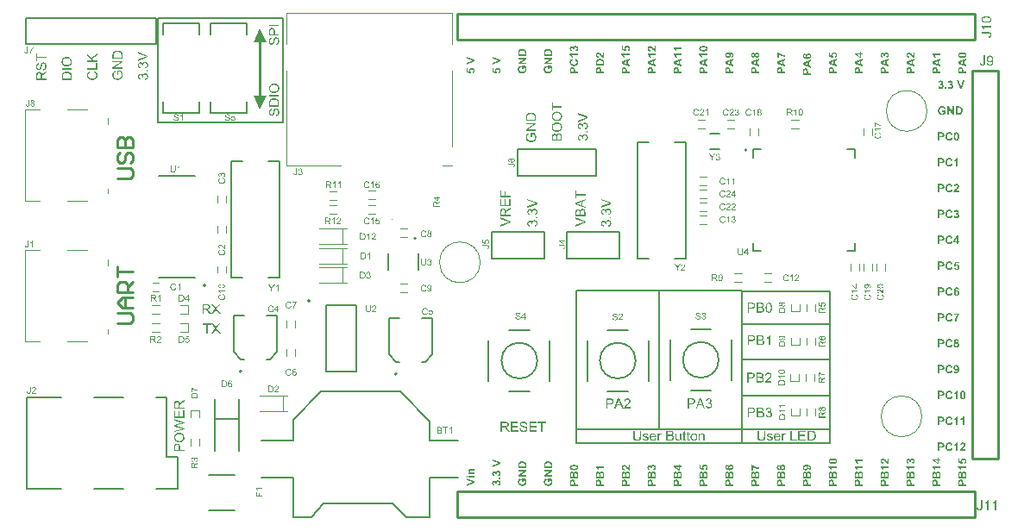
<source format=gto>
G04*
G04 #@! TF.GenerationSoftware,Altium Limited,Altium Designer,23.10.1 (27)*
G04*
G04 Layer_Color=65535*
%FSLAX25Y25*%
%MOIN*%
G70*
G04*
G04 #@! TF.SameCoordinates,32BCE259-89C5-4998-93CB-A9973C1CCBB0*
G04*
G04*
G04 #@! TF.FilePolarity,Positive*
G04*
G01*
G75*
%ADD10C,0.00394*%
%ADD11C,0.00500*%
%ADD12C,0.00787*%
%ADD13C,0.01000*%
%ADD14C,0.00800*%
G36*
X89200Y164500D02*
X91700Y159000D01*
X94200Y164500D01*
D01*
X89200D01*
D02*
G37*
G36*
X94200Y185000D02*
X91700Y190500D01*
X89200Y185000D01*
D01*
X94200D01*
D02*
G37*
G36*
X233830Y47352D02*
X233875Y47346D01*
X233930Y47341D01*
X233992Y47330D01*
X234053Y47318D01*
X234197Y47280D01*
X234341Y47224D01*
X234413Y47191D01*
X234485Y47152D01*
X234552Y47102D01*
X234613Y47046D01*
X234619Y47041D01*
X234630Y47035D01*
X234641Y47013D01*
X234663Y46991D01*
X234691Y46963D01*
X234719Y46924D01*
X234746Y46885D01*
X234780Y46836D01*
X234835Y46730D01*
X234891Y46597D01*
X234913Y46530D01*
X234924Y46453D01*
X234935Y46375D01*
X234941Y46292D01*
Y46281D01*
Y46253D01*
X234935Y46208D01*
X234929Y46147D01*
X234918Y46081D01*
X234896Y46003D01*
X234874Y45920D01*
X234841Y45836D01*
X234835Y45825D01*
X234824Y45798D01*
X234802Y45753D01*
X234769Y45692D01*
X234724Y45626D01*
X234669Y45542D01*
X234602Y45459D01*
X234524Y45365D01*
X234513Y45354D01*
X234485Y45320D01*
X234458Y45293D01*
X234430Y45265D01*
X234397Y45232D01*
X234352Y45187D01*
X234308Y45143D01*
X234252Y45093D01*
X234197Y45037D01*
X234130Y44976D01*
X234058Y44915D01*
X233980Y44843D01*
X233892Y44771D01*
X233803Y44693D01*
X233797Y44688D01*
X233786Y44677D01*
X233764Y44660D01*
X233736Y44638D01*
X233703Y44605D01*
X233664Y44571D01*
X233575Y44499D01*
X233481Y44416D01*
X233392Y44333D01*
X233314Y44260D01*
X233281Y44233D01*
X233253Y44205D01*
X233248Y44199D01*
X233231Y44183D01*
X233209Y44160D01*
X233181Y44127D01*
X233154Y44088D01*
X233120Y44050D01*
X233053Y43955D01*
X234946D01*
Y43500D01*
X232399D01*
Y43505D01*
Y43528D01*
Y43561D01*
X232404Y43606D01*
X232410Y43655D01*
X232421Y43711D01*
X232432Y43766D01*
X232454Y43827D01*
Y43833D01*
X232460Y43839D01*
X232471Y43872D01*
X232493Y43922D01*
X232526Y43988D01*
X232571Y44066D01*
X232626Y44155D01*
X232687Y44244D01*
X232765Y44338D01*
Y44344D01*
X232776Y44349D01*
X232804Y44383D01*
X232854Y44432D01*
X232926Y44505D01*
X233009Y44588D01*
X233115Y44688D01*
X233242Y44799D01*
X233381Y44915D01*
X233386Y44921D01*
X233409Y44938D01*
X233442Y44965D01*
X233481Y44998D01*
X233531Y45043D01*
X233592Y45093D01*
X233653Y45148D01*
X233725Y45209D01*
X233864Y45343D01*
X234003Y45476D01*
X234069Y45542D01*
X234130Y45609D01*
X234186Y45670D01*
X234230Y45731D01*
Y45737D01*
X234241Y45742D01*
X234252Y45759D01*
X234263Y45781D01*
X234302Y45842D01*
X234347Y45914D01*
X234386Y46003D01*
X234424Y46097D01*
X234447Y46203D01*
X234458Y46303D01*
Y46308D01*
Y46314D01*
X234452Y46347D01*
X234447Y46403D01*
X234430Y46464D01*
X234408Y46541D01*
X234369Y46619D01*
X234319Y46697D01*
X234252Y46775D01*
X234241Y46786D01*
X234213Y46808D01*
X234175Y46836D01*
X234114Y46874D01*
X234036Y46908D01*
X233947Y46941D01*
X233842Y46963D01*
X233725Y46969D01*
X233692D01*
X233670Y46963D01*
X233603Y46958D01*
X233525Y46941D01*
X233442Y46919D01*
X233348Y46880D01*
X233259Y46830D01*
X233176Y46763D01*
X233165Y46752D01*
X233142Y46725D01*
X233109Y46680D01*
X233076Y46613D01*
X233037Y46536D01*
X233004Y46436D01*
X232981Y46325D01*
X232970Y46197D01*
X232487Y46247D01*
Y46253D01*
X232493Y46270D01*
Y46297D01*
X232499Y46336D01*
X232510Y46380D01*
X232521Y46430D01*
X232537Y46491D01*
X232554Y46553D01*
X232598Y46686D01*
X232665Y46819D01*
X232704Y46885D01*
X232754Y46952D01*
X232804Y47013D01*
X232859Y47069D01*
X232865Y47074D01*
X232876Y47080D01*
X232893Y47096D01*
X232920Y47113D01*
X232954Y47135D01*
X232993Y47157D01*
X233037Y47185D01*
X233092Y47213D01*
X233154Y47241D01*
X233220Y47269D01*
X233292Y47291D01*
X233370Y47313D01*
X233453Y47330D01*
X233542Y47346D01*
X233636Y47352D01*
X233736Y47357D01*
X233792D01*
X233830Y47352D01*
D02*
G37*
G36*
X232249Y43500D02*
X231672D01*
X231222Y44666D01*
X229613D01*
X229196Y43500D01*
X228658D01*
X230123Y47341D01*
X230678D01*
X232249Y43500D01*
D02*
G37*
G36*
X227160Y47335D02*
X227254Y47330D01*
X227354Y47324D01*
X227448Y47313D01*
X227531Y47302D01*
X227542D01*
X227581Y47291D01*
X227631Y47280D01*
X227698Y47263D01*
X227770Y47235D01*
X227848Y47202D01*
X227931Y47163D01*
X228003Y47119D01*
X228014Y47113D01*
X228036Y47096D01*
X228070Y47063D01*
X228114Y47024D01*
X228164Y46974D01*
X228214Y46908D01*
X228270Y46836D01*
X228314Y46752D01*
X228319Y46741D01*
X228330Y46714D01*
X228353Y46663D01*
X228375Y46597D01*
X228392Y46519D01*
X228414Y46430D01*
X228425Y46330D01*
X228430Y46225D01*
Y46220D01*
Y46203D01*
Y46181D01*
X228425Y46142D01*
X228419Y46103D01*
X228414Y46053D01*
X228403Y45998D01*
X228392Y45937D01*
X228353Y45809D01*
X228330Y45742D01*
X228297Y45670D01*
X228258Y45598D01*
X228220Y45531D01*
X228169Y45465D01*
X228114Y45398D01*
X228109Y45393D01*
X228097Y45382D01*
X228081Y45365D01*
X228053Y45348D01*
X228020Y45320D01*
X227975Y45293D01*
X227920Y45259D01*
X227859Y45232D01*
X227787Y45198D01*
X227703Y45165D01*
X227615Y45137D01*
X227509Y45115D01*
X227398Y45093D01*
X227276Y45076D01*
X227137Y45065D01*
X226993Y45060D01*
X226011D01*
Y43500D01*
X225500D01*
Y47341D01*
X227076D01*
X227160Y47335D01*
D02*
G37*
G36*
X294589Y33908D02*
X294651Y33897D01*
X294723Y33875D01*
X294800Y33847D01*
X294889Y33808D01*
X294983Y33758D01*
X294811Y33325D01*
X294806Y33331D01*
X294784Y33342D01*
X294750Y33359D01*
X294706Y33375D01*
X294656Y33392D01*
X294595Y33409D01*
X294534Y33420D01*
X294473Y33425D01*
X294445D01*
X294417Y33420D01*
X294378Y33414D01*
X294340Y33403D01*
X294290Y33386D01*
X294240Y33364D01*
X294195Y33331D01*
X294190Y33325D01*
X294173Y33314D01*
X294157Y33292D01*
X294129Y33264D01*
X294101Y33226D01*
X294073Y33181D01*
X294045Y33131D01*
X294023Y33070D01*
X294018Y33059D01*
X294012Y33026D01*
X294001Y32976D01*
X293985Y32909D01*
X293968Y32826D01*
X293957Y32732D01*
X293951Y32632D01*
X293946Y32521D01*
Y31067D01*
X293474D01*
Y33853D01*
X293901D01*
Y33431D01*
X293907Y33437D01*
X293929Y33475D01*
X293957Y33525D01*
X294001Y33586D01*
X294045Y33647D01*
X294095Y33714D01*
X294145Y33770D01*
X294195Y33814D01*
X294201Y33819D01*
X294217Y33830D01*
X294251Y33847D01*
X294284Y33864D01*
X294328Y33880D01*
X294384Y33897D01*
X294440Y33908D01*
X294501Y33914D01*
X294539D01*
X294589Y33908D01*
D02*
G37*
G36*
X288834D02*
X288917Y33903D01*
X289006Y33892D01*
X289101Y33869D01*
X289200Y33847D01*
X289295Y33814D01*
X289300D01*
X289306Y33808D01*
X289334Y33797D01*
X289378Y33775D01*
X289433Y33747D01*
X289494Y33708D01*
X289556Y33664D01*
X289611Y33614D01*
X289661Y33559D01*
X289667Y33553D01*
X289678Y33531D01*
X289700Y33492D01*
X289728Y33448D01*
X289755Y33381D01*
X289783Y33309D01*
X289805Y33226D01*
X289827Y33131D01*
X289367Y33070D01*
Y33081D01*
X289361Y33103D01*
X289350Y33142D01*
X289334Y33192D01*
X289306Y33242D01*
X289272Y33298D01*
X289234Y33353D01*
X289178Y33403D01*
X289173Y33409D01*
X289150Y33420D01*
X289117Y33442D01*
X289067Y33464D01*
X289012Y33486D01*
X288939Y33509D01*
X288851Y33520D01*
X288756Y33525D01*
X288701D01*
X288645Y33520D01*
X288573Y33514D01*
X288501Y33498D01*
X288423Y33481D01*
X288351Y33453D01*
X288290Y33414D01*
X288285Y33409D01*
X288268Y33398D01*
X288246Y33375D01*
X288224Y33342D01*
X288196Y33309D01*
X288174Y33264D01*
X288157Y33214D01*
X288151Y33165D01*
Y33159D01*
Y33148D01*
X288157Y33131D01*
Y33109D01*
X288174Y33053D01*
X288207Y32998D01*
X288212Y32993D01*
X288218Y32987D01*
X288229Y32970D01*
X288251Y32954D01*
X288274Y32937D01*
X288307Y32915D01*
X288346Y32898D01*
X288390Y32876D01*
X288396D01*
X288407Y32870D01*
X288429Y32865D01*
X288468Y32848D01*
X288523Y32831D01*
X288595Y32815D01*
X288640Y32798D01*
X288690Y32787D01*
X288745Y32770D01*
X288806Y32754D01*
X288812D01*
X288828Y32748D01*
X288856Y32743D01*
X288890Y32732D01*
X288928Y32721D01*
X288978Y32709D01*
X289084Y32676D01*
X289200Y32643D01*
X289317Y32604D01*
X289422Y32565D01*
X289467Y32548D01*
X289506Y32532D01*
X289517Y32526D01*
X289539Y32515D01*
X289572Y32498D01*
X289622Y32471D01*
X289672Y32438D01*
X289722Y32393D01*
X289772Y32343D01*
X289816Y32288D01*
X289822Y32282D01*
X289833Y32260D01*
X289855Y32226D01*
X289877Y32177D01*
X289894Y32116D01*
X289916Y32049D01*
X289927Y31971D01*
X289933Y31883D01*
Y31871D01*
Y31844D01*
X289927Y31799D01*
X289916Y31738D01*
X289900Y31672D01*
X289872Y31599D01*
X289839Y31516D01*
X289794Y31438D01*
X289789Y31427D01*
X289766Y31405D01*
X289739Y31366D01*
X289694Y31322D01*
X289633Y31272D01*
X289567Y31216D01*
X289489Y31166D01*
X289395Y31117D01*
X289389D01*
X289384Y31111D01*
X289350Y31100D01*
X289295Y31083D01*
X289223Y31061D01*
X289134Y31039D01*
X289034Y31022D01*
X288928Y31011D01*
X288806Y31005D01*
X288756D01*
X288718Y31011D01*
X288673D01*
X288618Y31017D01*
X288562Y31022D01*
X288501Y31033D01*
X288368Y31061D01*
X288229Y31100D01*
X288096Y31155D01*
X288035Y31189D01*
X287979Y31228D01*
X287974Y31233D01*
X287968Y31239D01*
X287935Y31272D01*
X287885Y31322D01*
X287829Y31400D01*
X287768Y31494D01*
X287707Y31605D01*
X287657Y31744D01*
X287619Y31899D01*
X288085Y31971D01*
Y31966D01*
Y31960D01*
X288096Y31927D01*
X288107Y31871D01*
X288129Y31810D01*
X288157Y31744D01*
X288190Y31672D01*
X288240Y31599D01*
X288301Y31538D01*
X288312Y31533D01*
X288334Y31516D01*
X288379Y31494D01*
X288435Y31466D01*
X288507Y31438D01*
X288590Y31416D01*
X288690Y31400D01*
X288806Y31394D01*
X288862D01*
X288917Y31400D01*
X288989Y31411D01*
X289067Y31427D01*
X289150Y31449D01*
X289223Y31477D01*
X289289Y31522D01*
X289295Y31527D01*
X289317Y31544D01*
X289339Y31572D01*
X289372Y31611D01*
X289400Y31655D01*
X289428Y31710D01*
X289444Y31766D01*
X289450Y31833D01*
Y31838D01*
Y31860D01*
X289444Y31888D01*
X289433Y31927D01*
X289417Y31966D01*
X289389Y32005D01*
X289356Y32049D01*
X289306Y32082D01*
X289300Y32088D01*
X289284Y32093D01*
X289256Y32110D01*
X289212Y32127D01*
X289145Y32149D01*
X289106Y32166D01*
X289062Y32177D01*
X289012Y32193D01*
X288956Y32210D01*
X288895Y32226D01*
X288823Y32243D01*
X288817D01*
X288801Y32249D01*
X288773Y32254D01*
X288740Y32265D01*
X288695Y32276D01*
X288645Y32293D01*
X288540Y32321D01*
X288418Y32360D01*
X288301Y32393D01*
X288190Y32432D01*
X288140Y32454D01*
X288102Y32471D01*
X288090Y32476D01*
X288068Y32487D01*
X288035Y32510D01*
X287990Y32537D01*
X287941Y32576D01*
X287891Y32621D01*
X287841Y32671D01*
X287796Y32732D01*
X287791Y32737D01*
X287780Y32759D01*
X287763Y32798D01*
X287746Y32843D01*
X287730Y32898D01*
X287713Y32965D01*
X287702Y33031D01*
X287696Y33109D01*
Y33120D01*
Y33142D01*
X287702Y33176D01*
X287707Y33226D01*
X287719Y33275D01*
X287730Y33336D01*
X287752Y33392D01*
X287780Y33453D01*
X287785Y33459D01*
X287796Y33481D01*
X287813Y33509D01*
X287841Y33547D01*
X287874Y33586D01*
X287913Y33636D01*
X287957Y33681D01*
X288013Y33720D01*
X288018Y33725D01*
X288035Y33731D01*
X288057Y33747D01*
X288090Y33764D01*
X288135Y33786D01*
X288185Y33808D01*
X288246Y33830D01*
X288312Y33853D01*
X288323Y33858D01*
X288346Y33864D01*
X288385Y33875D01*
X288435Y33886D01*
X288495Y33897D01*
X288562Y33903D01*
X288640Y33914D01*
X288773D01*
X288834Y33908D01*
D02*
G37*
G36*
X287019Y32687D02*
Y32682D01*
Y32659D01*
Y32632D01*
Y32593D01*
X287014Y32543D01*
Y32487D01*
X287008Y32421D01*
X287003Y32354D01*
X286986Y32204D01*
X286964Y32049D01*
X286930Y31899D01*
X286908Y31827D01*
X286886Y31760D01*
Y31755D01*
X286880Y31744D01*
X286869Y31727D01*
X286858Y31705D01*
X286825Y31644D01*
X286775Y31566D01*
X286708Y31477D01*
X286631Y31389D01*
X286531Y31294D01*
X286409Y31211D01*
X286403D01*
X286392Y31200D01*
X286375Y31194D01*
X286348Y31178D01*
X286314Y31161D01*
X286270Y31144D01*
X286226Y31128D01*
X286170Y31106D01*
X286109Y31083D01*
X286042Y31067D01*
X285970Y31050D01*
X285887Y31033D01*
X285804Y31022D01*
X285715Y31011D01*
X285515Y31000D01*
X285465D01*
X285426Y31005D01*
X285382D01*
X285327Y31011D01*
X285265Y31017D01*
X285204Y31022D01*
X285066Y31044D01*
X284916Y31078D01*
X284771Y31122D01*
X284633Y31183D01*
X284627D01*
X284616Y31194D01*
X284599Y31205D01*
X284577Y31216D01*
X284516Y31261D01*
X284444Y31322D01*
X284361Y31400D01*
X284283Y31488D01*
X284205Y31599D01*
X284144Y31721D01*
Y31727D01*
X284139Y31738D01*
X284133Y31760D01*
X284122Y31788D01*
X284111Y31821D01*
X284100Y31866D01*
X284083Y31916D01*
X284072Y31977D01*
X284061Y32043D01*
X284044Y32116D01*
X284033Y32193D01*
X284022Y32276D01*
X284011Y32371D01*
X284005Y32471D01*
X284000Y32576D01*
Y32687D01*
Y34907D01*
X284511D01*
Y32687D01*
Y32682D01*
Y32665D01*
Y32637D01*
Y32604D01*
X284516Y32565D01*
Y32515D01*
X284522Y32410D01*
X284533Y32288D01*
X284549Y32166D01*
X284572Y32049D01*
X284583Y31999D01*
X284599Y31949D01*
X284605Y31938D01*
X284616Y31910D01*
X284644Y31871D01*
X284677Y31816D01*
X284716Y31760D01*
X284771Y31699D01*
X284838Y31638D01*
X284916Y31588D01*
X284927Y31583D01*
X284955Y31566D01*
X285005Y31550D01*
X285071Y31527D01*
X285149Y31499D01*
X285249Y31483D01*
X285354Y31466D01*
X285471Y31461D01*
X285526D01*
X285560Y31466D01*
X285610D01*
X285660Y31472D01*
X285782Y31494D01*
X285915Y31522D01*
X286042Y31566D01*
X286164Y31627D01*
X286220Y31666D01*
X286270Y31710D01*
X286276Y31716D01*
X286281Y31721D01*
X286292Y31738D01*
X286309Y31760D01*
X286326Y31794D01*
X286348Y31827D01*
X286370Y31877D01*
X286392Y31927D01*
X286414Y31988D01*
X286431Y32060D01*
X286453Y32143D01*
X286470Y32232D01*
X286486Y32332D01*
X286497Y32438D01*
X286509Y32560D01*
Y32687D01*
Y34907D01*
X287019D01*
Y32687D01*
D02*
G37*
G36*
X304962Y34902D02*
X305073Y34896D01*
X305184Y34885D01*
X305295Y34868D01*
X305390Y34852D01*
X305395D01*
X305406Y34846D01*
X305423D01*
X305445Y34835D01*
X305506Y34818D01*
X305584Y34791D01*
X305673Y34752D01*
X305767Y34702D01*
X305861Y34646D01*
X305950Y34574D01*
X305956Y34569D01*
X305961Y34563D01*
X305978Y34546D01*
X306000Y34530D01*
X306056Y34474D01*
X306122Y34397D01*
X306194Y34302D01*
X306272Y34191D01*
X306344Y34064D01*
X306405Y33919D01*
Y33914D01*
X306411Y33903D01*
X306422Y33880D01*
X306428Y33847D01*
X306444Y33808D01*
X306455Y33764D01*
X306466Y33714D01*
X306483Y33653D01*
X306500Y33592D01*
X306511Y33520D01*
X306539Y33364D01*
X306555Y33192D01*
X306561Y33004D01*
Y32998D01*
Y32987D01*
Y32959D01*
Y32931D01*
X306555Y32893D01*
Y32848D01*
X306550Y32743D01*
X306533Y32621D01*
X306516Y32493D01*
X306489Y32360D01*
X306455Y32226D01*
Y32221D01*
X306450Y32210D01*
X306444Y32193D01*
X306439Y32171D01*
X306416Y32110D01*
X306383Y32032D01*
X306350Y31944D01*
X306306Y31855D01*
X306250Y31760D01*
X306194Y31672D01*
X306189Y31660D01*
X306167Y31633D01*
X306133Y31594D01*
X306089Y31544D01*
X306039Y31488D01*
X305978Y31433D01*
X305917Y31372D01*
X305845Y31322D01*
X305834Y31316D01*
X305812Y31300D01*
X305773Y31277D01*
X305717Y31250D01*
X305651Y31216D01*
X305573Y31189D01*
X305484Y31155D01*
X305384Y31128D01*
X305373D01*
X305356Y31122D01*
X305340Y31117D01*
X305284Y31111D01*
X305207Y31100D01*
X305118Y31089D01*
X305012Y31078D01*
X304896Y31072D01*
X304768Y31067D01*
X303386D01*
Y34907D01*
X304862D01*
X304962Y34902D01*
D02*
G37*
G36*
X302592Y34452D02*
X300323D01*
Y33281D01*
X302448D01*
Y32826D01*
X300323D01*
Y31522D01*
X302681D01*
Y31067D01*
X299812D01*
Y34907D01*
X302592D01*
Y34452D01*
D02*
G37*
G36*
X297309Y31522D02*
X299201D01*
Y31067D01*
X296798D01*
Y34907D01*
X297309D01*
Y31522D01*
D02*
G37*
G36*
X291726Y33908D02*
X291770Y33903D01*
X291826Y33892D01*
X291886Y33880D01*
X291959Y33864D01*
X292025Y33847D01*
X292103Y33819D01*
X292175Y33792D01*
X292253Y33753D01*
X292331Y33708D01*
X292408Y33658D01*
X292480Y33597D01*
X292547Y33531D01*
X292553Y33525D01*
X292564Y33514D01*
X292580Y33492D01*
X292602Y33459D01*
X292630Y33420D01*
X292658Y33375D01*
X292691Y33320D01*
X292725Y33253D01*
X292758Y33181D01*
X292791Y33103D01*
X292819Y33015D01*
X292847Y32920D01*
X292869Y32815D01*
X292886Y32704D01*
X292897Y32587D01*
X292902Y32460D01*
Y32454D01*
Y32432D01*
Y32393D01*
X292897Y32337D01*
X290815D01*
Y32332D01*
Y32315D01*
X290821Y32293D01*
Y32260D01*
X290827Y32221D01*
X290838Y32177D01*
X290854Y32077D01*
X290888Y31966D01*
X290932Y31844D01*
X290993Y31733D01*
X291071Y31633D01*
X291076D01*
X291082Y31622D01*
X291115Y31594D01*
X291165Y31555D01*
X291232Y31516D01*
X291320Y31472D01*
X291420Y31433D01*
X291531Y31405D01*
X291592Y31400D01*
X291659Y31394D01*
X291703D01*
X291753Y31400D01*
X291814Y31411D01*
X291881Y31427D01*
X291959Y31449D01*
X292031Y31483D01*
X292103Y31527D01*
X292109Y31533D01*
X292136Y31555D01*
X292170Y31588D01*
X292208Y31633D01*
X292253Y31694D01*
X292303Y31771D01*
X292353Y31860D01*
X292397Y31966D01*
X292886Y31905D01*
Y31899D01*
X292880Y31888D01*
X292874Y31866D01*
X292863Y31833D01*
X292847Y31799D01*
X292830Y31755D01*
X292786Y31660D01*
X292730Y31555D01*
X292652Y31444D01*
X292564Y31339D01*
X292453Y31239D01*
X292447D01*
X292436Y31228D01*
X292419Y31216D01*
X292397Y31200D01*
X292364Y31183D01*
X292331Y31166D01*
X292286Y31144D01*
X292236Y31122D01*
X292181Y31100D01*
X292125Y31078D01*
X291986Y31044D01*
X291831Y31017D01*
X291659Y31005D01*
X291598D01*
X291559Y31011D01*
X291509Y31017D01*
X291448Y31028D01*
X291382Y31039D01*
X291309Y31050D01*
X291154Y31094D01*
X291071Y31128D01*
X290993Y31161D01*
X290910Y31205D01*
X290832Y31255D01*
X290760Y31311D01*
X290688Y31377D01*
X290682Y31383D01*
X290671Y31394D01*
X290654Y31416D01*
X290632Y31449D01*
X290604Y31488D01*
X290577Y31533D01*
X290543Y31588D01*
X290510Y31649D01*
X290477Y31721D01*
X290444Y31799D01*
X290416Y31888D01*
X290388Y31982D01*
X290366Y32082D01*
X290349Y32193D01*
X290338Y32310D01*
X290333Y32432D01*
Y32438D01*
Y32465D01*
Y32498D01*
X290338Y32548D01*
X290344Y32610D01*
X290349Y32676D01*
X290360Y32754D01*
X290377Y32831D01*
X290421Y33009D01*
X290449Y33098D01*
X290482Y33192D01*
X290527Y33281D01*
X290577Y33364D01*
X290632Y33448D01*
X290693Y33525D01*
X290699Y33531D01*
X290710Y33542D01*
X290732Y33559D01*
X290760Y33586D01*
X290793Y33614D01*
X290838Y33647D01*
X290888Y33686D01*
X290949Y33720D01*
X291010Y33758D01*
X291082Y33792D01*
X291160Y33825D01*
X291243Y33853D01*
X291332Y33880D01*
X291426Y33897D01*
X291526Y33908D01*
X291631Y33914D01*
X291687D01*
X291726Y33908D01*
D02*
G37*
G36*
X193700Y38402D02*
X193739D01*
X193844Y38391D01*
X193961Y38374D01*
X194083Y38346D01*
X194216Y38313D01*
X194338Y38269D01*
X194344D01*
X194355Y38263D01*
X194371Y38252D01*
X194394Y38241D01*
X194449Y38213D01*
X194521Y38163D01*
X194604Y38107D01*
X194688Y38035D01*
X194765Y37952D01*
X194838Y37858D01*
Y37852D01*
X194843Y37847D01*
X194854Y37830D01*
X194865Y37813D01*
X194893Y37758D01*
X194926Y37686D01*
X194965Y37597D01*
X194993Y37491D01*
X195021Y37380D01*
X195032Y37258D01*
X194543Y37220D01*
Y37225D01*
Y37236D01*
X194538Y37253D01*
X194532Y37280D01*
X194516Y37342D01*
X194493Y37425D01*
X194460Y37514D01*
X194410Y37602D01*
X194349Y37686D01*
X194272Y37763D01*
X194260Y37769D01*
X194233Y37791D01*
X194177Y37824D01*
X194105Y37858D01*
X194011Y37891D01*
X193900Y37924D01*
X193761Y37947D01*
X193605Y37952D01*
X193528D01*
X193494Y37947D01*
X193450Y37941D01*
X193350Y37930D01*
X193239Y37908D01*
X193128Y37880D01*
X193023Y37836D01*
X192978Y37808D01*
X192934Y37780D01*
X192923Y37775D01*
X192901Y37752D01*
X192867Y37714D01*
X192834Y37669D01*
X192795Y37608D01*
X192762Y37541D01*
X192740Y37464D01*
X192728Y37375D01*
Y37364D01*
Y37342D01*
X192734Y37303D01*
X192745Y37258D01*
X192762Y37203D01*
X192790Y37147D01*
X192823Y37092D01*
X192873Y37036D01*
X192878Y37031D01*
X192906Y37014D01*
X192928Y36998D01*
X192950Y36986D01*
X192984Y36970D01*
X193023Y36948D01*
X193073Y36931D01*
X193128Y36909D01*
X193189Y36887D01*
X193261Y36859D01*
X193339Y36836D01*
X193428Y36809D01*
X193528Y36787D01*
X193639Y36759D01*
X193644D01*
X193667Y36753D01*
X193700Y36748D01*
X193739Y36737D01*
X193789Y36726D01*
X193850Y36709D01*
X193911Y36692D01*
X193977Y36676D01*
X194122Y36637D01*
X194260Y36598D01*
X194327Y36576D01*
X194388Y36553D01*
X194444Y36537D01*
X194488Y36515D01*
X194493D01*
X194504Y36509D01*
X194521Y36498D01*
X194543Y36487D01*
X194604Y36454D01*
X194677Y36409D01*
X194760Y36348D01*
X194843Y36281D01*
X194921Y36204D01*
X194987Y36121D01*
X194993Y36110D01*
X195015Y36082D01*
X195037Y36032D01*
X195071Y35965D01*
X195098Y35888D01*
X195126Y35793D01*
X195143Y35688D01*
X195148Y35577D01*
Y35571D01*
Y35566D01*
Y35549D01*
Y35527D01*
X195137Y35466D01*
X195126Y35388D01*
X195104Y35299D01*
X195076Y35205D01*
X195032Y35105D01*
X194971Y34999D01*
Y34994D01*
X194965Y34988D01*
X194937Y34955D01*
X194899Y34905D01*
X194843Y34850D01*
X194771Y34783D01*
X194682Y34711D01*
X194582Y34644D01*
X194466Y34583D01*
X194460D01*
X194449Y34578D01*
X194432Y34572D01*
X194410Y34561D01*
X194377Y34550D01*
X194338Y34533D01*
X194249Y34511D01*
X194144Y34483D01*
X194016Y34456D01*
X193877Y34439D01*
X193728Y34433D01*
X193639D01*
X193594Y34439D01*
X193544D01*
X193489Y34444D01*
X193422Y34450D01*
X193283Y34472D01*
X193139Y34495D01*
X192995Y34533D01*
X192856Y34583D01*
X192851D01*
X192840Y34589D01*
X192823Y34600D01*
X192801Y34611D01*
X192734Y34644D01*
X192656Y34694D01*
X192568Y34761D01*
X192473Y34839D01*
X192384Y34933D01*
X192301Y35038D01*
Y35044D01*
X192290Y35055D01*
X192285Y35072D01*
X192268Y35094D01*
X192257Y35122D01*
X192240Y35155D01*
X192201Y35238D01*
X192162Y35344D01*
X192129Y35460D01*
X192107Y35593D01*
X192096Y35732D01*
X192573Y35776D01*
Y35771D01*
Y35765D01*
X192579Y35749D01*
Y35726D01*
X192590Y35677D01*
X192606Y35605D01*
X192629Y35532D01*
X192651Y35449D01*
X192690Y35371D01*
X192728Y35299D01*
X192734Y35294D01*
X192751Y35271D01*
X192779Y35233D01*
X192823Y35194D01*
X192878Y35144D01*
X192939Y35094D01*
X193023Y35044D01*
X193112Y34999D01*
X193117D01*
X193123Y34994D01*
X193139Y34988D01*
X193156Y34983D01*
X193211Y34966D01*
X193283Y34944D01*
X193372Y34922D01*
X193472Y34905D01*
X193583Y34894D01*
X193705Y34888D01*
X193755D01*
X193811Y34894D01*
X193877Y34900D01*
X193955Y34911D01*
X194044Y34922D01*
X194133Y34944D01*
X194216Y34972D01*
X194227Y34977D01*
X194255Y34988D01*
X194294Y35011D01*
X194344Y35033D01*
X194394Y35072D01*
X194449Y35111D01*
X194504Y35155D01*
X194549Y35210D01*
X194554Y35216D01*
X194566Y35238D01*
X194582Y35266D01*
X194604Y35310D01*
X194627Y35355D01*
X194643Y35410D01*
X194654Y35471D01*
X194660Y35538D01*
Y35543D01*
Y35571D01*
X194654Y35605D01*
X194649Y35649D01*
X194632Y35693D01*
X194616Y35749D01*
X194588Y35804D01*
X194549Y35854D01*
X194543Y35860D01*
X194527Y35876D01*
X194504Y35899D01*
X194466Y35932D01*
X194421Y35965D01*
X194360Y36004D01*
X194288Y36043D01*
X194205Y36076D01*
X194199Y36082D01*
X194172Y36087D01*
X194127Y36104D01*
X194099Y36110D01*
X194061Y36121D01*
X194022Y36137D01*
X193972Y36148D01*
X193916Y36165D01*
X193850Y36182D01*
X193783Y36198D01*
X193705Y36220D01*
X193617Y36243D01*
X193522Y36265D01*
X193517D01*
X193500Y36270D01*
X193472Y36276D01*
X193439Y36287D01*
X193395Y36298D01*
X193345Y36309D01*
X193234Y36343D01*
X193112Y36382D01*
X192984Y36420D01*
X192873Y36459D01*
X192823Y36481D01*
X192779Y36504D01*
X192773D01*
X192767Y36509D01*
X192734Y36531D01*
X192684Y36559D01*
X192629Y36603D01*
X192562Y36653D01*
X192496Y36714D01*
X192429Y36787D01*
X192373Y36864D01*
X192368Y36875D01*
X192351Y36903D01*
X192329Y36948D01*
X192307Y37003D01*
X192285Y37075D01*
X192262Y37158D01*
X192246Y37247D01*
X192240Y37342D01*
Y37347D01*
Y37353D01*
Y37369D01*
Y37392D01*
X192251Y37447D01*
X192262Y37519D01*
X192279Y37602D01*
X192307Y37697D01*
X192346Y37791D01*
X192401Y37885D01*
Y37891D01*
X192407Y37897D01*
X192434Y37930D01*
X192473Y37974D01*
X192523Y38030D01*
X192590Y38091D01*
X192673Y38157D01*
X192773Y38219D01*
X192884Y38274D01*
X192889D01*
X192901Y38280D01*
X192917Y38285D01*
X192939Y38296D01*
X192967Y38307D01*
X193006Y38318D01*
X193089Y38341D01*
X193195Y38363D01*
X193317Y38385D01*
X193445Y38402D01*
X193589Y38407D01*
X193661D01*
X193700Y38402D01*
D02*
G37*
G36*
X202180Y37885D02*
X200915D01*
Y34500D01*
X200404D01*
Y37885D01*
X199139D01*
Y38341D01*
X202180D01*
Y37885D01*
D02*
G37*
G36*
X198634D02*
X196364D01*
Y36714D01*
X198489D01*
Y36259D01*
X196364D01*
Y34955D01*
X198723D01*
Y34500D01*
X195853D01*
Y38341D01*
X198634D01*
Y37885D01*
D02*
G37*
G36*
X191474D02*
X189204D01*
Y36714D01*
X191330D01*
Y36259D01*
X189204D01*
Y34955D01*
X191563D01*
Y34500D01*
X188694D01*
Y38341D01*
X191474D01*
Y37885D01*
D02*
G37*
G36*
X186646Y38335D02*
X186696D01*
X186812Y38329D01*
X186934Y38313D01*
X187068Y38296D01*
X187190Y38269D01*
X187251Y38252D01*
X187301Y38235D01*
X187306D01*
X187312Y38230D01*
X187345Y38213D01*
X187395Y38191D01*
X187456Y38152D01*
X187523Y38102D01*
X187595Y38035D01*
X187661Y37958D01*
X187728Y37869D01*
Y37863D01*
X187733Y37858D01*
X187756Y37824D01*
X187778Y37769D01*
X187811Y37697D01*
X187839Y37613D01*
X187867Y37514D01*
X187883Y37408D01*
X187889Y37292D01*
Y37286D01*
Y37275D01*
Y37253D01*
X187883Y37225D01*
Y37186D01*
X187878Y37147D01*
X187856Y37053D01*
X187822Y36942D01*
X187778Y36825D01*
X187711Y36709D01*
X187667Y36653D01*
X187623Y36598D01*
X187617Y36592D01*
X187611Y36587D01*
X187595Y36570D01*
X187573Y36553D01*
X187545Y36531D01*
X187512Y36509D01*
X187467Y36481D01*
X187423Y36448D01*
X187367Y36420D01*
X187306Y36393D01*
X187240Y36359D01*
X187168Y36331D01*
X187084Y36309D01*
X187001Y36281D01*
X186907Y36265D01*
X186807Y36248D01*
X186818Y36243D01*
X186840Y36232D01*
X186873Y36209D01*
X186918Y36187D01*
X187018Y36126D01*
X187068Y36087D01*
X187112Y36054D01*
X187123Y36043D01*
X187151Y36015D01*
X187195Y35971D01*
X187251Y35915D01*
X187312Y35838D01*
X187384Y35754D01*
X187456Y35654D01*
X187534Y35543D01*
X188194Y34500D01*
X187562D01*
X187056Y35299D01*
Y35305D01*
X187045Y35316D01*
X187034Y35333D01*
X187018Y35355D01*
X186979Y35416D01*
X186929Y35493D01*
X186868Y35577D01*
X186807Y35666D01*
X186746Y35749D01*
X186690Y35826D01*
X186685Y35832D01*
X186668Y35854D01*
X186640Y35888D01*
X186601Y35926D01*
X186518Y36010D01*
X186474Y36048D01*
X186429Y36082D01*
X186424Y36087D01*
X186413Y36093D01*
X186390Y36104D01*
X186357Y36121D01*
X186324Y36137D01*
X186285Y36154D01*
X186196Y36182D01*
X186191D01*
X186179Y36187D01*
X186157D01*
X186130Y36193D01*
X186091Y36198D01*
X186046D01*
X185985Y36204D01*
X185330D01*
Y34500D01*
X184820D01*
Y38341D01*
X186601D01*
X186646Y38335D01*
D02*
G37*
G36*
X262690Y33908D02*
X262751Y33903D01*
X262823Y33892D01*
X262901Y33875D01*
X262984Y33853D01*
X263062Y33819D01*
X263073Y33814D01*
X263095Y33803D01*
X263134Y33786D01*
X263178Y33758D01*
X263234Y33725D01*
X263284Y33681D01*
X263334Y33636D01*
X263378Y33581D01*
X263384Y33575D01*
X263395Y33553D01*
X263411Y33525D01*
X263439Y33486D01*
X263461Y33431D01*
X263484Y33375D01*
X263511Y33309D01*
X263528Y33237D01*
Y33231D01*
X263534Y33209D01*
X263539Y33176D01*
X263545Y33131D01*
Y33065D01*
X263550Y32987D01*
X263556Y32893D01*
Y32776D01*
Y31067D01*
X263084D01*
Y32754D01*
Y32759D01*
Y32765D01*
Y32804D01*
Y32854D01*
X263078Y32915D01*
X263073Y32987D01*
X263062Y33059D01*
X263045Y33126D01*
X263029Y33187D01*
Y33192D01*
X263017Y33209D01*
X263001Y33237D01*
X262984Y33270D01*
X262956Y33303D01*
X262923Y33342D01*
X262879Y33381D01*
X262829Y33414D01*
X262823Y33420D01*
X262807Y33431D01*
X262773Y33442D01*
X262734Y33459D01*
X262690Y33475D01*
X262634Y33492D01*
X262568Y33498D01*
X262501Y33503D01*
X262474D01*
X262451Y33498D01*
X262396Y33492D01*
X262324Y33481D01*
X262246Y33453D01*
X262157Y33420D01*
X262068Y33375D01*
X261985Y33309D01*
X261974Y33298D01*
X261952Y33270D01*
X261935Y33248D01*
X261918Y33220D01*
X261896Y33187D01*
X261880Y33148D01*
X261858Y33103D01*
X261835Y33048D01*
X261819Y32987D01*
X261802Y32920D01*
X261791Y32848D01*
X261780Y32770D01*
X261769Y32676D01*
Y32582D01*
Y31067D01*
X261297D01*
Y33853D01*
X261719D01*
Y33453D01*
X261724Y33459D01*
X261735Y33475D01*
X261752Y33498D01*
X261774Y33525D01*
X261807Y33559D01*
X261846Y33597D01*
X261891Y33642D01*
X261946Y33686D01*
X262002Y33725D01*
X262068Y33770D01*
X262140Y33808D01*
X262218Y33842D01*
X262307Y33869D01*
X262396Y33892D01*
X262496Y33908D01*
X262601Y33914D01*
X262646D01*
X262690Y33908D01*
D02*
G37*
G36*
X246589D02*
X246651Y33897D01*
X246723Y33875D01*
X246800Y33847D01*
X246889Y33808D01*
X246983Y33758D01*
X246811Y33325D01*
X246806Y33331D01*
X246784Y33342D01*
X246750Y33359D01*
X246706Y33375D01*
X246656Y33392D01*
X246595Y33409D01*
X246534Y33420D01*
X246473Y33425D01*
X246445D01*
X246417Y33420D01*
X246378Y33414D01*
X246340Y33403D01*
X246290Y33386D01*
X246240Y33364D01*
X246195Y33331D01*
X246190Y33325D01*
X246173Y33314D01*
X246157Y33292D01*
X246129Y33264D01*
X246101Y33226D01*
X246073Y33181D01*
X246045Y33131D01*
X246023Y33070D01*
X246018Y33059D01*
X246012Y33026D01*
X246001Y32976D01*
X245985Y32909D01*
X245968Y32826D01*
X245957Y32732D01*
X245951Y32632D01*
X245946Y32521D01*
Y31067D01*
X245474D01*
Y33853D01*
X245901D01*
Y33431D01*
X245907Y33437D01*
X245929Y33475D01*
X245957Y33525D01*
X246001Y33586D01*
X246045Y33647D01*
X246095Y33714D01*
X246145Y33770D01*
X246195Y33814D01*
X246201Y33819D01*
X246217Y33830D01*
X246251Y33847D01*
X246284Y33864D01*
X246328Y33880D01*
X246384Y33897D01*
X246440Y33908D01*
X246501Y33914D01*
X246539D01*
X246589Y33908D01*
D02*
G37*
G36*
X240834D02*
X240917Y33903D01*
X241006Y33892D01*
X241101Y33869D01*
X241200Y33847D01*
X241295Y33814D01*
X241300D01*
X241306Y33808D01*
X241334Y33797D01*
X241378Y33775D01*
X241433Y33747D01*
X241494Y33708D01*
X241556Y33664D01*
X241611Y33614D01*
X241661Y33559D01*
X241667Y33553D01*
X241678Y33531D01*
X241700Y33492D01*
X241728Y33448D01*
X241755Y33381D01*
X241783Y33309D01*
X241805Y33226D01*
X241828Y33131D01*
X241367Y33070D01*
Y33081D01*
X241361Y33103D01*
X241350Y33142D01*
X241334Y33192D01*
X241306Y33242D01*
X241272Y33298D01*
X241234Y33353D01*
X241178Y33403D01*
X241173Y33409D01*
X241150Y33420D01*
X241117Y33442D01*
X241067Y33464D01*
X241012Y33486D01*
X240939Y33509D01*
X240851Y33520D01*
X240756Y33525D01*
X240701D01*
X240645Y33520D01*
X240573Y33514D01*
X240501Y33498D01*
X240423Y33481D01*
X240351Y33453D01*
X240290Y33414D01*
X240285Y33409D01*
X240268Y33398D01*
X240246Y33375D01*
X240224Y33342D01*
X240196Y33309D01*
X240174Y33264D01*
X240157Y33214D01*
X240151Y33165D01*
Y33159D01*
Y33148D01*
X240157Y33131D01*
Y33109D01*
X240174Y33053D01*
X240207Y32998D01*
X240212Y32993D01*
X240218Y32987D01*
X240229Y32970D01*
X240251Y32954D01*
X240273Y32937D01*
X240307Y32915D01*
X240346Y32898D01*
X240390Y32876D01*
X240396D01*
X240407Y32870D01*
X240429Y32865D01*
X240468Y32848D01*
X240523Y32831D01*
X240595Y32815D01*
X240640Y32798D01*
X240690Y32787D01*
X240745Y32770D01*
X240806Y32754D01*
X240812D01*
X240828Y32748D01*
X240856Y32743D01*
X240890Y32732D01*
X240928Y32721D01*
X240978Y32709D01*
X241084Y32676D01*
X241200Y32643D01*
X241317Y32604D01*
X241422Y32565D01*
X241467Y32548D01*
X241506Y32532D01*
X241517Y32526D01*
X241539Y32515D01*
X241572Y32498D01*
X241622Y32471D01*
X241672Y32438D01*
X241722Y32393D01*
X241772Y32343D01*
X241816Y32288D01*
X241822Y32282D01*
X241833Y32260D01*
X241855Y32226D01*
X241877Y32177D01*
X241894Y32116D01*
X241916Y32049D01*
X241927Y31971D01*
X241933Y31883D01*
Y31871D01*
Y31844D01*
X241927Y31799D01*
X241916Y31738D01*
X241900Y31672D01*
X241872Y31599D01*
X241839Y31516D01*
X241794Y31438D01*
X241789Y31427D01*
X241766Y31405D01*
X241739Y31366D01*
X241694Y31322D01*
X241633Y31272D01*
X241567Y31216D01*
X241489Y31166D01*
X241395Y31117D01*
X241389D01*
X241384Y31111D01*
X241350Y31100D01*
X241295Y31083D01*
X241223Y31061D01*
X241134Y31039D01*
X241034Y31022D01*
X240928Y31011D01*
X240806Y31005D01*
X240756D01*
X240718Y31011D01*
X240673D01*
X240618Y31017D01*
X240562Y31022D01*
X240501Y31033D01*
X240368Y31061D01*
X240229Y31100D01*
X240096Y31155D01*
X240035Y31189D01*
X239979Y31228D01*
X239974Y31233D01*
X239968Y31239D01*
X239935Y31272D01*
X239885Y31322D01*
X239829Y31400D01*
X239768Y31494D01*
X239707Y31605D01*
X239657Y31744D01*
X239619Y31899D01*
X240085Y31971D01*
Y31966D01*
Y31960D01*
X240096Y31927D01*
X240107Y31871D01*
X240129Y31810D01*
X240157Y31744D01*
X240190Y31672D01*
X240240Y31599D01*
X240301Y31538D01*
X240312Y31533D01*
X240335Y31516D01*
X240379Y31494D01*
X240435Y31466D01*
X240507Y31438D01*
X240590Y31416D01*
X240690Y31400D01*
X240806Y31394D01*
X240862D01*
X240917Y31400D01*
X240989Y31411D01*
X241067Y31427D01*
X241150Y31449D01*
X241223Y31477D01*
X241289Y31522D01*
X241295Y31527D01*
X241317Y31544D01*
X241339Y31572D01*
X241372Y31611D01*
X241400Y31655D01*
X241428Y31710D01*
X241444Y31766D01*
X241450Y31833D01*
Y31838D01*
Y31860D01*
X241444Y31888D01*
X241433Y31927D01*
X241417Y31966D01*
X241389Y32005D01*
X241356Y32049D01*
X241306Y32082D01*
X241300Y32088D01*
X241284Y32093D01*
X241256Y32110D01*
X241212Y32127D01*
X241145Y32149D01*
X241106Y32166D01*
X241062Y32177D01*
X241012Y32193D01*
X240956Y32210D01*
X240895Y32226D01*
X240823Y32243D01*
X240817D01*
X240801Y32249D01*
X240773Y32254D01*
X240740Y32265D01*
X240695Y32276D01*
X240645Y32293D01*
X240540Y32321D01*
X240418Y32360D01*
X240301Y32393D01*
X240190Y32432D01*
X240140Y32454D01*
X240102Y32471D01*
X240090Y32476D01*
X240068Y32487D01*
X240035Y32510D01*
X239990Y32537D01*
X239941Y32576D01*
X239891Y32621D01*
X239841Y32671D01*
X239796Y32732D01*
X239791Y32737D01*
X239780Y32759D01*
X239763Y32798D01*
X239746Y32843D01*
X239730Y32898D01*
X239713Y32965D01*
X239702Y33031D01*
X239696Y33109D01*
Y33120D01*
Y33142D01*
X239702Y33176D01*
X239707Y33226D01*
X239719Y33275D01*
X239730Y33336D01*
X239752Y33392D01*
X239780Y33453D01*
X239785Y33459D01*
X239796Y33481D01*
X239813Y33509D01*
X239841Y33547D01*
X239874Y33586D01*
X239913Y33636D01*
X239957Y33681D01*
X240013Y33720D01*
X240018Y33725D01*
X240035Y33731D01*
X240057Y33747D01*
X240090Y33764D01*
X240135Y33786D01*
X240185Y33808D01*
X240246Y33830D01*
X240312Y33853D01*
X240323Y33858D01*
X240346Y33864D01*
X240385Y33875D01*
X240435Y33886D01*
X240495Y33897D01*
X240562Y33903D01*
X240640Y33914D01*
X240773D01*
X240834Y33908D01*
D02*
G37*
G36*
X239019Y32687D02*
Y32682D01*
Y32659D01*
Y32632D01*
Y32593D01*
X239014Y32543D01*
Y32487D01*
X239008Y32421D01*
X239003Y32354D01*
X238986Y32204D01*
X238964Y32049D01*
X238930Y31899D01*
X238908Y31827D01*
X238886Y31760D01*
Y31755D01*
X238880Y31744D01*
X238869Y31727D01*
X238858Y31705D01*
X238825Y31644D01*
X238775Y31566D01*
X238708Y31477D01*
X238631Y31389D01*
X238531Y31294D01*
X238409Y31211D01*
X238403D01*
X238392Y31200D01*
X238375Y31194D01*
X238348Y31178D01*
X238314Y31161D01*
X238270Y31144D01*
X238226Y31128D01*
X238170Y31106D01*
X238109Y31083D01*
X238042Y31067D01*
X237970Y31050D01*
X237887Y31033D01*
X237804Y31022D01*
X237715Y31011D01*
X237515Y31000D01*
X237465D01*
X237426Y31005D01*
X237382D01*
X237327Y31011D01*
X237265Y31017D01*
X237204Y31022D01*
X237066Y31044D01*
X236916Y31078D01*
X236771Y31122D01*
X236633Y31183D01*
X236627D01*
X236616Y31194D01*
X236599Y31205D01*
X236577Y31216D01*
X236516Y31261D01*
X236444Y31322D01*
X236361Y31400D01*
X236283Y31488D01*
X236205Y31599D01*
X236144Y31721D01*
Y31727D01*
X236139Y31738D01*
X236133Y31760D01*
X236122Y31788D01*
X236111Y31821D01*
X236100Y31866D01*
X236083Y31916D01*
X236072Y31977D01*
X236061Y32043D01*
X236044Y32116D01*
X236033Y32193D01*
X236022Y32276D01*
X236011Y32371D01*
X236005Y32471D01*
X236000Y32576D01*
Y32687D01*
Y34907D01*
X236511D01*
Y32687D01*
Y32682D01*
Y32665D01*
Y32637D01*
Y32604D01*
X236516Y32565D01*
Y32515D01*
X236522Y32410D01*
X236533Y32288D01*
X236549Y32166D01*
X236572Y32049D01*
X236583Y31999D01*
X236599Y31949D01*
X236605Y31938D01*
X236616Y31910D01*
X236644Y31871D01*
X236677Y31816D01*
X236716Y31760D01*
X236771Y31699D01*
X236838Y31638D01*
X236916Y31588D01*
X236927Y31583D01*
X236955Y31566D01*
X237005Y31550D01*
X237071Y31527D01*
X237149Y31499D01*
X237249Y31483D01*
X237354Y31466D01*
X237471Y31461D01*
X237526D01*
X237560Y31466D01*
X237610D01*
X237660Y31472D01*
X237782Y31494D01*
X237915Y31522D01*
X238042Y31566D01*
X238164Y31627D01*
X238220Y31666D01*
X238270Y31710D01*
X238276Y31716D01*
X238281Y31721D01*
X238292Y31738D01*
X238309Y31760D01*
X238326Y31794D01*
X238348Y31827D01*
X238370Y31877D01*
X238392Y31927D01*
X238414Y31988D01*
X238431Y32060D01*
X238453Y32143D01*
X238470Y32232D01*
X238486Y32332D01*
X238497Y32438D01*
X238509Y32560D01*
Y32687D01*
Y34907D01*
X239019D01*
Y32687D01*
D02*
G37*
G36*
X254587Y31067D02*
X254165D01*
Y31472D01*
X254160Y31466D01*
X254149Y31449D01*
X254132Y31427D01*
X254104Y31400D01*
X254071Y31366D01*
X254032Y31322D01*
X253988Y31283D01*
X253932Y31239D01*
X253871Y31194D01*
X253804Y31155D01*
X253732Y31117D01*
X253655Y31078D01*
X253566Y31050D01*
X253477Y31028D01*
X253377Y31011D01*
X253277Y31005D01*
X253238D01*
X253188Y31011D01*
X253127Y31017D01*
X253055Y31028D01*
X252977Y31044D01*
X252900Y31067D01*
X252817Y31100D01*
X252805Y31106D01*
X252783Y31117D01*
X252744Y31139D01*
X252700Y31166D01*
X252644Y31200D01*
X252594Y31239D01*
X252544Y31283D01*
X252500Y31333D01*
X252495Y31339D01*
X252484Y31361D01*
X252467Y31389D01*
X252445Y31433D01*
X252417Y31483D01*
X252395Y31544D01*
X252373Y31611D01*
X252356Y31683D01*
Y31688D01*
X252350Y31710D01*
X252345Y31744D01*
Y31788D01*
X252339Y31855D01*
X252334Y31927D01*
X252328Y32021D01*
Y32127D01*
Y33853D01*
X252800D01*
Y32304D01*
Y32299D01*
Y32288D01*
Y32271D01*
Y32243D01*
Y32182D01*
X252805Y32105D01*
Y32021D01*
X252811Y31938D01*
X252817Y31866D01*
X252828Y31805D01*
Y31799D01*
X252839Y31777D01*
X252850Y31744D01*
X252866Y31699D01*
X252894Y31655D01*
X252927Y31605D01*
X252966Y31561D01*
X253016Y31516D01*
X253022Y31511D01*
X253044Y31499D01*
X253072Y31483D01*
X253116Y31466D01*
X253166Y31444D01*
X253227Y31427D01*
X253294Y31416D01*
X253372Y31411D01*
X253410D01*
X253449Y31416D01*
X253499Y31422D01*
X253560Y31438D01*
X253627Y31455D01*
X253699Y31483D01*
X253771Y31516D01*
X253782Y31522D01*
X253804Y31538D01*
X253838Y31561D01*
X253876Y31594D01*
X253921Y31638D01*
X253965Y31688D01*
X254004Y31744D01*
X254037Y31810D01*
X254043Y31821D01*
X254049Y31844D01*
X254060Y31888D01*
X254076Y31949D01*
X254093Y32027D01*
X254104Y32121D01*
X254110Y32232D01*
X254115Y32360D01*
Y33853D01*
X254587D01*
Y31067D01*
D02*
G37*
G36*
X250347Y34902D02*
X250391D01*
X250491Y34891D01*
X250602Y34879D01*
X250719Y34857D01*
X250835Y34830D01*
X250941Y34791D01*
X250946D01*
X250952Y34785D01*
X250985Y34769D01*
X251035Y34741D01*
X251091Y34702D01*
X251157Y34652D01*
X251229Y34591D01*
X251296Y34513D01*
X251357Y34430D01*
X251362Y34419D01*
X251379Y34385D01*
X251407Y34341D01*
X251434Y34275D01*
X251462Y34197D01*
X251490Y34113D01*
X251507Y34019D01*
X251512Y33925D01*
Y33914D01*
Y33886D01*
X251507Y33836D01*
X251496Y33775D01*
X251479Y33703D01*
X251451Y33625D01*
X251418Y33547D01*
X251374Y33464D01*
X251368Y33453D01*
X251351Y33431D01*
X251318Y33386D01*
X251274Y33342D01*
X251218Y33287D01*
X251151Y33226D01*
X251068Y33170D01*
X250974Y33115D01*
X250979D01*
X250991Y33109D01*
X251007Y33103D01*
X251029Y33092D01*
X251096Y33070D01*
X251174Y33031D01*
X251257Y32981D01*
X251351Y32920D01*
X251434Y32848D01*
X251512Y32759D01*
X251518Y32748D01*
X251540Y32715D01*
X251573Y32665D01*
X251607Y32598D01*
X251640Y32510D01*
X251673Y32415D01*
X251695Y32304D01*
X251701Y32182D01*
Y32177D01*
Y32171D01*
Y32138D01*
X251695Y32082D01*
X251684Y32016D01*
X251673Y31938D01*
X251651Y31855D01*
X251623Y31766D01*
X251584Y31677D01*
X251579Y31666D01*
X251562Y31638D01*
X251540Y31599D01*
X251507Y31544D01*
X251462Y31488D01*
X251418Y31427D01*
X251362Y31366D01*
X251301Y31316D01*
X251296Y31311D01*
X251274Y31294D01*
X251235Y31272D01*
X251185Y31250D01*
X251124Y31216D01*
X251052Y31183D01*
X250974Y31155D01*
X250880Y31128D01*
X250868D01*
X250835Y31117D01*
X250780Y31111D01*
X250708Y31100D01*
X250619Y31089D01*
X250513Y31078D01*
X250397Y31072D01*
X250264Y31067D01*
X248798D01*
Y34907D01*
X250308D01*
X250347Y34902D01*
D02*
G37*
G36*
X257367Y33853D02*
X257845D01*
Y33486D01*
X257367D01*
Y31849D01*
Y31838D01*
Y31816D01*
Y31782D01*
X257373Y31744D01*
X257379Y31655D01*
X257384Y31616D01*
X257390Y31588D01*
X257395Y31577D01*
X257412Y31555D01*
X257434Y31527D01*
X257473Y31499D01*
X257484Y31494D01*
X257512Y31483D01*
X257562Y31472D01*
X257634Y31466D01*
X257689D01*
X257717Y31472D01*
X257756D01*
X257800Y31477D01*
X257845Y31483D01*
X257906Y31067D01*
X257895D01*
X257873Y31061D01*
X257834Y31056D01*
X257784Y31050D01*
X257728Y31039D01*
X257667Y31033D01*
X257545Y31028D01*
X257501D01*
X257456Y31033D01*
X257401Y31039D01*
X257334Y31044D01*
X257268Y31061D01*
X257207Y31078D01*
X257146Y31106D01*
X257140Y31111D01*
X257123Y31122D01*
X257101Y31139D01*
X257068Y31166D01*
X257040Y31194D01*
X257007Y31233D01*
X256974Y31272D01*
X256951Y31322D01*
Y31327D01*
X256940Y31350D01*
X256935Y31389D01*
X256924Y31444D01*
X256912Y31516D01*
X256907Y31561D01*
Y31611D01*
X256901Y31672D01*
X256896Y31733D01*
Y31799D01*
Y31877D01*
Y33486D01*
X256546D01*
Y33853D01*
X256896D01*
Y34541D01*
X257367Y34824D01*
Y33853D01*
D02*
G37*
G36*
X255874D02*
X256352D01*
Y33486D01*
X255874D01*
Y31849D01*
Y31838D01*
Y31816D01*
Y31782D01*
X255880Y31744D01*
X255886Y31655D01*
X255891Y31616D01*
X255897Y31588D01*
X255902Y31577D01*
X255919Y31555D01*
X255941Y31527D01*
X255980Y31499D01*
X255991Y31494D01*
X256019Y31483D01*
X256069Y31472D01*
X256141Y31466D01*
X256196D01*
X256224Y31472D01*
X256263D01*
X256308Y31477D01*
X256352Y31483D01*
X256413Y31067D01*
X256402D01*
X256380Y31061D01*
X256341Y31056D01*
X256291Y31050D01*
X256235Y31039D01*
X256174Y31033D01*
X256052Y31028D01*
X256008D01*
X255963Y31033D01*
X255908Y31039D01*
X255841Y31044D01*
X255775Y31061D01*
X255714Y31078D01*
X255653Y31106D01*
X255647Y31111D01*
X255630Y31122D01*
X255608Y31139D01*
X255575Y31166D01*
X255547Y31194D01*
X255514Y31233D01*
X255481Y31272D01*
X255458Y31322D01*
Y31327D01*
X255447Y31350D01*
X255442Y31389D01*
X255431Y31444D01*
X255419Y31516D01*
X255414Y31561D01*
Y31611D01*
X255408Y31672D01*
X255403Y31733D01*
Y31799D01*
Y31877D01*
Y33486D01*
X255053D01*
Y33853D01*
X255403D01*
Y34541D01*
X255874Y34824D01*
Y33853D01*
D02*
G37*
G36*
X259532Y33908D02*
X259582Y33903D01*
X259637Y33892D01*
X259699Y33880D01*
X259771Y33869D01*
X259921Y33819D01*
X259998Y33792D01*
X260076Y33753D01*
X260154Y33714D01*
X260231Y33658D01*
X260303Y33603D01*
X260376Y33536D01*
X260381Y33531D01*
X260392Y33520D01*
X260409Y33498D01*
X260431Y33470D01*
X260459Y33431D01*
X260492Y33381D01*
X260525Y33325D01*
X260559Y33264D01*
X260592Y33198D01*
X260625Y33115D01*
X260659Y33031D01*
X260686Y32937D01*
X260709Y32837D01*
X260725Y32732D01*
X260736Y32621D01*
X260742Y32498D01*
Y32493D01*
Y32476D01*
Y32449D01*
Y32410D01*
X260736Y32365D01*
X260731Y32310D01*
Y32254D01*
X260720Y32193D01*
X260703Y32054D01*
X260670Y31916D01*
X260631Y31777D01*
X260575Y31649D01*
Y31644D01*
X260570Y31638D01*
X260559Y31622D01*
X260548Y31599D01*
X260509Y31544D01*
X260459Y31477D01*
X260392Y31400D01*
X260309Y31322D01*
X260215Y31244D01*
X260104Y31172D01*
X260098D01*
X260092Y31166D01*
X260076Y31155D01*
X260048Y31144D01*
X260020Y31133D01*
X259987Y31122D01*
X259904Y31089D01*
X259809Y31061D01*
X259693Y31033D01*
X259571Y31011D01*
X259438Y31005D01*
X259382D01*
X259338Y31011D01*
X259288Y31017D01*
X259232Y31028D01*
X259166Y31039D01*
X259099Y31050D01*
X258949Y31094D01*
X258866Y31128D01*
X258788Y31161D01*
X258711Y31205D01*
X258633Y31255D01*
X258561Y31311D01*
X258489Y31377D01*
X258483Y31383D01*
X258472Y31394D01*
X258455Y31416D01*
X258433Y31449D01*
X258405Y31488D01*
X258378Y31533D01*
X258344Y31588D01*
X258311Y31655D01*
X258278Y31727D01*
X258244Y31810D01*
X258217Y31899D01*
X258189Y31993D01*
X258167Y32099D01*
X258150Y32210D01*
X258139Y32332D01*
X258133Y32460D01*
Y32471D01*
Y32493D01*
X258139Y32532D01*
Y32587D01*
X258144Y32648D01*
X258156Y32726D01*
X258167Y32804D01*
X258189Y32893D01*
X258211Y32981D01*
X258239Y33076D01*
X258272Y33176D01*
X258317Y33270D01*
X258361Y33359D01*
X258422Y33448D01*
X258483Y33531D01*
X258561Y33603D01*
X258566Y33608D01*
X258577Y33614D01*
X258600Y33631D01*
X258627Y33653D01*
X258661Y33675D01*
X258705Y33703D01*
X258749Y33731D01*
X258805Y33758D01*
X258866Y33786D01*
X258933Y33814D01*
X259083Y33864D01*
X259255Y33903D01*
X259343Y33908D01*
X259438Y33914D01*
X259493D01*
X259532Y33908D01*
D02*
G37*
G36*
X243726D02*
X243770Y33903D01*
X243826Y33892D01*
X243886Y33880D01*
X243959Y33864D01*
X244025Y33847D01*
X244103Y33819D01*
X244175Y33792D01*
X244253Y33753D01*
X244331Y33708D01*
X244408Y33658D01*
X244480Y33597D01*
X244547Y33531D01*
X244553Y33525D01*
X244564Y33514D01*
X244580Y33492D01*
X244602Y33459D01*
X244630Y33420D01*
X244658Y33375D01*
X244691Y33320D01*
X244725Y33253D01*
X244758Y33181D01*
X244791Y33103D01*
X244819Y33015D01*
X244847Y32920D01*
X244869Y32815D01*
X244886Y32704D01*
X244897Y32587D01*
X244902Y32460D01*
Y32454D01*
Y32432D01*
Y32393D01*
X244897Y32337D01*
X242815D01*
Y32332D01*
Y32315D01*
X242821Y32293D01*
Y32260D01*
X242827Y32221D01*
X242838Y32177D01*
X242854Y32077D01*
X242888Y31966D01*
X242932Y31844D01*
X242993Y31733D01*
X243071Y31633D01*
X243076D01*
X243082Y31622D01*
X243115Y31594D01*
X243165Y31555D01*
X243232Y31516D01*
X243320Y31472D01*
X243420Y31433D01*
X243531Y31405D01*
X243592Y31400D01*
X243659Y31394D01*
X243703D01*
X243753Y31400D01*
X243814Y31411D01*
X243881Y31427D01*
X243959Y31449D01*
X244031Y31483D01*
X244103Y31527D01*
X244109Y31533D01*
X244136Y31555D01*
X244170Y31588D01*
X244208Y31633D01*
X244253Y31694D01*
X244303Y31771D01*
X244353Y31860D01*
X244397Y31966D01*
X244886Y31905D01*
Y31899D01*
X244880Y31888D01*
X244874Y31866D01*
X244863Y31833D01*
X244847Y31799D01*
X244830Y31755D01*
X244786Y31660D01*
X244730Y31555D01*
X244652Y31444D01*
X244564Y31339D01*
X244453Y31239D01*
X244447D01*
X244436Y31228D01*
X244419Y31216D01*
X244397Y31200D01*
X244364Y31183D01*
X244331Y31166D01*
X244286Y31144D01*
X244236Y31122D01*
X244181Y31100D01*
X244125Y31078D01*
X243987Y31044D01*
X243831Y31017D01*
X243659Y31005D01*
X243598D01*
X243559Y31011D01*
X243509Y31017D01*
X243448Y31028D01*
X243382Y31039D01*
X243309Y31050D01*
X243154Y31094D01*
X243071Y31128D01*
X242993Y31161D01*
X242910Y31205D01*
X242832Y31255D01*
X242760Y31311D01*
X242688Y31377D01*
X242682Y31383D01*
X242671Y31394D01*
X242654Y31416D01*
X242632Y31449D01*
X242604Y31488D01*
X242577Y31533D01*
X242543Y31588D01*
X242510Y31649D01*
X242477Y31721D01*
X242444Y31799D01*
X242416Y31888D01*
X242388Y31982D01*
X242366Y32082D01*
X242349Y32193D01*
X242338Y32310D01*
X242333Y32432D01*
Y32438D01*
Y32465D01*
Y32498D01*
X242338Y32548D01*
X242344Y32610D01*
X242349Y32676D01*
X242360Y32754D01*
X242377Y32831D01*
X242421Y33009D01*
X242449Y33098D01*
X242482Y33192D01*
X242527Y33281D01*
X242577Y33364D01*
X242632Y33448D01*
X242693Y33525D01*
X242699Y33531D01*
X242710Y33542D01*
X242732Y33559D01*
X242760Y33586D01*
X242793Y33614D01*
X242838Y33647D01*
X242888Y33686D01*
X242949Y33720D01*
X243010Y33758D01*
X243082Y33792D01*
X243160Y33825D01*
X243243Y33853D01*
X243332Y33880D01*
X243426Y33897D01*
X243526Y33908D01*
X243631Y33914D01*
X243687D01*
X243726Y33908D01*
D02*
G37*
G36*
X288331Y57352D02*
X288375Y57346D01*
X288431Y57341D01*
X288492Y57329D01*
X288553Y57318D01*
X288697Y57279D01*
X288841Y57224D01*
X288913Y57191D01*
X288985Y57152D01*
X289052Y57102D01*
X289113Y57047D01*
X289119Y57041D01*
X289130Y57035D01*
X289141Y57013D01*
X289163Y56991D01*
X289191Y56963D01*
X289219Y56924D01*
X289246Y56885D01*
X289280Y56836D01*
X289335Y56730D01*
X289391Y56597D01*
X289413Y56530D01*
X289424Y56453D01*
X289435Y56375D01*
X289440Y56292D01*
Y56281D01*
Y56253D01*
X289435Y56208D01*
X289429Y56147D01*
X289418Y56081D01*
X289396Y56003D01*
X289374Y55920D01*
X289341Y55836D01*
X289335Y55826D01*
X289324Y55798D01*
X289302Y55753D01*
X289268Y55692D01*
X289224Y55626D01*
X289169Y55542D01*
X289102Y55459D01*
X289024Y55365D01*
X289013Y55354D01*
X288985Y55320D01*
X288958Y55293D01*
X288930Y55265D01*
X288897Y55232D01*
X288852Y55187D01*
X288808Y55143D01*
X288752Y55093D01*
X288697Y55037D01*
X288630Y54976D01*
X288558Y54915D01*
X288480Y54843D01*
X288392Y54771D01*
X288303Y54693D01*
X288297Y54688D01*
X288286Y54677D01*
X288264Y54660D01*
X288236Y54638D01*
X288203Y54604D01*
X288164Y54571D01*
X288075Y54499D01*
X287981Y54416D01*
X287892Y54333D01*
X287814Y54260D01*
X287781Y54233D01*
X287753Y54205D01*
X287748Y54199D01*
X287731Y54183D01*
X287709Y54160D01*
X287681Y54127D01*
X287653Y54088D01*
X287620Y54049D01*
X287554Y53955D01*
X289446D01*
Y53500D01*
X286899D01*
Y53506D01*
Y53528D01*
Y53561D01*
X286904Y53605D01*
X286910Y53655D01*
X286921Y53711D01*
X286932Y53766D01*
X286954Y53827D01*
Y53833D01*
X286960Y53838D01*
X286971Y53872D01*
X286993Y53922D01*
X287026Y53988D01*
X287071Y54066D01*
X287126Y54155D01*
X287187Y54244D01*
X287265Y54338D01*
Y54344D01*
X287276Y54349D01*
X287304Y54382D01*
X287354Y54432D01*
X287426Y54505D01*
X287509Y54588D01*
X287615Y54688D01*
X287742Y54799D01*
X287881Y54915D01*
X287887Y54921D01*
X287909Y54937D01*
X287942Y54965D01*
X287981Y54998D01*
X288031Y55043D01*
X288092Y55093D01*
X288153Y55148D01*
X288225Y55209D01*
X288364Y55343D01*
X288503Y55476D01*
X288569Y55542D01*
X288630Y55609D01*
X288686Y55670D01*
X288730Y55731D01*
Y55737D01*
X288741Y55742D01*
X288752Y55759D01*
X288763Y55781D01*
X288802Y55842D01*
X288847Y55914D01*
X288886Y56003D01*
X288924Y56097D01*
X288947Y56203D01*
X288958Y56303D01*
Y56308D01*
Y56314D01*
X288952Y56347D01*
X288947Y56403D01*
X288930Y56464D01*
X288908Y56541D01*
X288869Y56619D01*
X288819Y56697D01*
X288752Y56774D01*
X288741Y56786D01*
X288714Y56808D01*
X288675Y56836D01*
X288614Y56874D01*
X288536Y56908D01*
X288447Y56941D01*
X288342Y56963D01*
X288225Y56969D01*
X288192D01*
X288170Y56963D01*
X288103Y56958D01*
X288025Y56941D01*
X287942Y56919D01*
X287848Y56880D01*
X287759Y56830D01*
X287676Y56763D01*
X287665Y56752D01*
X287642Y56725D01*
X287609Y56680D01*
X287576Y56613D01*
X287537Y56536D01*
X287504Y56436D01*
X287481Y56325D01*
X287470Y56197D01*
X286987Y56247D01*
Y56253D01*
X286993Y56269D01*
Y56297D01*
X286999Y56336D01*
X287010Y56380D01*
X287021Y56430D01*
X287037Y56491D01*
X287054Y56552D01*
X287099Y56686D01*
X287165Y56819D01*
X287204Y56885D01*
X287254Y56952D01*
X287304Y57013D01*
X287359Y57069D01*
X287365Y57074D01*
X287376Y57080D01*
X287393Y57096D01*
X287420Y57113D01*
X287454Y57135D01*
X287492Y57157D01*
X287537Y57185D01*
X287592Y57213D01*
X287653Y57241D01*
X287720Y57268D01*
X287792Y57291D01*
X287870Y57313D01*
X287953Y57329D01*
X288042Y57346D01*
X288136Y57352D01*
X288236Y57357D01*
X288292D01*
X288331Y57352D01*
D02*
G37*
G36*
X285106Y57335D02*
X285150D01*
X285250Y57324D01*
X285361Y57313D01*
X285478Y57291D01*
X285594Y57263D01*
X285700Y57224D01*
X285705D01*
X285711Y57218D01*
X285744Y57202D01*
X285794Y57174D01*
X285850Y57135D01*
X285916Y57085D01*
X285988Y57024D01*
X286055Y56947D01*
X286116Y56863D01*
X286122Y56852D01*
X286138Y56819D01*
X286166Y56774D01*
X286194Y56708D01*
X286222Y56630D01*
X286249Y56547D01*
X286266Y56453D01*
X286272Y56358D01*
Y56347D01*
Y56319D01*
X286266Y56269D01*
X286255Y56208D01*
X286238Y56136D01*
X286210Y56059D01*
X286177Y55981D01*
X286133Y55898D01*
X286127Y55887D01*
X286111Y55864D01*
X286077Y55820D01*
X286033Y55775D01*
X285977Y55720D01*
X285911Y55659D01*
X285827Y55603D01*
X285733Y55548D01*
X285739D01*
X285750Y55542D01*
X285766Y55537D01*
X285789Y55526D01*
X285855Y55503D01*
X285933Y55465D01*
X286016Y55415D01*
X286111Y55354D01*
X286194Y55282D01*
X286272Y55193D01*
X286277Y55182D01*
X286299Y55148D01*
X286333Y55098D01*
X286366Y55032D01*
X286399Y54943D01*
X286433Y54849D01*
X286455Y54738D01*
X286460Y54615D01*
Y54610D01*
Y54604D01*
Y54571D01*
X286455Y54516D01*
X286444Y54449D01*
X286433Y54371D01*
X286410Y54288D01*
X286383Y54199D01*
X286344Y54110D01*
X286338Y54099D01*
X286321Y54072D01*
X286299Y54033D01*
X286266Y53977D01*
X286222Y53922D01*
X286177Y53861D01*
X286122Y53800D01*
X286061Y53750D01*
X286055Y53744D01*
X286033Y53728D01*
X285994Y53705D01*
X285944Y53683D01*
X285883Y53650D01*
X285811Y53616D01*
X285733Y53589D01*
X285639Y53561D01*
X285628D01*
X285594Y53550D01*
X285539Y53544D01*
X285467Y53533D01*
X285378Y53522D01*
X285273Y53511D01*
X285156Y53506D01*
X285023Y53500D01*
X283558D01*
Y57341D01*
X285067D01*
X285106Y57335D01*
D02*
G37*
G36*
X281660D02*
X281754Y57329D01*
X281854Y57324D01*
X281948Y57313D01*
X282031Y57302D01*
X282042D01*
X282081Y57291D01*
X282131Y57279D01*
X282198Y57263D01*
X282270Y57235D01*
X282348Y57202D01*
X282431Y57163D01*
X282503Y57119D01*
X282514Y57113D01*
X282536Y57096D01*
X282570Y57063D01*
X282614Y57024D01*
X282664Y56974D01*
X282714Y56908D01*
X282769Y56836D01*
X282814Y56752D01*
X282819Y56741D01*
X282831Y56713D01*
X282853Y56664D01*
X282875Y56597D01*
X282892Y56519D01*
X282914Y56430D01*
X282925Y56331D01*
X282930Y56225D01*
Y56220D01*
Y56203D01*
Y56181D01*
X282925Y56142D01*
X282919Y56103D01*
X282914Y56053D01*
X282903Y55998D01*
X282892Y55936D01*
X282853Y55809D01*
X282831Y55742D01*
X282797Y55670D01*
X282758Y55598D01*
X282719Y55531D01*
X282669Y55465D01*
X282614Y55398D01*
X282609Y55393D01*
X282597Y55381D01*
X282581Y55365D01*
X282553Y55348D01*
X282520Y55320D01*
X282475Y55293D01*
X282420Y55259D01*
X282359Y55232D01*
X282287Y55198D01*
X282203Y55165D01*
X282115Y55137D01*
X282009Y55115D01*
X281898Y55093D01*
X281776Y55076D01*
X281637Y55065D01*
X281493Y55060D01*
X280511D01*
Y53500D01*
X280000D01*
Y57341D01*
X281576D01*
X281660Y57335D01*
D02*
G37*
G36*
X265286Y47418D02*
X265358Y47407D01*
X265447Y47391D01*
X265547Y47363D01*
X265647Y47330D01*
X265747Y47285D01*
X265752D01*
X265758Y47280D01*
X265791Y47263D01*
X265841Y47230D01*
X265897Y47191D01*
X265963Y47135D01*
X266030Y47074D01*
X266096Y47002D01*
X266152Y46919D01*
X266158Y46908D01*
X266174Y46880D01*
X266196Y46830D01*
X266224Y46769D01*
X266252Y46697D01*
X266274Y46613D01*
X266291Y46519D01*
X266296Y46425D01*
Y46414D01*
Y46380D01*
X266291Y46336D01*
X266280Y46275D01*
X266263Y46203D01*
X266235Y46125D01*
X266202Y46047D01*
X266158Y45970D01*
X266152Y45959D01*
X266135Y45937D01*
X266102Y45898D01*
X266058Y45853D01*
X266002Y45803D01*
X265935Y45748D01*
X265858Y45698D01*
X265763Y45648D01*
X265769D01*
X265780Y45642D01*
X265797Y45637D01*
X265819Y45631D01*
X265880Y45609D01*
X265958Y45576D01*
X266047Y45531D01*
X266135Y45476D01*
X266219Y45404D01*
X266296Y45320D01*
X266302Y45309D01*
X266324Y45276D01*
X266357Y45221D01*
X266391Y45148D01*
X266424Y45060D01*
X266457Y44954D01*
X266479Y44832D01*
X266485Y44699D01*
Y44693D01*
Y44677D01*
Y44649D01*
X266479Y44616D01*
X266474Y44571D01*
X266463Y44521D01*
X266452Y44466D01*
X266441Y44405D01*
X266396Y44271D01*
X266363Y44199D01*
X266330Y44133D01*
X266285Y44061D01*
X266235Y43988D01*
X266180Y43916D01*
X266113Y43850D01*
X266108Y43844D01*
X266096Y43833D01*
X266074Y43816D01*
X266047Y43794D01*
X266013Y43766D01*
X265969Y43739D01*
X265919Y43705D01*
X265858Y43678D01*
X265797Y43644D01*
X265725Y43611D01*
X265652Y43583D01*
X265569Y43556D01*
X265480Y43533D01*
X265386Y43517D01*
X265292Y43505D01*
X265186Y43500D01*
X265136D01*
X265103Y43505D01*
X265059Y43511D01*
X265009Y43517D01*
X264953Y43528D01*
X264892Y43539D01*
X264759Y43572D01*
X264620Y43628D01*
X264548Y43661D01*
X264481Y43700D01*
X264415Y43750D01*
X264348Y43800D01*
X264343Y43805D01*
X264332Y43816D01*
X264315Y43833D01*
X264298Y43855D01*
X264270Y43883D01*
X264243Y43922D01*
X264210Y43961D01*
X264176Y44011D01*
X264143Y44066D01*
X264109Y44122D01*
X264049Y44255D01*
X263999Y44410D01*
X263982Y44493D01*
X263971Y44582D01*
X264442Y44643D01*
Y44638D01*
X264448Y44627D01*
X264454Y44605D01*
X264459Y44577D01*
X264465Y44543D01*
X264476Y44505D01*
X264504Y44421D01*
X264543Y44321D01*
X264592Y44227D01*
X264648Y44138D01*
X264715Y44061D01*
X264726Y44055D01*
X264748Y44033D01*
X264792Y44005D01*
X264848Y43977D01*
X264914Y43944D01*
X264998Y43916D01*
X265092Y43894D01*
X265192Y43889D01*
X265225D01*
X265247Y43894D01*
X265308Y43900D01*
X265386Y43916D01*
X265475Y43944D01*
X265569Y43983D01*
X265664Y44038D01*
X265752Y44116D01*
X265763Y44127D01*
X265791Y44160D01*
X265825Y44210D01*
X265869Y44277D01*
X265913Y44360D01*
X265947Y44455D01*
X265974Y44566D01*
X265985Y44688D01*
Y44693D01*
Y44704D01*
Y44721D01*
X265980Y44743D01*
X265974Y44804D01*
X265958Y44876D01*
X265935Y44965D01*
X265897Y45054D01*
X265841Y45143D01*
X265769Y45226D01*
X265758Y45237D01*
X265730Y45259D01*
X265686Y45293D01*
X265625Y45331D01*
X265547Y45370D01*
X265453Y45404D01*
X265347Y45426D01*
X265231Y45437D01*
X265181D01*
X265142Y45431D01*
X265092Y45426D01*
X265036Y45415D01*
X264970Y45404D01*
X264898Y45387D01*
X264953Y45803D01*
X264981D01*
X265003Y45798D01*
X265075D01*
X265136Y45809D01*
X265208Y45820D01*
X265292Y45836D01*
X265386Y45864D01*
X265475Y45903D01*
X265569Y45953D01*
X265575D01*
X265580Y45959D01*
X265608Y45981D01*
X265647Y46020D01*
X265691Y46070D01*
X265736Y46142D01*
X265774Y46225D01*
X265802Y46319D01*
X265813Y46375D01*
Y46436D01*
Y46442D01*
Y46447D01*
Y46480D01*
X265802Y46525D01*
X265791Y46586D01*
X265769Y46652D01*
X265741Y46725D01*
X265697Y46797D01*
X265636Y46863D01*
X265630Y46869D01*
X265602Y46891D01*
X265564Y46919D01*
X265514Y46952D01*
X265447Y46980D01*
X265369Y47008D01*
X265281Y47030D01*
X265181Y47035D01*
X265136D01*
X265086Y47024D01*
X265020Y47013D01*
X264948Y46991D01*
X264876Y46963D01*
X264798Y46919D01*
X264726Y46863D01*
X264720Y46858D01*
X264698Y46830D01*
X264665Y46791D01*
X264626Y46736D01*
X264587Y46663D01*
X264548Y46575D01*
X264515Y46469D01*
X264493Y46347D01*
X264021Y46430D01*
Y46436D01*
X264026Y46453D01*
X264032Y46475D01*
X264037Y46508D01*
X264049Y46547D01*
X264065Y46591D01*
X264099Y46697D01*
X264154Y46819D01*
X264221Y46941D01*
X264304Y47058D01*
X264409Y47163D01*
X264415Y47168D01*
X264426Y47174D01*
X264442Y47185D01*
X264465Y47202D01*
X264493Y47224D01*
X264531Y47246D01*
X264570Y47269D01*
X264620Y47296D01*
X264731Y47341D01*
X264859Y47385D01*
X265009Y47413D01*
X265086Y47424D01*
X265225D01*
X265286Y47418D01*
D02*
G37*
G36*
X263749Y43567D02*
X263172D01*
X262722Y44732D01*
X261113D01*
X260696Y43567D01*
X260158D01*
X261623Y47407D01*
X262178D01*
X263749Y43567D01*
D02*
G37*
G36*
X258660Y47402D02*
X258754Y47396D01*
X258854Y47391D01*
X258948Y47379D01*
X259031Y47368D01*
X259042D01*
X259081Y47357D01*
X259131Y47346D01*
X259198Y47330D01*
X259270Y47302D01*
X259348Y47269D01*
X259431Y47230D01*
X259503Y47185D01*
X259514Y47180D01*
X259536Y47163D01*
X259570Y47130D01*
X259614Y47091D01*
X259664Y47041D01*
X259714Y46974D01*
X259770Y46902D01*
X259814Y46819D01*
X259819Y46808D01*
X259830Y46780D01*
X259853Y46730D01*
X259875Y46663D01*
X259892Y46586D01*
X259914Y46497D01*
X259925Y46397D01*
X259930Y46292D01*
Y46286D01*
Y46270D01*
Y46247D01*
X259925Y46208D01*
X259919Y46169D01*
X259914Y46120D01*
X259903Y46064D01*
X259892Y46003D01*
X259853Y45875D01*
X259830Y45809D01*
X259797Y45737D01*
X259758Y45665D01*
X259719Y45598D01*
X259669Y45531D01*
X259614Y45465D01*
X259609Y45459D01*
X259597Y45448D01*
X259581Y45431D01*
X259553Y45415D01*
X259520Y45387D01*
X259475Y45359D01*
X259420Y45326D01*
X259359Y45298D01*
X259287Y45265D01*
X259203Y45232D01*
X259115Y45204D01*
X259009Y45182D01*
X258898Y45159D01*
X258776Y45143D01*
X258637Y45132D01*
X258493Y45126D01*
X257511D01*
Y43567D01*
X257000D01*
Y47407D01*
X258576D01*
X258660Y47402D01*
D02*
G37*
G36*
X288459Y43918D02*
X288531Y43907D01*
X288620Y43891D01*
X288720Y43863D01*
X288820Y43830D01*
X288920Y43785D01*
X288926D01*
X288931Y43780D01*
X288964Y43763D01*
X289014Y43730D01*
X289070Y43691D01*
X289137Y43635D01*
X289203Y43574D01*
X289270Y43502D01*
X289325Y43419D01*
X289331Y43408D01*
X289347Y43380D01*
X289370Y43330D01*
X289397Y43269D01*
X289425Y43197D01*
X289447Y43113D01*
X289464Y43019D01*
X289470Y42925D01*
Y42914D01*
Y42880D01*
X289464Y42836D01*
X289453Y42775D01*
X289436Y42703D01*
X289408Y42625D01*
X289375Y42547D01*
X289331Y42470D01*
X289325Y42459D01*
X289309Y42437D01*
X289275Y42398D01*
X289231Y42353D01*
X289175Y42303D01*
X289109Y42248D01*
X289031Y42198D01*
X288937Y42148D01*
X288942D01*
X288953Y42142D01*
X288970Y42137D01*
X288992Y42131D01*
X289053Y42109D01*
X289131Y42076D01*
X289220Y42031D01*
X289309Y41976D01*
X289392Y41904D01*
X289470Y41820D01*
X289475Y41809D01*
X289497Y41776D01*
X289530Y41721D01*
X289564Y41648D01*
X289597Y41560D01*
X289630Y41454D01*
X289653Y41332D01*
X289658Y41199D01*
Y41193D01*
Y41177D01*
Y41149D01*
X289653Y41116D01*
X289647Y41071D01*
X289636Y41021D01*
X289625Y40966D01*
X289614Y40905D01*
X289569Y40771D01*
X289536Y40699D01*
X289503Y40633D01*
X289458Y40561D01*
X289408Y40488D01*
X289353Y40416D01*
X289286Y40350D01*
X289281Y40344D01*
X289270Y40333D01*
X289247Y40316D01*
X289220Y40294D01*
X289186Y40266D01*
X289142Y40239D01*
X289092Y40205D01*
X289031Y40178D01*
X288970Y40144D01*
X288898Y40111D01*
X288826Y40083D01*
X288742Y40056D01*
X288654Y40033D01*
X288559Y40017D01*
X288465Y40005D01*
X288359Y40000D01*
X288310D01*
X288276Y40005D01*
X288232Y40011D01*
X288182Y40017D01*
X288126Y40028D01*
X288065Y40039D01*
X287932Y40072D01*
X287793Y40128D01*
X287721Y40161D01*
X287655Y40200D01*
X287588Y40250D01*
X287521Y40300D01*
X287516Y40305D01*
X287505Y40316D01*
X287488Y40333D01*
X287472Y40355D01*
X287444Y40383D01*
X287416Y40422D01*
X287383Y40461D01*
X287349Y40511D01*
X287316Y40566D01*
X287283Y40622D01*
X287222Y40755D01*
X287172Y40910D01*
X287155Y40993D01*
X287144Y41082D01*
X287616Y41143D01*
Y41138D01*
X287621Y41127D01*
X287627Y41105D01*
X287632Y41077D01*
X287638Y41043D01*
X287649Y41005D01*
X287677Y40921D01*
X287716Y40821D01*
X287766Y40727D01*
X287821Y40638D01*
X287888Y40561D01*
X287899Y40555D01*
X287921Y40533D01*
X287965Y40505D01*
X288021Y40477D01*
X288088Y40444D01*
X288171Y40416D01*
X288265Y40394D01*
X288365Y40389D01*
X288398D01*
X288421Y40394D01*
X288482Y40400D01*
X288559Y40416D01*
X288648Y40444D01*
X288742Y40483D01*
X288837Y40538D01*
X288926Y40616D01*
X288937Y40627D01*
X288964Y40660D01*
X288998Y40710D01*
X289042Y40777D01*
X289087Y40860D01*
X289120Y40955D01*
X289148Y41066D01*
X289159Y41188D01*
Y41193D01*
Y41204D01*
Y41221D01*
X289153Y41243D01*
X289148Y41304D01*
X289131Y41376D01*
X289109Y41465D01*
X289070Y41554D01*
X289014Y41643D01*
X288942Y41726D01*
X288931Y41737D01*
X288903Y41759D01*
X288859Y41793D01*
X288798Y41831D01*
X288720Y41870D01*
X288626Y41904D01*
X288520Y41926D01*
X288404Y41937D01*
X288354D01*
X288315Y41931D01*
X288265Y41926D01*
X288210Y41915D01*
X288143Y41904D01*
X288071Y41887D01*
X288126Y42303D01*
X288154D01*
X288176Y42298D01*
X288248D01*
X288310Y42309D01*
X288382Y42320D01*
X288465Y42336D01*
X288559Y42364D01*
X288648Y42403D01*
X288742Y42453D01*
X288748D01*
X288754Y42459D01*
X288781Y42481D01*
X288820Y42520D01*
X288864Y42570D01*
X288909Y42642D01*
X288948Y42725D01*
X288976Y42819D01*
X288987Y42875D01*
Y42936D01*
Y42941D01*
Y42947D01*
Y42980D01*
X288976Y43025D01*
X288964Y43086D01*
X288942Y43152D01*
X288914Y43224D01*
X288870Y43297D01*
X288809Y43363D01*
X288804Y43369D01*
X288776Y43391D01*
X288737Y43419D01*
X288687Y43452D01*
X288620Y43480D01*
X288543Y43508D01*
X288454Y43530D01*
X288354Y43535D01*
X288310D01*
X288260Y43524D01*
X288193Y43513D01*
X288121Y43491D01*
X288049Y43463D01*
X287971Y43419D01*
X287899Y43363D01*
X287893Y43358D01*
X287871Y43330D01*
X287838Y43291D01*
X287799Y43236D01*
X287760Y43163D01*
X287721Y43075D01*
X287688Y42969D01*
X287666Y42847D01*
X287194Y42930D01*
Y42936D01*
X287199Y42953D01*
X287205Y42975D01*
X287211Y43008D01*
X287222Y43047D01*
X287238Y43091D01*
X287272Y43197D01*
X287327Y43319D01*
X287394Y43441D01*
X287477Y43558D01*
X287582Y43663D01*
X287588Y43668D01*
X287599Y43674D01*
X287616Y43685D01*
X287638Y43702D01*
X287666Y43724D01*
X287705Y43746D01*
X287743Y43769D01*
X287793Y43796D01*
X287904Y43841D01*
X288032Y43885D01*
X288182Y43913D01*
X288260Y43924D01*
X288398D01*
X288459Y43918D01*
D02*
G37*
G36*
X285279Y43902D02*
X285324D01*
X285423Y43891D01*
X285535Y43880D01*
X285651Y43857D01*
X285768Y43830D01*
X285873Y43791D01*
X285879D01*
X285884Y43785D01*
X285917Y43769D01*
X285967Y43741D01*
X286023Y43702D01*
X286089Y43652D01*
X286162Y43591D01*
X286228Y43513D01*
X286289Y43430D01*
X286295Y43419D01*
X286312Y43385D01*
X286339Y43341D01*
X286367Y43275D01*
X286395Y43197D01*
X286422Y43113D01*
X286439Y43019D01*
X286445Y42925D01*
Y42914D01*
Y42886D01*
X286439Y42836D01*
X286428Y42775D01*
X286411Y42703D01*
X286384Y42625D01*
X286350Y42547D01*
X286306Y42464D01*
X286300Y42453D01*
X286284Y42431D01*
X286250Y42386D01*
X286206Y42342D01*
X286151Y42287D01*
X286084Y42226D01*
X286001Y42170D01*
X285906Y42115D01*
X285912D01*
X285923Y42109D01*
X285940Y42103D01*
X285962Y42092D01*
X286029Y42070D01*
X286106Y42031D01*
X286189Y41981D01*
X286284Y41920D01*
X286367Y41848D01*
X286445Y41759D01*
X286450Y41748D01*
X286473Y41715D01*
X286506Y41665D01*
X286539Y41598D01*
X286572Y41510D01*
X286606Y41415D01*
X286628Y41304D01*
X286633Y41182D01*
Y41177D01*
Y41171D01*
Y41138D01*
X286628Y41082D01*
X286617Y41016D01*
X286606Y40938D01*
X286583Y40855D01*
X286556Y40766D01*
X286517Y40677D01*
X286511Y40666D01*
X286495Y40638D01*
X286473Y40599D01*
X286439Y40544D01*
X286395Y40488D01*
X286350Y40427D01*
X286295Y40366D01*
X286234Y40316D01*
X286228Y40311D01*
X286206Y40294D01*
X286167Y40272D01*
X286117Y40250D01*
X286056Y40216D01*
X285984Y40183D01*
X285906Y40155D01*
X285812Y40128D01*
X285801D01*
X285768Y40117D01*
X285712Y40111D01*
X285640Y40100D01*
X285551Y40089D01*
X285446Y40078D01*
X285329Y40072D01*
X285196Y40067D01*
X283731D01*
Y43907D01*
X285240D01*
X285279Y43902D01*
D02*
G37*
G36*
X281833D02*
X281927Y43896D01*
X282027Y43891D01*
X282121Y43880D01*
X282205Y43868D01*
X282216D01*
X282255Y43857D01*
X282304Y43846D01*
X282371Y43830D01*
X282443Y43802D01*
X282521Y43769D01*
X282604Y43730D01*
X282676Y43685D01*
X282687Y43680D01*
X282710Y43663D01*
X282743Y43630D01*
X282787Y43591D01*
X282837Y43541D01*
X282887Y43474D01*
X282943Y43402D01*
X282987Y43319D01*
X282993Y43308D01*
X283004Y43280D01*
X283026Y43230D01*
X283048Y43163D01*
X283065Y43086D01*
X283087Y42997D01*
X283098Y42897D01*
X283104Y42792D01*
Y42786D01*
Y42770D01*
Y42747D01*
X283098Y42708D01*
X283092Y42669D01*
X283087Y42620D01*
X283076Y42564D01*
X283065Y42503D01*
X283026Y42375D01*
X283004Y42309D01*
X282970Y42237D01*
X282932Y42164D01*
X282893Y42098D01*
X282843Y42031D01*
X282787Y41965D01*
X282782Y41959D01*
X282771Y41948D01*
X282754Y41931D01*
X282726Y41915D01*
X282693Y41887D01*
X282648Y41859D01*
X282593Y41826D01*
X282532Y41798D01*
X282460Y41765D01*
X282377Y41732D01*
X282288Y41704D01*
X282182Y41682D01*
X282071Y41659D01*
X281949Y41643D01*
X281810Y41632D01*
X281666Y41626D01*
X280684D01*
Y40067D01*
X280173D01*
Y43907D01*
X281749D01*
X281833Y43902D01*
D02*
G37*
G36*
X285279Y84402D02*
X285324D01*
X285423Y84390D01*
X285535Y84379D01*
X285651Y84357D01*
X285768Y84329D01*
X285873Y84291D01*
X285879D01*
X285884Y84285D01*
X285917Y84268D01*
X285967Y84241D01*
X286023Y84202D01*
X286089Y84152D01*
X286162Y84091D01*
X286228Y84013D01*
X286289Y83930D01*
X286295Y83919D01*
X286312Y83886D01*
X286339Y83841D01*
X286367Y83775D01*
X286395Y83697D01*
X286422Y83614D01*
X286439Y83519D01*
X286445Y83425D01*
Y83414D01*
Y83386D01*
X286439Y83336D01*
X286428Y83275D01*
X286411Y83203D01*
X286384Y83125D01*
X286350Y83047D01*
X286306Y82964D01*
X286300Y82953D01*
X286284Y82931D01*
X286250Y82886D01*
X286206Y82842D01*
X286151Y82787D01*
X286084Y82726D01*
X286001Y82670D01*
X285906Y82614D01*
X285912D01*
X285923Y82609D01*
X285940Y82603D01*
X285962Y82592D01*
X286029Y82570D01*
X286106Y82531D01*
X286189Y82481D01*
X286284Y82420D01*
X286367Y82348D01*
X286445Y82259D01*
X286450Y82248D01*
X286473Y82215D01*
X286506Y82165D01*
X286539Y82098D01*
X286572Y82010D01*
X286606Y81915D01*
X286628Y81804D01*
X286633Y81682D01*
Y81677D01*
Y81671D01*
Y81638D01*
X286628Y81582D01*
X286617Y81516D01*
X286606Y81438D01*
X286583Y81355D01*
X286556Y81266D01*
X286517Y81177D01*
X286511Y81166D01*
X286495Y81138D01*
X286473Y81099D01*
X286439Y81044D01*
X286395Y80988D01*
X286350Y80927D01*
X286295Y80866D01*
X286234Y80816D01*
X286228Y80811D01*
X286206Y80794D01*
X286167Y80772D01*
X286117Y80750D01*
X286056Y80716D01*
X285984Y80683D01*
X285906Y80655D01*
X285812Y80628D01*
X285801D01*
X285768Y80616D01*
X285712Y80611D01*
X285640Y80600D01*
X285551Y80589D01*
X285446Y80578D01*
X285329Y80572D01*
X285196Y80567D01*
X283731D01*
Y84407D01*
X285240D01*
X285279Y84402D01*
D02*
G37*
G36*
X281833D02*
X281927Y84396D01*
X282027Y84390D01*
X282121Y84379D01*
X282205Y84368D01*
X282216D01*
X282255Y84357D01*
X282304Y84346D01*
X282371Y84329D01*
X282443Y84302D01*
X282521Y84268D01*
X282604Y84230D01*
X282676Y84185D01*
X282687Y84180D01*
X282710Y84163D01*
X282743Y84130D01*
X282787Y84091D01*
X282837Y84041D01*
X282887Y83974D01*
X282943Y83902D01*
X282987Y83819D01*
X282993Y83808D01*
X283004Y83780D01*
X283026Y83730D01*
X283048Y83663D01*
X283065Y83586D01*
X283087Y83497D01*
X283098Y83397D01*
X283104Y83292D01*
Y83286D01*
Y83269D01*
Y83247D01*
X283098Y83208D01*
X283092Y83170D01*
X283087Y83120D01*
X283076Y83064D01*
X283065Y83003D01*
X283026Y82875D01*
X283004Y82809D01*
X282970Y82737D01*
X282932Y82665D01*
X282893Y82598D01*
X282843Y82531D01*
X282787Y82465D01*
X282782Y82459D01*
X282771Y82448D01*
X282754Y82431D01*
X282726Y82415D01*
X282693Y82387D01*
X282648Y82359D01*
X282593Y82326D01*
X282532Y82298D01*
X282460Y82265D01*
X282377Y82232D01*
X282288Y82204D01*
X282182Y82182D01*
X282071Y82160D01*
X281949Y82143D01*
X281810Y82132D01*
X281666Y82126D01*
X280684D01*
Y80567D01*
X280173D01*
Y84407D01*
X281749D01*
X281833Y84402D01*
D02*
G37*
G36*
X288504Y84418D02*
X288576Y84407D01*
X288659Y84390D01*
X288748Y84368D01*
X288842Y84341D01*
X288931Y84296D01*
X288937D01*
X288942Y84291D01*
X288970Y84274D01*
X289014Y84246D01*
X289070Y84207D01*
X289131Y84152D01*
X289197Y84091D01*
X289259Y84019D01*
X289320Y83935D01*
X289325Y83924D01*
X289347Y83897D01*
X289370Y83847D01*
X289408Y83775D01*
X289442Y83691D01*
X289486Y83597D01*
X289525Y83486D01*
X289558Y83364D01*
Y83358D01*
X289564Y83347D01*
X289569Y83331D01*
X289575Y83303D01*
X289580Y83269D01*
X289586Y83231D01*
X289597Y83181D01*
X289603Y83125D01*
X289614Y83064D01*
X289619Y82998D01*
X289625Y82920D01*
X289636Y82842D01*
X289641Y82753D01*
Y82665D01*
X289647Y82565D01*
Y82459D01*
Y82454D01*
Y82431D01*
Y82393D01*
Y82348D01*
X289641Y82287D01*
Y82221D01*
X289636Y82148D01*
X289630Y82071D01*
X289614Y81893D01*
X289586Y81710D01*
X289553Y81532D01*
X289530Y81449D01*
X289503Y81366D01*
Y81360D01*
X289497Y81349D01*
X289486Y81327D01*
X289475Y81299D01*
X289464Y81260D01*
X289442Y81221D01*
X289397Y81127D01*
X289342Y81027D01*
X289270Y80916D01*
X289186Y80816D01*
X289087Y80722D01*
X289081D01*
X289075Y80711D01*
X289059Y80700D01*
X289037Y80689D01*
X289009Y80672D01*
X288981Y80650D01*
X288898Y80611D01*
X288798Y80572D01*
X288681Y80533D01*
X288543Y80511D01*
X288393Y80500D01*
X288337D01*
X288298Y80506D01*
X288254Y80511D01*
X288198Y80522D01*
X288138Y80533D01*
X288071Y80550D01*
X288004Y80572D01*
X287932Y80594D01*
X287860Y80628D01*
X287788Y80667D01*
X287716Y80711D01*
X287644Y80766D01*
X287577Y80827D01*
X287516Y80894D01*
X287510Y80900D01*
X287499Y80916D01*
X287483Y80944D01*
X287455Y80988D01*
X287427Y81038D01*
X287399Y81105D01*
X287361Y81183D01*
X287327Y81271D01*
X287294Y81371D01*
X287261Y81488D01*
X287227Y81616D01*
X287199Y81760D01*
X287172Y81915D01*
X287155Y82082D01*
X287144Y82265D01*
X287139Y82459D01*
Y82465D01*
Y82487D01*
Y82526D01*
Y82570D01*
X287144Y82631D01*
Y82698D01*
X287150Y82770D01*
X287155Y82853D01*
X287172Y83025D01*
X287199Y83208D01*
X287233Y83391D01*
X287255Y83475D01*
X287277Y83558D01*
Y83564D01*
X287283Y83575D01*
X287294Y83597D01*
X287305Y83625D01*
X287316Y83663D01*
X287338Y83702D01*
X287383Y83797D01*
X287438Y83897D01*
X287510Y84002D01*
X287594Y84108D01*
X287694Y84196D01*
X287699D01*
X287705Y84207D01*
X287721Y84219D01*
X287743Y84230D01*
X287771Y84252D01*
X287805Y84268D01*
X287888Y84313D01*
X287988Y84352D01*
X288104Y84390D01*
X288243Y84413D01*
X288393Y84424D01*
X288443D01*
X288504Y84418D01*
D02*
G37*
G36*
X288914Y68000D02*
X288443D01*
Y71003D01*
X288437Y70997D01*
X288409Y70975D01*
X288376Y70942D01*
X288321Y70903D01*
X288260Y70853D01*
X288182Y70797D01*
X288093Y70736D01*
X287993Y70675D01*
X287988D01*
X287982Y70670D01*
X287949Y70647D01*
X287893Y70620D01*
X287827Y70586D01*
X287749Y70547D01*
X287666Y70509D01*
X287582Y70470D01*
X287499Y70437D01*
Y70891D01*
X287505D01*
X287516Y70903D01*
X287538Y70908D01*
X287566Y70925D01*
X287599Y70942D01*
X287638Y70964D01*
X287732Y71019D01*
X287843Y71080D01*
X287954Y71158D01*
X288071Y71247D01*
X288187Y71341D01*
X288193Y71347D01*
X288198Y71352D01*
X288215Y71369D01*
X288237Y71386D01*
X288287Y71441D01*
X288354Y71508D01*
X288421Y71585D01*
X288493Y71674D01*
X288554Y71763D01*
X288609Y71857D01*
X288914D01*
Y68000D01*
D02*
G37*
G36*
X285279Y71835D02*
X285324D01*
X285423Y71824D01*
X285535Y71813D01*
X285651Y71791D01*
X285768Y71763D01*
X285873Y71724D01*
X285879D01*
X285884Y71719D01*
X285917Y71702D01*
X285967Y71674D01*
X286023Y71635D01*
X286089Y71585D01*
X286162Y71524D01*
X286228Y71447D01*
X286289Y71363D01*
X286295Y71352D01*
X286312Y71319D01*
X286339Y71275D01*
X286367Y71208D01*
X286395Y71130D01*
X286422Y71047D01*
X286439Y70953D01*
X286445Y70858D01*
Y70847D01*
Y70819D01*
X286439Y70769D01*
X286428Y70708D01*
X286411Y70636D01*
X286384Y70559D01*
X286350Y70481D01*
X286306Y70398D01*
X286300Y70386D01*
X286284Y70364D01*
X286250Y70320D01*
X286206Y70275D01*
X286151Y70220D01*
X286084Y70159D01*
X286001Y70103D01*
X285906Y70048D01*
X285912D01*
X285923Y70042D01*
X285940Y70037D01*
X285962Y70026D01*
X286029Y70003D01*
X286106Y69965D01*
X286189Y69915D01*
X286284Y69854D01*
X286367Y69782D01*
X286445Y69693D01*
X286450Y69682D01*
X286473Y69648D01*
X286506Y69598D01*
X286539Y69532D01*
X286572Y69443D01*
X286606Y69349D01*
X286628Y69238D01*
X286633Y69116D01*
Y69110D01*
Y69104D01*
Y69071D01*
X286628Y69016D01*
X286617Y68949D01*
X286606Y68871D01*
X286583Y68788D01*
X286556Y68699D01*
X286517Y68611D01*
X286511Y68599D01*
X286495Y68572D01*
X286473Y68533D01*
X286439Y68477D01*
X286395Y68422D01*
X286350Y68361D01*
X286295Y68300D01*
X286234Y68250D01*
X286228Y68244D01*
X286206Y68227D01*
X286167Y68205D01*
X286117Y68183D01*
X286056Y68150D01*
X285984Y68116D01*
X285906Y68089D01*
X285812Y68061D01*
X285801D01*
X285768Y68050D01*
X285712Y68044D01*
X285640Y68033D01*
X285551Y68022D01*
X285446Y68011D01*
X285329Y68006D01*
X285196Y68000D01*
X283731D01*
Y71841D01*
X285240D01*
X285279Y71835D01*
D02*
G37*
G36*
X281833D02*
X281927Y71829D01*
X282027Y71824D01*
X282121Y71813D01*
X282205Y71802D01*
X282216D01*
X282255Y71791D01*
X282304Y71780D01*
X282371Y71763D01*
X282443Y71735D01*
X282521Y71702D01*
X282604Y71663D01*
X282676Y71619D01*
X282687Y71613D01*
X282710Y71596D01*
X282743Y71563D01*
X282787Y71524D01*
X282837Y71474D01*
X282887Y71408D01*
X282943Y71336D01*
X282987Y71252D01*
X282993Y71241D01*
X283004Y71214D01*
X283026Y71163D01*
X283048Y71097D01*
X283065Y71019D01*
X283087Y70930D01*
X283098Y70831D01*
X283104Y70725D01*
Y70719D01*
Y70703D01*
Y70681D01*
X283098Y70642D01*
X283092Y70603D01*
X283087Y70553D01*
X283076Y70498D01*
X283065Y70437D01*
X283026Y70309D01*
X283004Y70242D01*
X282970Y70170D01*
X282932Y70098D01*
X282893Y70031D01*
X282843Y69965D01*
X282787Y69898D01*
X282782Y69893D01*
X282771Y69881D01*
X282754Y69865D01*
X282726Y69848D01*
X282693Y69820D01*
X282648Y69793D01*
X282593Y69759D01*
X282532Y69732D01*
X282460Y69698D01*
X282377Y69665D01*
X282288Y69637D01*
X282182Y69615D01*
X282071Y69593D01*
X281949Y69576D01*
X281810Y69565D01*
X281666Y69560D01*
X280684D01*
Y68000D01*
X280173D01*
Y71841D01*
X281749D01*
X281833Y71835D01*
D02*
G37*
G36*
X185115Y125774D02*
X186302D01*
Y127578D01*
X186757D01*
Y125774D01*
X188500D01*
Y125264D01*
X184659D01*
Y127861D01*
X185115D01*
Y125774D01*
D02*
G37*
G36*
X188500Y121667D02*
X184659D01*
Y124448D01*
X185115D01*
Y122178D01*
X186285D01*
Y124303D01*
X186741D01*
Y122178D01*
X188045D01*
Y124537D01*
X188500D01*
Y121667D01*
D02*
G37*
G36*
Y120535D02*
X187701Y120030D01*
X187695D01*
X187684Y120019D01*
X187668Y120008D01*
X187645Y119991D01*
X187584Y119952D01*
X187506Y119902D01*
X187423Y119841D01*
X187335Y119780D01*
X187251Y119719D01*
X187173Y119664D01*
X187168Y119658D01*
X187146Y119641D01*
X187112Y119614D01*
X187074Y119575D01*
X186990Y119492D01*
X186951Y119447D01*
X186918Y119403D01*
X186913Y119397D01*
X186907Y119386D01*
X186896Y119364D01*
X186879Y119331D01*
X186863Y119297D01*
X186846Y119258D01*
X186818Y119170D01*
Y119164D01*
X186813Y119153D01*
Y119131D01*
X186807Y119103D01*
X186802Y119064D01*
Y119020D01*
X186796Y118959D01*
Y118304D01*
X188500D01*
Y117793D01*
X184659D01*
Y119575D01*
X184665Y119619D01*
Y119669D01*
X184670Y119786D01*
X184687Y119908D01*
X184704Y120041D01*
X184731Y120163D01*
X184748Y120224D01*
X184765Y120274D01*
Y120280D01*
X184770Y120285D01*
X184787Y120318D01*
X184809Y120368D01*
X184848Y120430D01*
X184898Y120496D01*
X184965Y120568D01*
X185042Y120635D01*
X185131Y120701D01*
X185137D01*
X185142Y120707D01*
X185176Y120729D01*
X185231Y120751D01*
X185303Y120785D01*
X185386Y120812D01*
X185486Y120840D01*
X185592Y120857D01*
X185708Y120862D01*
X185714D01*
X185725D01*
X185747D01*
X185775Y120857D01*
X185814D01*
X185853Y120851D01*
X185947Y120829D01*
X186058Y120796D01*
X186174Y120751D01*
X186291Y120685D01*
X186347Y120640D01*
X186402Y120596D01*
X186408Y120590D01*
X186413Y120585D01*
X186430Y120568D01*
X186446Y120546D01*
X186469Y120518D01*
X186491Y120485D01*
X186519Y120441D01*
X186552Y120396D01*
X186580Y120341D01*
X186607Y120280D01*
X186641Y120213D01*
X186669Y120141D01*
X186691Y120058D01*
X186718Y119974D01*
X186735Y119880D01*
X186752Y119780D01*
X186757Y119791D01*
X186768Y119813D01*
X186791Y119847D01*
X186813Y119891D01*
X186874Y119991D01*
X186913Y120041D01*
X186946Y120085D01*
X186957Y120097D01*
X186985Y120124D01*
X187029Y120169D01*
X187085Y120224D01*
X187162Y120285D01*
X187246Y120357D01*
X187346Y120430D01*
X187457Y120507D01*
X188500Y121168D01*
Y120535D01*
D02*
G37*
G36*
Y115829D02*
Y115296D01*
X184659Y113808D01*
Y114363D01*
X187451Y115362D01*
X187457D01*
X187468Y115368D01*
X187484Y115373D01*
X187506Y115384D01*
X187540Y115390D01*
X187573Y115401D01*
X187656Y115429D01*
X187751Y115462D01*
X187856Y115496D01*
X188078Y115562D01*
X188073D01*
X188061Y115568D01*
X188045Y115573D01*
X188023Y115579D01*
X187962Y115595D01*
X187878Y115623D01*
X187784Y115651D01*
X187679Y115684D01*
X187568Y115723D01*
X187451Y115768D01*
X184659Y116811D01*
Y117327D01*
X188500Y115829D01*
D02*
G37*
G36*
X227433Y123082D02*
Y122550D01*
X223593Y121062D01*
Y121617D01*
X226384Y122616D01*
X226390D01*
X226401Y122622D01*
X226418Y122627D01*
X226440Y122638D01*
X226473Y122644D01*
X226507Y122655D01*
X226590Y122683D01*
X226684Y122716D01*
X226790Y122749D01*
X227012Y122816D01*
X227006D01*
X226995Y122822D01*
X226978Y122827D01*
X226956Y122833D01*
X226895Y122849D01*
X226812Y122877D01*
X226717Y122905D01*
X226612Y122938D01*
X226501Y122977D01*
X226384Y123021D01*
X223593Y124065D01*
Y124581D01*
X227433Y123082D01*
D02*
G37*
G36*
X226384Y120796D02*
X226429Y120790D01*
X226479Y120779D01*
X226534Y120768D01*
X226595Y120757D01*
X226729Y120713D01*
X226801Y120679D01*
X226867Y120646D01*
X226939Y120601D01*
X227012Y120552D01*
X227084Y120496D01*
X227150Y120430D01*
X227156Y120424D01*
X227167Y120413D01*
X227184Y120391D01*
X227206Y120363D01*
X227234Y120330D01*
X227261Y120285D01*
X227295Y120235D01*
X227322Y120174D01*
X227356Y120113D01*
X227389Y120041D01*
X227417Y119969D01*
X227445Y119886D01*
X227467Y119797D01*
X227483Y119702D01*
X227495Y119608D01*
X227500Y119503D01*
Y119453D01*
X227495Y119419D01*
X227489Y119375D01*
X227483Y119325D01*
X227472Y119270D01*
X227461Y119209D01*
X227428Y119075D01*
X227372Y118937D01*
X227339Y118864D01*
X227300Y118798D01*
X227250Y118731D01*
X227200Y118665D01*
X227195Y118659D01*
X227184Y118648D01*
X227167Y118631D01*
X227145Y118615D01*
X227117Y118587D01*
X227078Y118559D01*
X227039Y118526D01*
X226989Y118493D01*
X226934Y118459D01*
X226878Y118426D01*
X226745Y118365D01*
X226590Y118315D01*
X226507Y118298D01*
X226418Y118287D01*
X226357Y118759D01*
X226362D01*
X226373Y118764D01*
X226396Y118770D01*
X226423Y118776D01*
X226457Y118781D01*
X226495Y118792D01*
X226579Y118820D01*
X226679Y118859D01*
X226773Y118909D01*
X226862Y118964D01*
X226939Y119031D01*
X226945Y119042D01*
X226967Y119064D01*
X226995Y119109D01*
X227023Y119164D01*
X227056Y119231D01*
X227084Y119314D01*
X227106Y119408D01*
X227112Y119508D01*
Y119542D01*
X227106Y119564D01*
X227100Y119625D01*
X227084Y119702D01*
X227056Y119791D01*
X227017Y119886D01*
X226962Y119980D01*
X226884Y120069D01*
X226873Y120080D01*
X226840Y120108D01*
X226790Y120141D01*
X226723Y120185D01*
X226640Y120230D01*
X226545Y120263D01*
X226434Y120291D01*
X226312Y120302D01*
X226307D01*
X226296D01*
X226279D01*
X226257Y120296D01*
X226196Y120291D01*
X226124Y120274D01*
X226035Y120252D01*
X225946Y120213D01*
X225857Y120158D01*
X225774Y120085D01*
X225763Y120074D01*
X225741Y120047D01*
X225707Y120002D01*
X225669Y119941D01*
X225630Y119863D01*
X225596Y119769D01*
X225574Y119664D01*
X225563Y119547D01*
Y119497D01*
X225569Y119458D01*
X225574Y119408D01*
X225585Y119353D01*
X225596Y119286D01*
X225613Y119214D01*
X225197Y119270D01*
Y119297D01*
X225202Y119319D01*
Y119392D01*
X225191Y119453D01*
X225180Y119525D01*
X225164Y119608D01*
X225136Y119702D01*
X225097Y119791D01*
X225047Y119886D01*
Y119891D01*
X225041Y119897D01*
X225019Y119924D01*
X224980Y119963D01*
X224930Y120008D01*
X224858Y120052D01*
X224775Y120091D01*
X224681Y120119D01*
X224625Y120130D01*
X224564D01*
X224558D01*
X224553D01*
X224520D01*
X224475Y120119D01*
X224414Y120108D01*
X224348Y120085D01*
X224275Y120058D01*
X224203Y120013D01*
X224137Y119952D01*
X224131Y119947D01*
X224109Y119919D01*
X224081Y119880D01*
X224048Y119830D01*
X224020Y119764D01*
X223992Y119686D01*
X223970Y119597D01*
X223965Y119497D01*
Y119453D01*
X223976Y119403D01*
X223987Y119336D01*
X224009Y119264D01*
X224037Y119192D01*
X224081Y119114D01*
X224137Y119042D01*
X224142Y119036D01*
X224170Y119014D01*
X224209Y118981D01*
X224264Y118942D01*
X224337Y118903D01*
X224425Y118864D01*
X224531Y118831D01*
X224653Y118809D01*
X224570Y118337D01*
X224564D01*
X224547Y118343D01*
X224525Y118348D01*
X224492Y118354D01*
X224453Y118365D01*
X224409Y118382D01*
X224303Y118415D01*
X224181Y118470D01*
X224059Y118537D01*
X223942Y118620D01*
X223837Y118726D01*
X223831Y118731D01*
X223826Y118742D01*
X223815Y118759D01*
X223798Y118781D01*
X223776Y118809D01*
X223754Y118848D01*
X223732Y118887D01*
X223704Y118937D01*
X223659Y119048D01*
X223615Y119175D01*
X223587Y119325D01*
X223576Y119403D01*
Y119542D01*
X223582Y119603D01*
X223593Y119675D01*
X223609Y119764D01*
X223637Y119863D01*
X223671Y119963D01*
X223715Y120063D01*
Y120069D01*
X223720Y120074D01*
X223737Y120108D01*
X223770Y120158D01*
X223809Y120213D01*
X223865Y120280D01*
X223926Y120346D01*
X223998Y120413D01*
X224081Y120468D01*
X224092Y120474D01*
X224120Y120491D01*
X224170Y120513D01*
X224231Y120540D01*
X224303Y120568D01*
X224387Y120590D01*
X224481Y120607D01*
X224575Y120613D01*
X224586D01*
X224620D01*
X224664Y120607D01*
X224725Y120596D01*
X224797Y120579D01*
X224875Y120552D01*
X224953Y120518D01*
X225030Y120474D01*
X225041Y120468D01*
X225063Y120452D01*
X225102Y120418D01*
X225147Y120374D01*
X225197Y120318D01*
X225252Y120252D01*
X225302Y120174D01*
X225352Y120080D01*
Y120085D01*
X225358Y120097D01*
X225363Y120113D01*
X225369Y120135D01*
X225391Y120196D01*
X225424Y120274D01*
X225469Y120363D01*
X225524Y120452D01*
X225596Y120535D01*
X225680Y120613D01*
X225691Y120618D01*
X225724Y120640D01*
X225780Y120674D01*
X225852Y120707D01*
X225940Y120740D01*
X226046Y120774D01*
X226168Y120796D01*
X226301Y120801D01*
X226307D01*
X226323D01*
X226351D01*
X226384Y120796D01*
D02*
G37*
G36*
X227433Y117055D02*
X226895D01*
Y117594D01*
X227433D01*
Y117055D01*
D02*
G37*
G36*
X226384Y116317D02*
X226429Y116311D01*
X226479Y116300D01*
X226534Y116289D01*
X226595Y116278D01*
X226729Y116234D01*
X226801Y116200D01*
X226867Y116167D01*
X226939Y116123D01*
X227012Y116073D01*
X227084Y116017D01*
X227150Y115951D01*
X227156Y115945D01*
X227167Y115934D01*
X227184Y115912D01*
X227206Y115884D01*
X227234Y115851D01*
X227261Y115806D01*
X227295Y115756D01*
X227322Y115695D01*
X227356Y115634D01*
X227389Y115562D01*
X227417Y115490D01*
X227445Y115407D01*
X227467Y115318D01*
X227483Y115224D01*
X227495Y115129D01*
X227500Y115024D01*
Y114974D01*
X227495Y114941D01*
X227489Y114896D01*
X227483Y114846D01*
X227472Y114791D01*
X227461Y114730D01*
X227428Y114596D01*
X227372Y114458D01*
X227339Y114385D01*
X227300Y114319D01*
X227250Y114252D01*
X227200Y114186D01*
X227195Y114180D01*
X227184Y114169D01*
X227167Y114152D01*
X227145Y114136D01*
X227117Y114108D01*
X227078Y114080D01*
X227039Y114047D01*
X226989Y114014D01*
X226934Y113980D01*
X226878Y113947D01*
X226745Y113886D01*
X226590Y113836D01*
X226507Y113820D01*
X226418Y113808D01*
X226357Y114280D01*
X226362D01*
X226373Y114286D01*
X226396Y114291D01*
X226423Y114297D01*
X226457Y114302D01*
X226495Y114313D01*
X226579Y114341D01*
X226679Y114380D01*
X226773Y114430D01*
X226862Y114485D01*
X226939Y114552D01*
X226945Y114563D01*
X226967Y114585D01*
X226995Y114630D01*
X227023Y114685D01*
X227056Y114752D01*
X227084Y114835D01*
X227106Y114929D01*
X227112Y115029D01*
Y115063D01*
X227106Y115085D01*
X227100Y115146D01*
X227084Y115224D01*
X227056Y115312D01*
X227017Y115407D01*
X226962Y115501D01*
X226884Y115590D01*
X226873Y115601D01*
X226840Y115629D01*
X226790Y115662D01*
X226723Y115706D01*
X226640Y115751D01*
X226545Y115784D01*
X226434Y115812D01*
X226312Y115823D01*
X226307D01*
X226296D01*
X226279D01*
X226257Y115817D01*
X226196Y115812D01*
X226124Y115795D01*
X226035Y115773D01*
X225946Y115734D01*
X225857Y115679D01*
X225774Y115606D01*
X225763Y115595D01*
X225741Y115568D01*
X225707Y115523D01*
X225669Y115462D01*
X225630Y115384D01*
X225596Y115290D01*
X225574Y115185D01*
X225563Y115068D01*
Y115018D01*
X225569Y114979D01*
X225574Y114929D01*
X225585Y114874D01*
X225596Y114807D01*
X225613Y114735D01*
X225197Y114791D01*
Y114819D01*
X225202Y114841D01*
Y114913D01*
X225191Y114974D01*
X225180Y115046D01*
X225164Y115129D01*
X225136Y115224D01*
X225097Y115312D01*
X225047Y115407D01*
Y115412D01*
X225041Y115418D01*
X225019Y115446D01*
X224980Y115484D01*
X224930Y115529D01*
X224858Y115573D01*
X224775Y115612D01*
X224681Y115640D01*
X224625Y115651D01*
X224564D01*
X224558D01*
X224553D01*
X224520D01*
X224475Y115640D01*
X224414Y115629D01*
X224348Y115606D01*
X224275Y115579D01*
X224203Y115534D01*
X224137Y115473D01*
X224131Y115468D01*
X224109Y115440D01*
X224081Y115401D01*
X224048Y115351D01*
X224020Y115285D01*
X223992Y115207D01*
X223970Y115118D01*
X223965Y115018D01*
Y114974D01*
X223976Y114924D01*
X223987Y114857D01*
X224009Y114785D01*
X224037Y114713D01*
X224081Y114635D01*
X224137Y114563D01*
X224142Y114558D01*
X224170Y114535D01*
X224209Y114502D01*
X224264Y114463D01*
X224337Y114424D01*
X224425Y114385D01*
X224531Y114352D01*
X224653Y114330D01*
X224570Y113858D01*
X224564D01*
X224547Y113864D01*
X224525Y113869D01*
X224492Y113875D01*
X224453Y113886D01*
X224409Y113903D01*
X224303Y113936D01*
X224181Y113991D01*
X224059Y114058D01*
X223942Y114141D01*
X223837Y114247D01*
X223831Y114252D01*
X223826Y114263D01*
X223815Y114280D01*
X223798Y114302D01*
X223776Y114330D01*
X223754Y114369D01*
X223732Y114408D01*
X223704Y114458D01*
X223659Y114569D01*
X223615Y114696D01*
X223587Y114846D01*
X223576Y114924D01*
Y115063D01*
X223582Y115124D01*
X223593Y115196D01*
X223609Y115285D01*
X223637Y115384D01*
X223671Y115484D01*
X223715Y115584D01*
Y115590D01*
X223720Y115595D01*
X223737Y115629D01*
X223770Y115679D01*
X223809Y115734D01*
X223865Y115801D01*
X223926Y115867D01*
X223998Y115934D01*
X224081Y115989D01*
X224092Y115995D01*
X224120Y116012D01*
X224170Y116034D01*
X224231Y116062D01*
X224303Y116089D01*
X224387Y116112D01*
X224481Y116128D01*
X224575Y116134D01*
X224586D01*
X224620D01*
X224664Y116128D01*
X224725Y116117D01*
X224797Y116101D01*
X224875Y116073D01*
X224953Y116040D01*
X225030Y115995D01*
X225041Y115989D01*
X225063Y115973D01*
X225102Y115940D01*
X225147Y115895D01*
X225197Y115840D01*
X225252Y115773D01*
X225302Y115695D01*
X225352Y115601D01*
Y115606D01*
X225358Y115618D01*
X225363Y115634D01*
X225369Y115656D01*
X225391Y115718D01*
X225424Y115795D01*
X225469Y115884D01*
X225524Y115973D01*
X225596Y116056D01*
X225680Y116134D01*
X225691Y116139D01*
X225724Y116162D01*
X225780Y116195D01*
X225852Y116228D01*
X225940Y116261D01*
X226046Y116295D01*
X226168Y116317D01*
X226301Y116323D01*
X226307D01*
X226323D01*
X226351D01*
X226384Y116317D01*
D02*
G37*
G36*
X198933Y123082D02*
Y122550D01*
X195093Y121062D01*
Y121617D01*
X197884Y122616D01*
X197890D01*
X197901Y122622D01*
X197918Y122627D01*
X197940Y122638D01*
X197973Y122644D01*
X198006Y122655D01*
X198090Y122683D01*
X198184Y122716D01*
X198290Y122749D01*
X198512Y122816D01*
X198506D01*
X198495Y122822D01*
X198478Y122827D01*
X198456Y122833D01*
X198395Y122849D01*
X198312Y122877D01*
X198217Y122905D01*
X198112Y122938D01*
X198001Y122977D01*
X197884Y123021D01*
X195093Y124065D01*
Y124581D01*
X198933Y123082D01*
D02*
G37*
G36*
X197884Y120796D02*
X197929Y120790D01*
X197979Y120779D01*
X198034Y120768D01*
X198095Y120757D01*
X198229Y120713D01*
X198301Y120679D01*
X198367Y120646D01*
X198440Y120601D01*
X198512Y120552D01*
X198584Y120496D01*
X198650Y120430D01*
X198656Y120424D01*
X198667Y120413D01*
X198684Y120391D01*
X198706Y120363D01*
X198734Y120330D01*
X198761Y120285D01*
X198795Y120235D01*
X198822Y120174D01*
X198856Y120113D01*
X198889Y120041D01*
X198917Y119969D01*
X198944Y119886D01*
X198967Y119797D01*
X198983Y119702D01*
X198995Y119608D01*
X199000Y119503D01*
Y119453D01*
X198995Y119419D01*
X198989Y119375D01*
X198983Y119325D01*
X198972Y119270D01*
X198961Y119209D01*
X198928Y119075D01*
X198872Y118937D01*
X198839Y118864D01*
X198800Y118798D01*
X198750Y118731D01*
X198700Y118665D01*
X198695Y118659D01*
X198684Y118648D01*
X198667Y118631D01*
X198645Y118615D01*
X198617Y118587D01*
X198578Y118559D01*
X198539Y118526D01*
X198489Y118493D01*
X198434Y118459D01*
X198378Y118426D01*
X198245Y118365D01*
X198090Y118315D01*
X198006Y118298D01*
X197918Y118287D01*
X197857Y118759D01*
X197862D01*
X197873Y118764D01*
X197896Y118770D01*
X197923Y118776D01*
X197957Y118781D01*
X197995Y118792D01*
X198079Y118820D01*
X198179Y118859D01*
X198273Y118909D01*
X198362Y118964D01*
X198440Y119031D01*
X198445Y119042D01*
X198467Y119064D01*
X198495Y119109D01*
X198523Y119164D01*
X198556Y119231D01*
X198584Y119314D01*
X198606Y119408D01*
X198611Y119508D01*
Y119542D01*
X198606Y119564D01*
X198600Y119625D01*
X198584Y119702D01*
X198556Y119791D01*
X198517Y119886D01*
X198462Y119980D01*
X198384Y120069D01*
X198373Y120080D01*
X198340Y120108D01*
X198290Y120141D01*
X198223Y120185D01*
X198140Y120230D01*
X198045Y120263D01*
X197934Y120291D01*
X197812Y120302D01*
X197807D01*
X197796D01*
X197779D01*
X197757Y120296D01*
X197696Y120291D01*
X197624Y120274D01*
X197535Y120252D01*
X197446Y120213D01*
X197357Y120158D01*
X197274Y120085D01*
X197263Y120074D01*
X197241Y120047D01*
X197207Y120002D01*
X197169Y119941D01*
X197130Y119863D01*
X197096Y119769D01*
X197074Y119664D01*
X197063Y119547D01*
Y119497D01*
X197069Y119458D01*
X197074Y119408D01*
X197085Y119353D01*
X197096Y119286D01*
X197113Y119214D01*
X196697Y119270D01*
Y119297D01*
X196702Y119319D01*
Y119392D01*
X196691Y119453D01*
X196680Y119525D01*
X196663Y119608D01*
X196636Y119702D01*
X196597Y119791D01*
X196547Y119886D01*
Y119891D01*
X196541Y119897D01*
X196519Y119924D01*
X196480Y119963D01*
X196430Y120008D01*
X196358Y120052D01*
X196275Y120091D01*
X196181Y120119D01*
X196125Y120130D01*
X196064D01*
X196058D01*
X196053D01*
X196020D01*
X195975Y120119D01*
X195914Y120108D01*
X195848Y120085D01*
X195775Y120058D01*
X195703Y120013D01*
X195637Y119952D01*
X195631Y119947D01*
X195609Y119919D01*
X195581Y119880D01*
X195548Y119830D01*
X195520Y119764D01*
X195492Y119686D01*
X195470Y119597D01*
X195465Y119497D01*
Y119453D01*
X195476Y119403D01*
X195487Y119336D01*
X195509Y119264D01*
X195537Y119192D01*
X195581Y119114D01*
X195637Y119042D01*
X195642Y119036D01*
X195670Y119014D01*
X195709Y118981D01*
X195764Y118942D01*
X195836Y118903D01*
X195925Y118864D01*
X196031Y118831D01*
X196153Y118809D01*
X196070Y118337D01*
X196064D01*
X196047Y118343D01*
X196025Y118348D01*
X195992Y118354D01*
X195953Y118365D01*
X195909Y118382D01*
X195803Y118415D01*
X195681Y118470D01*
X195559Y118537D01*
X195442Y118620D01*
X195337Y118726D01*
X195331Y118731D01*
X195326Y118742D01*
X195315Y118759D01*
X195298Y118781D01*
X195276Y118809D01*
X195254Y118848D01*
X195231Y118887D01*
X195204Y118937D01*
X195159Y119048D01*
X195115Y119175D01*
X195087Y119325D01*
X195076Y119403D01*
Y119542D01*
X195082Y119603D01*
X195093Y119675D01*
X195109Y119764D01*
X195137Y119863D01*
X195170Y119963D01*
X195215Y120063D01*
Y120069D01*
X195220Y120074D01*
X195237Y120108D01*
X195270Y120158D01*
X195309Y120213D01*
X195365Y120280D01*
X195426Y120346D01*
X195498Y120413D01*
X195581Y120468D01*
X195592Y120474D01*
X195620Y120491D01*
X195670Y120513D01*
X195731Y120540D01*
X195803Y120568D01*
X195886Y120590D01*
X195981Y120607D01*
X196075Y120613D01*
X196086D01*
X196120D01*
X196164Y120607D01*
X196225Y120596D01*
X196297Y120579D01*
X196375Y120552D01*
X196452Y120518D01*
X196530Y120474D01*
X196541Y120468D01*
X196564Y120452D01*
X196602Y120418D01*
X196647Y120374D01*
X196697Y120318D01*
X196752Y120252D01*
X196802Y120174D01*
X196852Y120080D01*
Y120085D01*
X196858Y120097D01*
X196863Y120113D01*
X196869Y120135D01*
X196891Y120196D01*
X196924Y120274D01*
X196969Y120363D01*
X197024Y120452D01*
X197096Y120535D01*
X197180Y120613D01*
X197191Y120618D01*
X197224Y120640D01*
X197280Y120674D01*
X197352Y120707D01*
X197441Y120740D01*
X197546Y120774D01*
X197668Y120796D01*
X197801Y120801D01*
X197807D01*
X197823D01*
X197851D01*
X197884Y120796D01*
D02*
G37*
G36*
X198933Y117055D02*
X198395D01*
Y117594D01*
X198933D01*
Y117055D01*
D02*
G37*
G36*
X197884Y116317D02*
X197929Y116311D01*
X197979Y116300D01*
X198034Y116289D01*
X198095Y116278D01*
X198229Y116234D01*
X198301Y116200D01*
X198367Y116167D01*
X198440Y116123D01*
X198512Y116073D01*
X198584Y116017D01*
X198650Y115951D01*
X198656Y115945D01*
X198667Y115934D01*
X198684Y115912D01*
X198706Y115884D01*
X198734Y115851D01*
X198761Y115806D01*
X198795Y115756D01*
X198822Y115695D01*
X198856Y115634D01*
X198889Y115562D01*
X198917Y115490D01*
X198944Y115407D01*
X198967Y115318D01*
X198983Y115224D01*
X198995Y115129D01*
X199000Y115024D01*
Y114974D01*
X198995Y114941D01*
X198989Y114896D01*
X198983Y114846D01*
X198972Y114791D01*
X198961Y114730D01*
X198928Y114596D01*
X198872Y114458D01*
X198839Y114385D01*
X198800Y114319D01*
X198750Y114252D01*
X198700Y114186D01*
X198695Y114180D01*
X198684Y114169D01*
X198667Y114152D01*
X198645Y114136D01*
X198617Y114108D01*
X198578Y114080D01*
X198539Y114047D01*
X198489Y114014D01*
X198434Y113980D01*
X198378Y113947D01*
X198245Y113886D01*
X198090Y113836D01*
X198006Y113820D01*
X197918Y113808D01*
X197857Y114280D01*
X197862D01*
X197873Y114286D01*
X197896Y114291D01*
X197923Y114297D01*
X197957Y114302D01*
X197995Y114313D01*
X198079Y114341D01*
X198179Y114380D01*
X198273Y114430D01*
X198362Y114485D01*
X198440Y114552D01*
X198445Y114563D01*
X198467Y114585D01*
X198495Y114630D01*
X198523Y114685D01*
X198556Y114752D01*
X198584Y114835D01*
X198606Y114929D01*
X198611Y115029D01*
Y115063D01*
X198606Y115085D01*
X198600Y115146D01*
X198584Y115224D01*
X198556Y115312D01*
X198517Y115407D01*
X198462Y115501D01*
X198384Y115590D01*
X198373Y115601D01*
X198340Y115629D01*
X198290Y115662D01*
X198223Y115706D01*
X198140Y115751D01*
X198045Y115784D01*
X197934Y115812D01*
X197812Y115823D01*
X197807D01*
X197796D01*
X197779D01*
X197757Y115817D01*
X197696Y115812D01*
X197624Y115795D01*
X197535Y115773D01*
X197446Y115734D01*
X197357Y115679D01*
X197274Y115606D01*
X197263Y115595D01*
X197241Y115568D01*
X197207Y115523D01*
X197169Y115462D01*
X197130Y115384D01*
X197096Y115290D01*
X197074Y115185D01*
X197063Y115068D01*
Y115018D01*
X197069Y114979D01*
X197074Y114929D01*
X197085Y114874D01*
X197096Y114807D01*
X197113Y114735D01*
X196697Y114791D01*
Y114819D01*
X196702Y114841D01*
Y114913D01*
X196691Y114974D01*
X196680Y115046D01*
X196663Y115129D01*
X196636Y115224D01*
X196597Y115312D01*
X196547Y115407D01*
Y115412D01*
X196541Y115418D01*
X196519Y115446D01*
X196480Y115484D01*
X196430Y115529D01*
X196358Y115573D01*
X196275Y115612D01*
X196181Y115640D01*
X196125Y115651D01*
X196064D01*
X196058D01*
X196053D01*
X196020D01*
X195975Y115640D01*
X195914Y115629D01*
X195848Y115606D01*
X195775Y115579D01*
X195703Y115534D01*
X195637Y115473D01*
X195631Y115468D01*
X195609Y115440D01*
X195581Y115401D01*
X195548Y115351D01*
X195520Y115285D01*
X195492Y115207D01*
X195470Y115118D01*
X195465Y115018D01*
Y114974D01*
X195476Y114924D01*
X195487Y114857D01*
X195509Y114785D01*
X195537Y114713D01*
X195581Y114635D01*
X195637Y114563D01*
X195642Y114558D01*
X195670Y114535D01*
X195709Y114502D01*
X195764Y114463D01*
X195836Y114424D01*
X195925Y114385D01*
X196031Y114352D01*
X196153Y114330D01*
X196070Y113858D01*
X196064D01*
X196047Y113864D01*
X196025Y113869D01*
X195992Y113875D01*
X195953Y113886D01*
X195909Y113903D01*
X195803Y113936D01*
X195681Y113991D01*
X195559Y114058D01*
X195442Y114141D01*
X195337Y114247D01*
X195331Y114252D01*
X195326Y114263D01*
X195315Y114280D01*
X195298Y114302D01*
X195276Y114330D01*
X195254Y114369D01*
X195231Y114408D01*
X195204Y114458D01*
X195159Y114569D01*
X195115Y114696D01*
X195087Y114846D01*
X195076Y114924D01*
Y115063D01*
X195082Y115124D01*
X195093Y115196D01*
X195109Y115285D01*
X195137Y115384D01*
X195170Y115484D01*
X195215Y115584D01*
Y115590D01*
X195220Y115595D01*
X195237Y115629D01*
X195270Y115679D01*
X195309Y115734D01*
X195365Y115801D01*
X195426Y115867D01*
X195498Y115934D01*
X195581Y115989D01*
X195592Y115995D01*
X195620Y116012D01*
X195670Y116034D01*
X195731Y116062D01*
X195803Y116089D01*
X195886Y116112D01*
X195981Y116128D01*
X196075Y116134D01*
X196086D01*
X196120D01*
X196164Y116128D01*
X196225Y116117D01*
X196297Y116101D01*
X196375Y116073D01*
X196452Y116040D01*
X196530Y115995D01*
X196541Y115989D01*
X196564Y115973D01*
X196602Y115940D01*
X196647Y115895D01*
X196697Y115840D01*
X196752Y115773D01*
X196802Y115695D01*
X196852Y115601D01*
Y115606D01*
X196858Y115618D01*
X196863Y115634D01*
X196869Y115656D01*
X196891Y115718D01*
X196924Y115795D01*
X196969Y115884D01*
X197024Y115973D01*
X197096Y116056D01*
X197180Y116134D01*
X197191Y116139D01*
X197224Y116162D01*
X197280Y116195D01*
X197352Y116228D01*
X197441Y116261D01*
X197546Y116295D01*
X197668Y116317D01*
X197801Y116323D01*
X197807D01*
X197823D01*
X197851D01*
X197884Y116317D01*
D02*
G37*
G36*
X214114Y126435D02*
X217500D01*
Y125924D01*
X214114D01*
Y124659D01*
X213659D01*
Y127700D01*
X214114D01*
Y126435D01*
D02*
G37*
G36*
X217500Y123959D02*
X216335Y123510D01*
Y121900D01*
X217500Y121484D01*
Y120946D01*
X213659Y122411D01*
Y122966D01*
X217500Y124537D01*
Y123959D01*
D02*
G37*
G36*
X216484Y120663D02*
X216551Y120651D01*
X216629Y120640D01*
X216712Y120618D01*
X216801Y120590D01*
X216890Y120552D01*
X216901Y120546D01*
X216928Y120529D01*
X216967Y120507D01*
X217023Y120474D01*
X217078Y120430D01*
X217139Y120385D01*
X217200Y120330D01*
X217250Y120268D01*
X217256Y120263D01*
X217272Y120241D01*
X217295Y120202D01*
X217317Y120152D01*
X217350Y120091D01*
X217383Y120019D01*
X217411Y119941D01*
X217439Y119847D01*
Y119836D01*
X217450Y119802D01*
X217456Y119747D01*
X217467Y119675D01*
X217478Y119586D01*
X217489Y119480D01*
X217494Y119364D01*
X217500Y119231D01*
Y117765D01*
X213659D01*
Y119275D01*
X213665Y119314D01*
Y119358D01*
X213676Y119458D01*
X213687Y119569D01*
X213709Y119686D01*
X213737Y119802D01*
X213776Y119908D01*
Y119913D01*
X213781Y119919D01*
X213798Y119952D01*
X213826Y120002D01*
X213865Y120058D01*
X213915Y120124D01*
X213976Y120196D01*
X214053Y120263D01*
X214137Y120324D01*
X214148Y120330D01*
X214181Y120346D01*
X214226Y120374D01*
X214292Y120402D01*
X214370Y120430D01*
X214453Y120457D01*
X214547Y120474D01*
X214642Y120479D01*
X214653D01*
X214681D01*
X214731Y120474D01*
X214792Y120463D01*
X214864Y120446D01*
X214941Y120418D01*
X215019Y120385D01*
X215102Y120341D01*
X215113Y120335D01*
X215136Y120318D01*
X215180Y120285D01*
X215225Y120241D01*
X215280Y120185D01*
X215341Y120119D01*
X215396Y120035D01*
X215452Y119941D01*
Y119947D01*
X215458Y119958D01*
X215463Y119974D01*
X215474Y119997D01*
X215496Y120063D01*
X215535Y120141D01*
X215585Y120224D01*
X215646Y120318D01*
X215718Y120402D01*
X215807Y120479D01*
X215818Y120485D01*
X215852Y120507D01*
X215902Y120540D01*
X215968Y120574D01*
X216057Y120607D01*
X216151Y120640D01*
X216262Y120663D01*
X216384Y120668D01*
X216390D01*
X216395D01*
X216429D01*
X216484Y120663D01*
D02*
G37*
G36*
X217500Y115829D02*
Y115296D01*
X213659Y113808D01*
Y114363D01*
X216451Y115362D01*
X216457D01*
X216468Y115368D01*
X216484Y115373D01*
X216507Y115384D01*
X216540Y115390D01*
X216573Y115401D01*
X216656Y115429D01*
X216751Y115462D01*
X216856Y115496D01*
X217078Y115562D01*
X217073D01*
X217061Y115568D01*
X217045Y115573D01*
X217023Y115579D01*
X216962Y115595D01*
X216878Y115623D01*
X216784Y115651D01*
X216679Y115684D01*
X216568Y115723D01*
X216451Y115768D01*
X213659Y116811D01*
Y117327D01*
X217500Y115829D01*
D02*
G37*
G36*
X196607Y157850D02*
X196652D01*
X196757Y157844D01*
X196879Y157827D01*
X197007Y157811D01*
X197140Y157783D01*
X197274Y157750D01*
X197279D01*
X197290Y157744D01*
X197307Y157739D01*
X197329Y157733D01*
X197390Y157711D01*
X197468Y157678D01*
X197556Y157644D01*
X197645Y157600D01*
X197740Y157545D01*
X197828Y157489D01*
X197840Y157483D01*
X197867Y157461D01*
X197906Y157428D01*
X197956Y157384D01*
X198012Y157334D01*
X198067Y157273D01*
X198128Y157211D01*
X198178Y157139D01*
X198184Y157128D01*
X198200Y157106D01*
X198222Y157067D01*
X198250Y157012D01*
X198284Y156945D01*
X198311Y156867D01*
X198345Y156779D01*
X198372Y156679D01*
Y156668D01*
X198378Y156651D01*
X198383Y156634D01*
X198389Y156579D01*
X198400Y156501D01*
X198411Y156412D01*
X198422Y156307D01*
X198428Y156190D01*
X198433Y156063D01*
Y154681D01*
X194593D01*
Y156157D01*
X194598Y156257D01*
X194604Y156368D01*
X194615Y156479D01*
X194632Y156590D01*
X194648Y156684D01*
Y156690D01*
X194654Y156701D01*
Y156718D01*
X194665Y156740D01*
X194682Y156801D01*
X194709Y156878D01*
X194748Y156967D01*
X194798Y157062D01*
X194854Y157156D01*
X194926Y157245D01*
X194931Y157250D01*
X194937Y157256D01*
X194954Y157273D01*
X194970Y157295D01*
X195026Y157350D01*
X195103Y157417D01*
X195198Y157489D01*
X195309Y157567D01*
X195436Y157639D01*
X195581Y157700D01*
X195586D01*
X195597Y157705D01*
X195620Y157717D01*
X195653Y157722D01*
X195692Y157739D01*
X195736Y157750D01*
X195786Y157761D01*
X195847Y157778D01*
X195908Y157794D01*
X195980Y157805D01*
X196136Y157833D01*
X196308Y157850D01*
X196496Y157855D01*
X196502D01*
X196513D01*
X196541D01*
X196569D01*
X196607Y157850D01*
D02*
G37*
G36*
X198433Y153299D02*
X195420Y151290D01*
X198433D01*
Y150801D01*
X194593D01*
Y151323D01*
X197612Y153338D01*
X194593D01*
Y153826D01*
X198433D01*
Y153299D01*
D02*
G37*
G36*
X197906Y150052D02*
X197912Y150041D01*
X197928Y150019D01*
X197950Y149991D01*
X197973Y149958D01*
X198001Y149919D01*
X198034Y149869D01*
X198067Y149819D01*
X198139Y149702D01*
X198217Y149569D01*
X198289Y149430D01*
X198350Y149281D01*
Y149275D01*
X198356Y149264D01*
X198361Y149242D01*
X198372Y149214D01*
X198383Y149175D01*
X198400Y149131D01*
X198411Y149081D01*
X198422Y149031D01*
X198450Y148909D01*
X198478Y148770D01*
X198495Y148620D01*
X198500Y148465D01*
Y148409D01*
X198495Y148370D01*
Y148320D01*
X198489Y148259D01*
X198478Y148193D01*
X198472Y148121D01*
X198439Y147960D01*
X198400Y147788D01*
X198339Y147610D01*
X198306Y147521D01*
X198261Y147432D01*
X198256Y147427D01*
X198250Y147410D01*
X198234Y147388D01*
X198217Y147355D01*
X198189Y147316D01*
X198161Y147277D01*
X198084Y147172D01*
X197984Y147061D01*
X197862Y146944D01*
X197723Y146833D01*
X197562Y146733D01*
X197556D01*
X197540Y146722D01*
X197518Y146711D01*
X197479Y146694D01*
X197440Y146678D01*
X197384Y146661D01*
X197329Y146639D01*
X197262Y146617D01*
X197190Y146594D01*
X197107Y146572D01*
X197024Y146555D01*
X196935Y146539D01*
X196741Y146511D01*
X196535Y146500D01*
X196530D01*
X196508D01*
X196480D01*
X196441Y146505D01*
X196391D01*
X196330Y146511D01*
X196269Y146522D01*
X196197Y146528D01*
X196119Y146544D01*
X196036Y146555D01*
X195858Y146600D01*
X195675Y146655D01*
X195492Y146733D01*
X195486Y146739D01*
X195470Y146744D01*
X195448Y146755D01*
X195414Y146777D01*
X195370Y146800D01*
X195325Y146827D01*
X195220Y146905D01*
X195098Y147000D01*
X194981Y147116D01*
X194865Y147249D01*
X194815Y147327D01*
X194765Y147405D01*
X194759Y147410D01*
X194754Y147427D01*
X194743Y147449D01*
X194726Y147482D01*
X194709Y147527D01*
X194687Y147577D01*
X194665Y147632D01*
X194643Y147699D01*
X194621Y147771D01*
X194604Y147849D01*
X194582Y147932D01*
X194565Y148021D01*
X194537Y148215D01*
X194526Y148315D01*
Y148493D01*
X194532Y148526D01*
Y148570D01*
X194543Y148676D01*
X194560Y148792D01*
X194587Y148914D01*
X194621Y149048D01*
X194665Y149175D01*
Y149181D01*
X194670Y149192D01*
X194676Y149208D01*
X194687Y149231D01*
X194720Y149292D01*
X194759Y149369D01*
X194815Y149453D01*
X194881Y149541D01*
X194954Y149625D01*
X195042Y149702D01*
X195053Y149713D01*
X195087Y149736D01*
X195137Y149769D01*
X195209Y149813D01*
X195298Y149858D01*
X195409Y149908D01*
X195531Y149958D01*
X195669Y149996D01*
X195792Y149536D01*
X195786D01*
X195781Y149530D01*
X195764Y149525D01*
X195742Y149519D01*
X195692Y149503D01*
X195625Y149480D01*
X195547Y149447D01*
X195475Y149408D01*
X195398Y149369D01*
X195331Y149319D01*
X195325Y149314D01*
X195303Y149297D01*
X195275Y149264D01*
X195237Y149225D01*
X195192Y149175D01*
X195148Y149109D01*
X195103Y149036D01*
X195065Y148953D01*
X195059Y148942D01*
X195048Y148914D01*
X195031Y148864D01*
X195009Y148798D01*
X194992Y148720D01*
X194976Y148631D01*
X194965Y148531D01*
X194959Y148426D01*
Y148365D01*
X194965Y148337D01*
Y148304D01*
X194970Y148221D01*
X194987Y148126D01*
X195003Y148021D01*
X195031Y147921D01*
X195070Y147821D01*
X195076Y147810D01*
X195087Y147776D01*
X195115Y147732D01*
X195142Y147677D01*
X195187Y147610D01*
X195231Y147538D01*
X195287Y147471D01*
X195348Y147410D01*
X195353Y147405D01*
X195375Y147382D01*
X195414Y147355D01*
X195459Y147321D01*
X195514Y147283D01*
X195581Y147244D01*
X195653Y147205D01*
X195730Y147166D01*
X195736D01*
X195747Y147160D01*
X195764Y147155D01*
X195792Y147144D01*
X195825Y147133D01*
X195864Y147122D01*
X195908Y147105D01*
X195958Y147094D01*
X196075Y147066D01*
X196208Y147044D01*
X196347Y147027D01*
X196502Y147022D01*
X196508D01*
X196524D01*
X196552D01*
X196585Y147027D01*
X196630D01*
X196685Y147033D01*
X196741Y147038D01*
X196802Y147044D01*
X196941Y147066D01*
X197085Y147094D01*
X197229Y147138D01*
X197368Y147194D01*
X197373D01*
X197384Y147205D01*
X197401Y147210D01*
X197423Y147227D01*
X197484Y147266D01*
X197562Y147327D01*
X197645Y147399D01*
X197729Y147488D01*
X197806Y147593D01*
X197878Y147710D01*
Y147715D01*
X197884Y147727D01*
X197895Y147743D01*
X197906Y147771D01*
X197917Y147799D01*
X197928Y147838D01*
X197962Y147926D01*
X197989Y148037D01*
X198017Y148159D01*
X198039Y148293D01*
X198045Y148431D01*
Y148487D01*
X198039Y148520D01*
Y148554D01*
X198028Y148637D01*
X198017Y148737D01*
X197995Y148842D01*
X197962Y148959D01*
X197923Y149075D01*
Y149081D01*
X197917Y149092D01*
X197912Y149103D01*
X197901Y149125D01*
X197873Y149186D01*
X197840Y149253D01*
X197801Y149330D01*
X197756Y149414D01*
X197706Y149492D01*
X197651Y149558D01*
X196929D01*
Y148426D01*
X196474D01*
Y150057D01*
X197901D01*
X197906Y150052D01*
D02*
G37*
G36*
X205048Y160437D02*
X208433D01*
Y159926D01*
X205048D01*
Y158660D01*
X204593D01*
Y161702D01*
X205048D01*
Y160437D01*
D02*
G37*
G36*
X206624Y158289D02*
X206674D01*
X206735Y158283D01*
X206802Y158272D01*
X206874Y158266D01*
X207035Y158239D01*
X207212Y158194D01*
X207390Y158133D01*
X207479Y158100D01*
X207568Y158056D01*
X207573D01*
X207590Y158045D01*
X207612Y158033D01*
X207645Y158011D01*
X207684Y157989D01*
X207723Y157961D01*
X207828Y157884D01*
X207939Y157789D01*
X208056Y157678D01*
X208167Y157545D01*
X208267Y157390D01*
Y157384D01*
X208278Y157373D01*
X208289Y157345D01*
X208306Y157312D01*
X208322Y157273D01*
X208339Y157229D01*
X208361Y157173D01*
X208383Y157112D01*
X208406Y157045D01*
X208428Y156973D01*
X208461Y156812D01*
X208489Y156640D01*
X208500Y156457D01*
Y156402D01*
X208494Y156368D01*
Y156318D01*
X208483Y156263D01*
X208478Y156202D01*
X208467Y156130D01*
X208433Y155980D01*
X208389Y155819D01*
X208322Y155652D01*
X208284Y155569D01*
X208239Y155486D01*
X208234Y155480D01*
X208228Y155469D01*
X208211Y155447D01*
X208189Y155414D01*
X208167Y155380D01*
X208134Y155342D01*
X208050Y155247D01*
X207951Y155142D01*
X207828Y155031D01*
X207690Y154931D01*
X207529Y154837D01*
X207523D01*
X207507Y154825D01*
X207484Y154814D01*
X207451Y154803D01*
X207407Y154787D01*
X207357Y154770D01*
X207301Y154748D01*
X207240Y154731D01*
X207168Y154709D01*
X207096Y154687D01*
X206929Y154653D01*
X206757Y154631D01*
X206569Y154620D01*
X206563D01*
X206557D01*
X206524D01*
X206474Y154626D01*
X206408D01*
X206330Y154637D01*
X206236Y154648D01*
X206130Y154665D01*
X206019Y154687D01*
X205903Y154709D01*
X205781Y154742D01*
X205658Y154787D01*
X205531Y154837D01*
X205409Y154892D01*
X205287Y154964D01*
X205176Y155042D01*
X205070Y155131D01*
X205065Y155136D01*
X205048Y155153D01*
X205020Y155186D01*
X204987Y155225D01*
X204942Y155275D01*
X204898Y155336D01*
X204848Y155408D01*
X204798Y155491D01*
X204748Y155580D01*
X204698Y155680D01*
X204654Y155791D01*
X204609Y155908D01*
X204576Y156035D01*
X204548Y156169D01*
X204532Y156307D01*
X204526Y156457D01*
Y156507D01*
X204532Y156546D01*
Y156596D01*
X204537Y156646D01*
X204548Y156712D01*
X204559Y156779D01*
X204587Y156923D01*
X204632Y157090D01*
X204698Y157251D01*
X204737Y157334D01*
X204782Y157417D01*
X204787Y157423D01*
X204793Y157434D01*
X204809Y157456D01*
X204826Y157490D01*
X204854Y157523D01*
X204887Y157567D01*
X204965Y157662D01*
X205065Y157761D01*
X205187Y157872D01*
X205331Y157978D01*
X205492Y158067D01*
X205497D01*
X205514Y158078D01*
X205536Y158089D01*
X205570Y158100D01*
X205614Y158122D01*
X205664Y158139D01*
X205725Y158161D01*
X205792Y158183D01*
X205864Y158200D01*
X205941Y158222D01*
X206030Y158244D01*
X206119Y158261D01*
X206313Y158283D01*
X206524Y158294D01*
X206530D01*
X206552D01*
X206580D01*
X206624Y158289D01*
D02*
G37*
G36*
Y154115D02*
X206674D01*
X206735Y154110D01*
X206802Y154098D01*
X206874Y154093D01*
X207035Y154065D01*
X207212Y154021D01*
X207390Y153960D01*
X207479Y153926D01*
X207568Y153882D01*
X207573D01*
X207590Y153871D01*
X207612Y153860D01*
X207645Y153838D01*
X207684Y153815D01*
X207723Y153788D01*
X207828Y153710D01*
X207939Y153616D01*
X208056Y153505D01*
X208167Y153371D01*
X208267Y153216D01*
Y153210D01*
X208278Y153199D01*
X208289Y153172D01*
X208306Y153138D01*
X208322Y153100D01*
X208339Y153055D01*
X208361Y152999D01*
X208383Y152938D01*
X208406Y152872D01*
X208428Y152800D01*
X208461Y152639D01*
X208489Y152467D01*
X208500Y152284D01*
Y152228D01*
X208494Y152195D01*
Y152145D01*
X208483Y152089D01*
X208478Y152028D01*
X208467Y151956D01*
X208433Y151806D01*
X208389Y151645D01*
X208322Y151479D01*
X208284Y151396D01*
X208239Y151312D01*
X208234Y151307D01*
X208228Y151296D01*
X208211Y151274D01*
X208189Y151240D01*
X208167Y151207D01*
X208134Y151168D01*
X208050Y151074D01*
X207951Y150968D01*
X207828Y150857D01*
X207690Y150757D01*
X207529Y150663D01*
X207523D01*
X207507Y150652D01*
X207484Y150641D01*
X207451Y150630D01*
X207407Y150613D01*
X207357Y150596D01*
X207301Y150574D01*
X207240Y150557D01*
X207168Y150535D01*
X207096Y150513D01*
X206929Y150480D01*
X206757Y150458D01*
X206569Y150447D01*
X206563D01*
X206557D01*
X206524D01*
X206474Y150452D01*
X206408D01*
X206330Y150463D01*
X206236Y150474D01*
X206130Y150491D01*
X206019Y150513D01*
X205903Y150535D01*
X205781Y150569D01*
X205658Y150613D01*
X205531Y150663D01*
X205409Y150718D01*
X205287Y150791D01*
X205176Y150868D01*
X205070Y150957D01*
X205065Y150963D01*
X205048Y150979D01*
X205020Y151013D01*
X204987Y151051D01*
X204942Y151101D01*
X204898Y151163D01*
X204848Y151235D01*
X204798Y151318D01*
X204748Y151407D01*
X204698Y151507D01*
X204654Y151618D01*
X204609Y151734D01*
X204576Y151862D01*
X204548Y151995D01*
X204532Y152134D01*
X204526Y152284D01*
Y152333D01*
X204532Y152372D01*
Y152422D01*
X204537Y152472D01*
X204548Y152539D01*
X204559Y152605D01*
X204587Y152750D01*
X204632Y152916D01*
X204698Y153077D01*
X204737Y153161D01*
X204782Y153244D01*
X204787Y153249D01*
X204793Y153260D01*
X204809Y153283D01*
X204826Y153316D01*
X204854Y153349D01*
X204887Y153394D01*
X204965Y153488D01*
X205065Y153588D01*
X205187Y153699D01*
X205331Y153804D01*
X205492Y153893D01*
X205497D01*
X205514Y153904D01*
X205536Y153915D01*
X205570Y153926D01*
X205614Y153949D01*
X205664Y153965D01*
X205725Y153987D01*
X205792Y154010D01*
X205864Y154026D01*
X205941Y154049D01*
X206030Y154071D01*
X206119Y154087D01*
X206313Y154110D01*
X206524Y154121D01*
X206530D01*
X206552D01*
X206580D01*
X206624Y154115D01*
D02*
G37*
G36*
X207418Y149897D02*
X207484Y149886D01*
X207562Y149875D01*
X207645Y149853D01*
X207734Y149825D01*
X207823Y149786D01*
X207834Y149780D01*
X207862Y149764D01*
X207901Y149742D01*
X207956Y149708D01*
X208012Y149664D01*
X208073Y149620D01*
X208134Y149564D01*
X208184Y149503D01*
X208189Y149497D01*
X208206Y149475D01*
X208228Y149436D01*
X208250Y149387D01*
X208284Y149326D01*
X208317Y149253D01*
X208345Y149176D01*
X208372Y149081D01*
Y149070D01*
X208383Y149037D01*
X208389Y148981D01*
X208400Y148909D01*
X208411Y148820D01*
X208422Y148715D01*
X208428Y148598D01*
X208433Y148465D01*
Y147000D01*
X204593D01*
Y148510D01*
X204598Y148548D01*
Y148593D01*
X204609Y148693D01*
X204621Y148804D01*
X204643Y148920D01*
X204671Y149037D01*
X204709Y149142D01*
Y149148D01*
X204715Y149153D01*
X204731Y149187D01*
X204759Y149237D01*
X204798Y149292D01*
X204848Y149359D01*
X204909Y149431D01*
X204987Y149497D01*
X205070Y149558D01*
X205081Y149564D01*
X205115Y149581D01*
X205159Y149609D01*
X205225Y149636D01*
X205303Y149664D01*
X205386Y149692D01*
X205481Y149708D01*
X205575Y149714D01*
X205586D01*
X205614D01*
X205664Y149708D01*
X205725Y149697D01*
X205797Y149681D01*
X205875Y149653D01*
X205953Y149620D01*
X206036Y149575D01*
X206047Y149570D01*
X206069Y149553D01*
X206114Y149520D01*
X206158Y149475D01*
X206213Y149420D01*
X206274Y149353D01*
X206330Y149270D01*
X206385Y149176D01*
Y149181D01*
X206391Y149192D01*
X206397Y149209D01*
X206408Y149231D01*
X206430Y149298D01*
X206469Y149375D01*
X206519Y149459D01*
X206580Y149553D01*
X206652Y149636D01*
X206741Y149714D01*
X206752Y149720D01*
X206785Y149742D01*
X206835Y149775D01*
X206902Y149808D01*
X206990Y149842D01*
X207085Y149875D01*
X207196Y149897D01*
X207318Y149903D01*
X207323D01*
X207329D01*
X207362D01*
X207418Y149897D01*
D02*
G37*
G36*
X218433Y156274D02*
Y155741D01*
X214593Y154254D01*
Y154809D01*
X217385Y155808D01*
X217390D01*
X217401Y155813D01*
X217418Y155819D01*
X217440Y155830D01*
X217473Y155836D01*
X217507Y155847D01*
X217590Y155875D01*
X217684Y155908D01*
X217790Y155941D01*
X218012Y156008D01*
X218006D01*
X217995Y156013D01*
X217978Y156019D01*
X217956Y156024D01*
X217895Y156041D01*
X217812Y156069D01*
X217718Y156096D01*
X217612Y156130D01*
X217501Y156169D01*
X217385Y156213D01*
X214593Y157256D01*
Y157773D01*
X218433Y156274D01*
D02*
G37*
G36*
X217385Y153987D02*
X217429Y153982D01*
X217479Y153971D01*
X217534Y153960D01*
X217595Y153949D01*
X217728Y153904D01*
X217801Y153871D01*
X217867Y153838D01*
X217939Y153793D01*
X218012Y153743D01*
X218084Y153688D01*
X218150Y153621D01*
X218156Y153616D01*
X218167Y153604D01*
X218184Y153582D01*
X218206Y153554D01*
X218234Y153521D01*
X218261Y153477D01*
X218295Y153427D01*
X218322Y153366D01*
X218356Y153305D01*
X218389Y153233D01*
X218417Y153161D01*
X218444Y153077D01*
X218467Y152988D01*
X218483Y152894D01*
X218495Y152800D01*
X218500Y152694D01*
Y152644D01*
X218495Y152611D01*
X218489Y152567D01*
X218483Y152517D01*
X218472Y152461D01*
X218461Y152400D01*
X218428Y152267D01*
X218372Y152128D01*
X218339Y152056D01*
X218300Y151989D01*
X218250Y151923D01*
X218200Y151856D01*
X218195Y151851D01*
X218184Y151840D01*
X218167Y151823D01*
X218145Y151806D01*
X218117Y151778D01*
X218078Y151751D01*
X218039Y151717D01*
X217989Y151684D01*
X217934Y151651D01*
X217878Y151618D01*
X217745Y151557D01*
X217590Y151507D01*
X217507Y151490D01*
X217418Y151479D01*
X217357Y151951D01*
X217362D01*
X217373Y151956D01*
X217396Y151962D01*
X217423Y151967D01*
X217457Y151973D01*
X217495Y151984D01*
X217579Y152012D01*
X217679Y152050D01*
X217773Y152101D01*
X217862Y152156D01*
X217939Y152223D01*
X217945Y152234D01*
X217967Y152256D01*
X217995Y152300D01*
X218023Y152356D01*
X218056Y152422D01*
X218084Y152506D01*
X218106Y152600D01*
X218111Y152700D01*
Y152733D01*
X218106Y152755D01*
X218100Y152816D01*
X218084Y152894D01*
X218056Y152983D01*
X218017Y153077D01*
X217962Y153172D01*
X217884Y153260D01*
X217873Y153271D01*
X217840Y153299D01*
X217790Y153332D01*
X217723Y153377D01*
X217640Y153421D01*
X217545Y153455D01*
X217434Y153482D01*
X217312Y153493D01*
X217307D01*
X217296D01*
X217279D01*
X217257Y153488D01*
X217196Y153482D01*
X217124Y153466D01*
X217035Y153444D01*
X216946Y153405D01*
X216857Y153349D01*
X216774Y153277D01*
X216763Y153266D01*
X216741Y153238D01*
X216707Y153194D01*
X216669Y153133D01*
X216630Y153055D01*
X216596Y152961D01*
X216574Y152855D01*
X216563Y152739D01*
Y152689D01*
X216569Y152650D01*
X216574Y152600D01*
X216585Y152544D01*
X216596Y152478D01*
X216613Y152406D01*
X216197Y152461D01*
Y152489D01*
X216202Y152511D01*
Y152583D01*
X216191Y152644D01*
X216180Y152717D01*
X216163Y152800D01*
X216136Y152894D01*
X216097Y152983D01*
X216047Y153077D01*
Y153083D01*
X216041Y153088D01*
X216019Y153116D01*
X215980Y153155D01*
X215930Y153199D01*
X215858Y153244D01*
X215775Y153283D01*
X215681Y153310D01*
X215625Y153322D01*
X215564D01*
X215559D01*
X215553D01*
X215520D01*
X215475Y153310D01*
X215414Y153299D01*
X215348Y153277D01*
X215276Y153249D01*
X215203Y153205D01*
X215137Y153144D01*
X215131Y153138D01*
X215109Y153111D01*
X215081Y153072D01*
X215048Y153022D01*
X215020Y152955D01*
X214992Y152877D01*
X214970Y152789D01*
X214965Y152689D01*
Y152644D01*
X214976Y152594D01*
X214987Y152528D01*
X215009Y152456D01*
X215037Y152383D01*
X215081Y152306D01*
X215137Y152234D01*
X215142Y152228D01*
X215170Y152206D01*
X215209Y152173D01*
X215264Y152134D01*
X215336Y152095D01*
X215425Y152056D01*
X215531Y152023D01*
X215653Y152000D01*
X215570Y151529D01*
X215564D01*
X215547Y151534D01*
X215525Y151540D01*
X215492Y151546D01*
X215453Y151557D01*
X215409Y151573D01*
X215303Y151607D01*
X215181Y151662D01*
X215059Y151729D01*
X214943Y151812D01*
X214837Y151917D01*
X214831Y151923D01*
X214826Y151934D01*
X214815Y151951D01*
X214798Y151973D01*
X214776Y152000D01*
X214754Y152039D01*
X214732Y152078D01*
X214704Y152128D01*
X214659Y152239D01*
X214615Y152367D01*
X214587Y152517D01*
X214576Y152594D01*
Y152733D01*
X214582Y152794D01*
X214593Y152866D01*
X214610Y152955D01*
X214637Y153055D01*
X214670Y153155D01*
X214715Y153255D01*
Y153260D01*
X214720Y153266D01*
X214737Y153299D01*
X214770Y153349D01*
X214809Y153405D01*
X214865Y153471D01*
X214926Y153538D01*
X214998Y153604D01*
X215081Y153660D01*
X215092Y153666D01*
X215120Y153682D01*
X215170Y153704D01*
X215231Y153732D01*
X215303Y153760D01*
X215387Y153782D01*
X215481Y153799D01*
X215575Y153804D01*
X215586D01*
X215619D01*
X215664Y153799D01*
X215725Y153788D01*
X215797Y153771D01*
X215875Y153743D01*
X215953Y153710D01*
X216030Y153666D01*
X216041Y153660D01*
X216063Y153643D01*
X216102Y153610D01*
X216147Y153566D01*
X216197Y153510D01*
X216252Y153444D01*
X216302Y153366D01*
X216352Y153271D01*
Y153277D01*
X216358Y153288D01*
X216363Y153305D01*
X216369Y153327D01*
X216391Y153388D01*
X216424Y153466D01*
X216469Y153554D01*
X216524Y153643D01*
X216596Y153727D01*
X216680Y153804D01*
X216691Y153810D01*
X216724Y153832D01*
X216779Y153865D01*
X216852Y153899D01*
X216940Y153932D01*
X217046Y153965D01*
X217168Y153987D01*
X217301Y153993D01*
X217307D01*
X217323D01*
X217351D01*
X217385Y153987D01*
D02*
G37*
G36*
X218433Y150247D02*
X217895D01*
Y150785D01*
X218433D01*
Y150247D01*
D02*
G37*
G36*
X217385Y149509D02*
X217429Y149503D01*
X217479Y149492D01*
X217534Y149481D01*
X217595Y149470D01*
X217728Y149425D01*
X217801Y149392D01*
X217867Y149359D01*
X217939Y149314D01*
X218012Y149264D01*
X218084Y149209D01*
X218150Y149142D01*
X218156Y149137D01*
X218167Y149126D01*
X218184Y149103D01*
X218206Y149076D01*
X218234Y149042D01*
X218261Y148998D01*
X218295Y148948D01*
X218322Y148887D01*
X218356Y148826D01*
X218389Y148754D01*
X218417Y148682D01*
X218444Y148598D01*
X218467Y148510D01*
X218483Y148415D01*
X218495Y148321D01*
X218500Y148215D01*
Y148166D01*
X218495Y148132D01*
X218489Y148088D01*
X218483Y148038D01*
X218472Y147982D01*
X218461Y147921D01*
X218428Y147788D01*
X218372Y147649D01*
X218339Y147577D01*
X218300Y147511D01*
X218250Y147444D01*
X218200Y147377D01*
X218195Y147372D01*
X218184Y147361D01*
X218167Y147344D01*
X218145Y147327D01*
X218117Y147300D01*
X218078Y147272D01*
X218039Y147239D01*
X217989Y147205D01*
X217934Y147172D01*
X217878Y147139D01*
X217745Y147078D01*
X217590Y147028D01*
X217507Y147011D01*
X217418Y147000D01*
X217357Y147472D01*
X217362D01*
X217373Y147477D01*
X217396Y147483D01*
X217423Y147488D01*
X217457Y147494D01*
X217495Y147505D01*
X217579Y147533D01*
X217679Y147572D01*
X217773Y147622D01*
X217862Y147677D01*
X217939Y147744D01*
X217945Y147755D01*
X217967Y147777D01*
X217995Y147821D01*
X218023Y147877D01*
X218056Y147943D01*
X218084Y148027D01*
X218106Y148121D01*
X218111Y148221D01*
Y148254D01*
X218106Y148276D01*
X218100Y148338D01*
X218084Y148415D01*
X218056Y148504D01*
X218017Y148598D01*
X217962Y148693D01*
X217884Y148782D01*
X217873Y148793D01*
X217840Y148820D01*
X217790Y148854D01*
X217723Y148898D01*
X217640Y148942D01*
X217545Y148976D01*
X217434Y149004D01*
X217312Y149015D01*
X217307D01*
X217296D01*
X217279D01*
X217257Y149009D01*
X217196Y149004D01*
X217124Y148987D01*
X217035Y148965D01*
X216946Y148926D01*
X216857Y148870D01*
X216774Y148798D01*
X216763Y148787D01*
X216741Y148759D01*
X216707Y148715D01*
X216669Y148654D01*
X216630Y148576D01*
X216596Y148482D01*
X216574Y148376D01*
X216563Y148260D01*
Y148210D01*
X216569Y148171D01*
X216574Y148121D01*
X216585Y148066D01*
X216596Y147999D01*
X216613Y147927D01*
X216197Y147982D01*
Y148010D01*
X216202Y148032D01*
Y148104D01*
X216191Y148166D01*
X216180Y148238D01*
X216163Y148321D01*
X216136Y148415D01*
X216097Y148504D01*
X216047Y148598D01*
Y148604D01*
X216041Y148609D01*
X216019Y148637D01*
X215980Y148676D01*
X215930Y148721D01*
X215858Y148765D01*
X215775Y148804D01*
X215681Y148831D01*
X215625Y148843D01*
X215564D01*
X215559D01*
X215553D01*
X215520D01*
X215475Y148831D01*
X215414Y148820D01*
X215348Y148798D01*
X215276Y148770D01*
X215203Y148726D01*
X215137Y148665D01*
X215131Y148659D01*
X215109Y148632D01*
X215081Y148593D01*
X215048Y148543D01*
X215020Y148476D01*
X214992Y148399D01*
X214970Y148310D01*
X214965Y148210D01*
Y148166D01*
X214976Y148116D01*
X214987Y148049D01*
X215009Y147977D01*
X215037Y147905D01*
X215081Y147827D01*
X215137Y147755D01*
X215142Y147749D01*
X215170Y147727D01*
X215209Y147694D01*
X215264Y147655D01*
X215336Y147616D01*
X215425Y147577D01*
X215531Y147544D01*
X215653Y147522D01*
X215570Y147050D01*
X215564D01*
X215547Y147055D01*
X215525Y147061D01*
X215492Y147067D01*
X215453Y147078D01*
X215409Y147094D01*
X215303Y147128D01*
X215181Y147183D01*
X215059Y147250D01*
X214943Y147333D01*
X214837Y147438D01*
X214831Y147444D01*
X214826Y147455D01*
X214815Y147472D01*
X214798Y147494D01*
X214776Y147522D01*
X214754Y147561D01*
X214732Y147599D01*
X214704Y147649D01*
X214659Y147760D01*
X214615Y147888D01*
X214587Y148038D01*
X214576Y148116D01*
Y148254D01*
X214582Y148315D01*
X214593Y148388D01*
X214610Y148476D01*
X214637Y148576D01*
X214670Y148676D01*
X214715Y148776D01*
Y148782D01*
X214720Y148787D01*
X214737Y148820D01*
X214770Y148870D01*
X214809Y148926D01*
X214865Y148993D01*
X214926Y149059D01*
X214998Y149126D01*
X215081Y149181D01*
X215092Y149187D01*
X215120Y149203D01*
X215170Y149225D01*
X215231Y149253D01*
X215303Y149281D01*
X215387Y149303D01*
X215481Y149320D01*
X215575Y149326D01*
X215586D01*
X215619D01*
X215664Y149320D01*
X215725Y149309D01*
X215797Y149292D01*
X215875Y149264D01*
X215953Y149231D01*
X216030Y149187D01*
X216041Y149181D01*
X216063Y149164D01*
X216102Y149131D01*
X216147Y149087D01*
X216197Y149031D01*
X216252Y148965D01*
X216302Y148887D01*
X216352Y148793D01*
Y148798D01*
X216358Y148809D01*
X216363Y148826D01*
X216369Y148848D01*
X216391Y148909D01*
X216424Y148987D01*
X216469Y149076D01*
X216524Y149164D01*
X216596Y149248D01*
X216680Y149326D01*
X216691Y149331D01*
X216724Y149353D01*
X216779Y149387D01*
X216852Y149420D01*
X216940Y149453D01*
X217046Y149486D01*
X217168Y149509D01*
X217301Y149514D01*
X217307D01*
X217323D01*
X217351D01*
X217385Y149509D01*
D02*
G37*
G36*
X99133Y191415D02*
X95293D01*
Y191925D01*
X99133D01*
Y191415D01*
D02*
G37*
G36*
X96492Y190677D02*
X96530Y190671D01*
X96580Y190666D01*
X96636Y190654D01*
X96697Y190643D01*
X96825Y190604D01*
X96891Y190582D01*
X96963Y190549D01*
X97035Y190510D01*
X97102Y190471D01*
X97169Y190421D01*
X97235Y190366D01*
X97241Y190360D01*
X97252Y190349D01*
X97269Y190332D01*
X97285Y190305D01*
X97313Y190271D01*
X97341Y190227D01*
X97374Y190172D01*
X97402Y190111D01*
X97435Y190038D01*
X97468Y189955D01*
X97496Y189866D01*
X97518Y189761D01*
X97540Y189650D01*
X97557Y189528D01*
X97568Y189389D01*
X97574Y189245D01*
Y188262D01*
X99133D01*
Y187752D01*
X95293D01*
Y189328D01*
X95298Y189411D01*
X95304Y189506D01*
X95310Y189605D01*
X95321Y189700D01*
X95332Y189783D01*
Y189794D01*
X95343Y189833D01*
X95354Y189883D01*
X95371Y189950D01*
X95398Y190022D01*
X95432Y190100D01*
X95470Y190183D01*
X95515Y190255D01*
X95520Y190266D01*
X95537Y190288D01*
X95570Y190322D01*
X95609Y190366D01*
X95659Y190416D01*
X95726Y190466D01*
X95798Y190521D01*
X95881Y190566D01*
X95892Y190571D01*
X95920Y190582D01*
X95970Y190604D01*
X96036Y190627D01*
X96114Y190643D01*
X96203Y190666D01*
X96303Y190677D01*
X96408Y190682D01*
X96414D01*
X96431D01*
X96453D01*
X96492Y190677D01*
D02*
G37*
G36*
X98168Y187041D02*
X98245Y187030D01*
X98334Y187008D01*
X98428Y186980D01*
X98528Y186936D01*
X98634Y186875D01*
X98639D01*
X98645Y186869D01*
X98678Y186842D01*
X98728Y186803D01*
X98784Y186747D01*
X98850Y186675D01*
X98922Y186586D01*
X98989Y186486D01*
X99050Y186370D01*
Y186364D01*
X99056Y186353D01*
X99061Y186337D01*
X99072Y186314D01*
X99084Y186281D01*
X99100Y186242D01*
X99122Y186153D01*
X99150Y186048D01*
X99178Y185920D01*
X99194Y185782D01*
X99200Y185632D01*
Y185543D01*
X99194Y185498D01*
Y185449D01*
X99189Y185393D01*
X99183Y185326D01*
X99161Y185188D01*
X99139Y185043D01*
X99100Y184899D01*
X99050Y184760D01*
Y184755D01*
X99045Y184744D01*
X99033Y184727D01*
X99022Y184705D01*
X98989Y184638D01*
X98939Y184561D01*
X98873Y184472D01*
X98795Y184377D01*
X98700Y184289D01*
X98595Y184205D01*
X98589D01*
X98578Y184194D01*
X98562Y184189D01*
X98540Y184172D01*
X98512Y184161D01*
X98479Y184144D01*
X98395Y184105D01*
X98290Y184067D01*
X98173Y184033D01*
X98040Y184011D01*
X97901Y184000D01*
X97857Y184477D01*
X97862D01*
X97868D01*
X97885Y184483D01*
X97907D01*
X97957Y184494D01*
X98029Y184511D01*
X98101Y184533D01*
X98184Y184555D01*
X98262Y184594D01*
X98334Y184633D01*
X98340Y184638D01*
X98362Y184655D01*
X98401Y184683D01*
X98440Y184727D01*
X98490Y184783D01*
X98540Y184844D01*
X98589Y184927D01*
X98634Y185016D01*
Y185021D01*
X98639Y185027D01*
X98645Y185043D01*
X98650Y185060D01*
X98667Y185116D01*
X98689Y185188D01*
X98712Y185276D01*
X98728Y185376D01*
X98739Y185487D01*
X98745Y185609D01*
Y185659D01*
X98739Y185715D01*
X98734Y185782D01*
X98723Y185859D01*
X98712Y185948D01*
X98689Y186037D01*
X98662Y186120D01*
X98656Y186131D01*
X98645Y186159D01*
X98623Y186198D01*
X98601Y186248D01*
X98562Y186298D01*
X98523Y186353D01*
X98479Y186409D01*
X98423Y186453D01*
X98417Y186459D01*
X98395Y186470D01*
X98368Y186486D01*
X98323Y186509D01*
X98279Y186531D01*
X98223Y186548D01*
X98162Y186558D01*
X98096Y186564D01*
X98090D01*
X98062D01*
X98029Y186558D01*
X97985Y186553D01*
X97940Y186536D01*
X97885Y186520D01*
X97829Y186492D01*
X97779Y186453D01*
X97774Y186448D01*
X97757Y186431D01*
X97735Y186409D01*
X97702Y186370D01*
X97668Y186326D01*
X97629Y186264D01*
X97591Y186192D01*
X97557Y186109D01*
X97552Y186103D01*
X97546Y186076D01*
X97529Y186031D01*
X97524Y186003D01*
X97513Y185965D01*
X97496Y185926D01*
X97485Y185876D01*
X97468Y185820D01*
X97452Y185754D01*
X97435Y185687D01*
X97413Y185609D01*
X97391Y185521D01*
X97369Y185426D01*
Y185421D01*
X97363Y185404D01*
X97357Y185376D01*
X97346Y185343D01*
X97335Y185299D01*
X97324Y185249D01*
X97291Y185138D01*
X97252Y185016D01*
X97213Y184888D01*
X97174Y184777D01*
X97152Y184727D01*
X97130Y184683D01*
Y184677D01*
X97124Y184672D01*
X97102Y184638D01*
X97074Y184588D01*
X97030Y184533D01*
X96980Y184466D01*
X96919Y184400D01*
X96847Y184333D01*
X96769Y184277D01*
X96758Y184272D01*
X96730Y184255D01*
X96686Y184233D01*
X96630Y184211D01*
X96558Y184189D01*
X96475Y184167D01*
X96386Y184150D01*
X96292Y184144D01*
X96286D01*
X96281D01*
X96264D01*
X96242D01*
X96186Y184155D01*
X96114Y184167D01*
X96031Y184183D01*
X95937Y184211D01*
X95842Y184250D01*
X95748Y184305D01*
X95742D01*
X95737Y184311D01*
X95704Y184339D01*
X95659Y184377D01*
X95604Y184427D01*
X95543Y184494D01*
X95476Y184577D01*
X95415Y184677D01*
X95359Y184788D01*
Y184794D01*
X95354Y184805D01*
X95348Y184821D01*
X95337Y184844D01*
X95326Y184871D01*
X95315Y184910D01*
X95293Y184994D01*
X95271Y185099D01*
X95248Y185221D01*
X95232Y185349D01*
X95226Y185493D01*
Y185565D01*
X95232Y185604D01*
Y185643D01*
X95243Y185748D01*
X95259Y185865D01*
X95287Y185987D01*
X95321Y186120D01*
X95365Y186242D01*
Y186248D01*
X95371Y186259D01*
X95382Y186275D01*
X95393Y186298D01*
X95420Y186353D01*
X95470Y186425D01*
X95526Y186509D01*
X95598Y186592D01*
X95681Y186670D01*
X95776Y186742D01*
X95781D01*
X95787Y186747D01*
X95803Y186758D01*
X95820Y186769D01*
X95876Y186797D01*
X95948Y186830D01*
X96036Y186869D01*
X96142Y186897D01*
X96253Y186925D01*
X96375Y186936D01*
X96414Y186448D01*
X96408D01*
X96397D01*
X96381Y186442D01*
X96353Y186436D01*
X96292Y186420D01*
X96209Y186398D01*
X96120Y186364D01*
X96031Y186314D01*
X95948Y186253D01*
X95870Y186176D01*
X95864Y186164D01*
X95842Y186137D01*
X95809Y186081D01*
X95776Y186009D01*
X95742Y185915D01*
X95709Y185804D01*
X95687Y185665D01*
X95681Y185510D01*
Y185432D01*
X95687Y185399D01*
X95692Y185354D01*
X95704Y185254D01*
X95726Y185143D01*
X95753Y185032D01*
X95798Y184927D01*
X95826Y184882D01*
X95853Y184838D01*
X95859Y184827D01*
X95881Y184805D01*
X95920Y184772D01*
X95964Y184738D01*
X96025Y184699D01*
X96092Y184666D01*
X96170Y184644D01*
X96258Y184633D01*
X96270D01*
X96292D01*
X96331Y184638D01*
X96375Y184649D01*
X96431Y184666D01*
X96486Y184694D01*
X96542Y184727D01*
X96597Y184777D01*
X96603Y184783D01*
X96619Y184810D01*
X96636Y184833D01*
X96647Y184855D01*
X96664Y184888D01*
X96686Y184927D01*
X96702Y184977D01*
X96725Y185032D01*
X96747Y185093D01*
X96775Y185166D01*
X96797Y185243D01*
X96825Y185332D01*
X96847Y185432D01*
X96874Y185543D01*
Y185548D01*
X96880Y185571D01*
X96886Y185604D01*
X96897Y185643D01*
X96908Y185693D01*
X96925Y185754D01*
X96941Y185815D01*
X96958Y185881D01*
X96997Y186026D01*
X97035Y186164D01*
X97058Y186231D01*
X97080Y186292D01*
X97097Y186348D01*
X97119Y186392D01*
Y186398D01*
X97124Y186409D01*
X97135Y186425D01*
X97146Y186448D01*
X97180Y186509D01*
X97224Y186581D01*
X97285Y186664D01*
X97352Y186747D01*
X97430Y186825D01*
X97513Y186892D01*
X97524Y186897D01*
X97552Y186919D01*
X97602Y186942D01*
X97668Y186975D01*
X97746Y187003D01*
X97840Y187030D01*
X97946Y187047D01*
X98057Y187053D01*
X98062D01*
X98068D01*
X98084D01*
X98107D01*
X98168Y187041D01*
D02*
G37*
G36*
X97324Y169132D02*
X97374D01*
X97435Y169126D01*
X97502Y169115D01*
X97574Y169110D01*
X97735Y169082D01*
X97912Y169037D01*
X98090Y168976D01*
X98179Y168943D01*
X98268Y168899D01*
X98273D01*
X98290Y168888D01*
X98312Y168877D01*
X98345Y168854D01*
X98384Y168832D01*
X98423Y168804D01*
X98528Y168727D01*
X98639Y168632D01*
X98756Y168521D01*
X98867Y168388D01*
X98967Y168233D01*
Y168227D01*
X98978Y168216D01*
X98989Y168188D01*
X99006Y168155D01*
X99022Y168116D01*
X99039Y168072D01*
X99061Y168016D01*
X99084Y167955D01*
X99106Y167889D01*
X99128Y167816D01*
X99161Y167656D01*
X99189Y167483D01*
X99200Y167300D01*
Y167245D01*
X99194Y167211D01*
Y167162D01*
X99183Y167106D01*
X99178Y167045D01*
X99167Y166973D01*
X99133Y166823D01*
X99089Y166662D01*
X99022Y166496D01*
X98984Y166412D01*
X98939Y166329D01*
X98934Y166323D01*
X98928Y166312D01*
X98911Y166290D01*
X98889Y166257D01*
X98867Y166224D01*
X98834Y166185D01*
X98751Y166090D01*
X98650Y165985D01*
X98528Y165874D01*
X98390Y165774D01*
X98229Y165680D01*
X98223D01*
X98207Y165669D01*
X98184Y165657D01*
X98151Y165646D01*
X98107Y165630D01*
X98057Y165613D01*
X98001Y165591D01*
X97940Y165574D01*
X97868Y165552D01*
X97796Y165530D01*
X97629Y165497D01*
X97457Y165474D01*
X97269Y165463D01*
X97263D01*
X97258D01*
X97224D01*
X97174Y165469D01*
X97108D01*
X97030Y165480D01*
X96936Y165491D01*
X96830Y165508D01*
X96719Y165530D01*
X96603Y165552D01*
X96481Y165585D01*
X96358Y165630D01*
X96231Y165680D01*
X96109Y165735D01*
X95986Y165807D01*
X95876Y165885D01*
X95770Y165974D01*
X95764Y165979D01*
X95748Y165996D01*
X95720Y166029D01*
X95687Y166068D01*
X95642Y166118D01*
X95598Y166179D01*
X95548Y166251D01*
X95498Y166335D01*
X95448Y166423D01*
X95398Y166523D01*
X95354Y166634D01*
X95310Y166751D01*
X95276Y166878D01*
X95248Y167012D01*
X95232Y167150D01*
X95226Y167300D01*
Y167350D01*
X95232Y167389D01*
Y167439D01*
X95237Y167489D01*
X95248Y167556D01*
X95259Y167622D01*
X95287Y167766D01*
X95332Y167933D01*
X95398Y168094D01*
X95437Y168177D01*
X95481Y168260D01*
X95487Y168266D01*
X95493Y168277D01*
X95509Y168299D01*
X95526Y168333D01*
X95554Y168366D01*
X95587Y168410D01*
X95665Y168505D01*
X95764Y168605D01*
X95887Y168716D01*
X96031Y168821D01*
X96192Y168910D01*
X96197D01*
X96214Y168921D01*
X96236Y168932D01*
X96270Y168943D01*
X96314Y168965D01*
X96364Y168982D01*
X96425Y169004D01*
X96492Y169026D01*
X96564Y169043D01*
X96641Y169065D01*
X96730Y169087D01*
X96819Y169104D01*
X97013Y169126D01*
X97224Y169137D01*
X97230D01*
X97252D01*
X97280D01*
X97324Y169132D01*
D02*
G37*
G36*
X99133Y164209D02*
X95293D01*
Y164720D01*
X99133D01*
Y164209D01*
D02*
G37*
G36*
X97307Y163421D02*
X97352D01*
X97457Y163415D01*
X97579Y163399D01*
X97707Y163382D01*
X97840Y163354D01*
X97974Y163321D01*
X97979D01*
X97990Y163315D01*
X98007Y163310D01*
X98029Y163304D01*
X98090Y163282D01*
X98168Y163249D01*
X98256Y163215D01*
X98345Y163171D01*
X98440Y163116D01*
X98528Y163060D01*
X98540Y163055D01*
X98567Y163032D01*
X98606Y162999D01*
X98656Y162955D01*
X98712Y162905D01*
X98767Y162844D01*
X98828Y162783D01*
X98878Y162710D01*
X98884Y162699D01*
X98900Y162677D01*
X98922Y162638D01*
X98950Y162583D01*
X98984Y162516D01*
X99011Y162438D01*
X99045Y162350D01*
X99072Y162250D01*
Y162239D01*
X99078Y162222D01*
X99084Y162205D01*
X99089Y162150D01*
X99100Y162072D01*
X99111Y161983D01*
X99122Y161878D01*
X99128Y161761D01*
X99133Y161634D01*
Y160252D01*
X95293D01*
Y161728D01*
X95298Y161828D01*
X95304Y161939D01*
X95315Y162050D01*
X95332Y162161D01*
X95348Y162255D01*
Y162261D01*
X95354Y162272D01*
Y162289D01*
X95365Y162311D01*
X95382Y162372D01*
X95409Y162450D01*
X95448Y162538D01*
X95498Y162633D01*
X95554Y162727D01*
X95626Y162816D01*
X95631Y162821D01*
X95637Y162827D01*
X95653Y162844D01*
X95670Y162866D01*
X95726Y162921D01*
X95803Y162988D01*
X95898Y163060D01*
X96009Y163138D01*
X96136Y163210D01*
X96281Y163271D01*
X96286D01*
X96297Y163277D01*
X96320Y163288D01*
X96353Y163293D01*
X96392Y163310D01*
X96436Y163321D01*
X96486Y163332D01*
X96547Y163349D01*
X96608Y163365D01*
X96680Y163376D01*
X96836Y163404D01*
X97008Y163421D01*
X97197Y163426D01*
X97202D01*
X97213D01*
X97241D01*
X97269D01*
X97307Y163421D01*
D02*
G37*
G36*
X98168Y159541D02*
X98245Y159530D01*
X98334Y159508D01*
X98428Y159480D01*
X98528Y159436D01*
X98634Y159375D01*
X98639D01*
X98645Y159369D01*
X98678Y159342D01*
X98728Y159303D01*
X98784Y159247D01*
X98850Y159175D01*
X98922Y159086D01*
X98989Y158986D01*
X99050Y158870D01*
Y158864D01*
X99056Y158853D01*
X99061Y158837D01*
X99072Y158814D01*
X99084Y158781D01*
X99100Y158742D01*
X99122Y158653D01*
X99150Y158548D01*
X99178Y158420D01*
X99194Y158282D01*
X99200Y158132D01*
Y158043D01*
X99194Y157999D01*
Y157949D01*
X99189Y157893D01*
X99183Y157826D01*
X99161Y157688D01*
X99139Y157543D01*
X99100Y157399D01*
X99050Y157260D01*
Y157255D01*
X99045Y157244D01*
X99033Y157227D01*
X99022Y157205D01*
X98989Y157138D01*
X98939Y157061D01*
X98873Y156972D01*
X98795Y156877D01*
X98700Y156789D01*
X98595Y156705D01*
X98589D01*
X98578Y156694D01*
X98562Y156689D01*
X98540Y156672D01*
X98512Y156661D01*
X98479Y156644D01*
X98395Y156605D01*
X98290Y156567D01*
X98173Y156533D01*
X98040Y156511D01*
X97901Y156500D01*
X97857Y156977D01*
X97862D01*
X97868D01*
X97885Y156983D01*
X97907D01*
X97957Y156994D01*
X98029Y157011D01*
X98101Y157033D01*
X98184Y157055D01*
X98262Y157094D01*
X98334Y157133D01*
X98340Y157138D01*
X98362Y157155D01*
X98401Y157183D01*
X98440Y157227D01*
X98490Y157282D01*
X98540Y157344D01*
X98589Y157427D01*
X98634Y157516D01*
Y157521D01*
X98639Y157527D01*
X98645Y157543D01*
X98650Y157560D01*
X98667Y157616D01*
X98689Y157688D01*
X98712Y157776D01*
X98728Y157876D01*
X98739Y157987D01*
X98745Y158109D01*
Y158159D01*
X98739Y158215D01*
X98734Y158282D01*
X98723Y158359D01*
X98712Y158448D01*
X98689Y158537D01*
X98662Y158620D01*
X98656Y158631D01*
X98645Y158659D01*
X98623Y158698D01*
X98601Y158748D01*
X98562Y158798D01*
X98523Y158853D01*
X98479Y158909D01*
X98423Y158953D01*
X98417Y158959D01*
X98395Y158970D01*
X98368Y158986D01*
X98323Y159009D01*
X98279Y159031D01*
X98223Y159047D01*
X98162Y159058D01*
X98096Y159064D01*
X98090D01*
X98062D01*
X98029Y159058D01*
X97985Y159053D01*
X97940Y159036D01*
X97885Y159020D01*
X97829Y158992D01*
X97779Y158953D01*
X97774Y158948D01*
X97757Y158931D01*
X97735Y158909D01*
X97702Y158870D01*
X97668Y158826D01*
X97629Y158764D01*
X97591Y158692D01*
X97557Y158609D01*
X97552Y158603D01*
X97546Y158576D01*
X97529Y158531D01*
X97524Y158503D01*
X97513Y158465D01*
X97496Y158426D01*
X97485Y158376D01*
X97468Y158320D01*
X97452Y158254D01*
X97435Y158187D01*
X97413Y158109D01*
X97391Y158021D01*
X97369Y157926D01*
Y157921D01*
X97363Y157904D01*
X97357Y157876D01*
X97346Y157843D01*
X97335Y157799D01*
X97324Y157749D01*
X97291Y157638D01*
X97252Y157516D01*
X97213Y157388D01*
X97174Y157277D01*
X97152Y157227D01*
X97130Y157183D01*
Y157177D01*
X97124Y157172D01*
X97102Y157138D01*
X97074Y157088D01*
X97030Y157033D01*
X96980Y156966D01*
X96919Y156900D01*
X96847Y156833D01*
X96769Y156778D01*
X96758Y156772D01*
X96730Y156755D01*
X96686Y156733D01*
X96630Y156711D01*
X96558Y156689D01*
X96475Y156667D01*
X96386Y156650D01*
X96292Y156644D01*
X96286D01*
X96281D01*
X96264D01*
X96242D01*
X96186Y156655D01*
X96114Y156667D01*
X96031Y156683D01*
X95937Y156711D01*
X95842Y156750D01*
X95748Y156805D01*
X95742D01*
X95737Y156811D01*
X95704Y156839D01*
X95659Y156877D01*
X95604Y156927D01*
X95543Y156994D01*
X95476Y157077D01*
X95415Y157177D01*
X95359Y157288D01*
Y157294D01*
X95354Y157305D01*
X95348Y157321D01*
X95337Y157344D01*
X95326Y157371D01*
X95315Y157410D01*
X95293Y157493D01*
X95271Y157599D01*
X95248Y157721D01*
X95232Y157849D01*
X95226Y157993D01*
Y158065D01*
X95232Y158104D01*
Y158143D01*
X95243Y158248D01*
X95259Y158365D01*
X95287Y158487D01*
X95321Y158620D01*
X95365Y158742D01*
Y158748D01*
X95371Y158759D01*
X95382Y158775D01*
X95393Y158798D01*
X95420Y158853D01*
X95470Y158925D01*
X95526Y159009D01*
X95598Y159092D01*
X95681Y159170D01*
X95776Y159242D01*
X95781D01*
X95787Y159247D01*
X95803Y159258D01*
X95820Y159269D01*
X95876Y159297D01*
X95948Y159330D01*
X96036Y159369D01*
X96142Y159397D01*
X96253Y159425D01*
X96375Y159436D01*
X96414Y158948D01*
X96408D01*
X96397D01*
X96381Y158942D01*
X96353Y158936D01*
X96292Y158920D01*
X96209Y158898D01*
X96120Y158864D01*
X96031Y158814D01*
X95948Y158753D01*
X95870Y158676D01*
X95864Y158665D01*
X95842Y158637D01*
X95809Y158581D01*
X95776Y158509D01*
X95742Y158415D01*
X95709Y158304D01*
X95687Y158165D01*
X95681Y158010D01*
Y157932D01*
X95687Y157899D01*
X95692Y157854D01*
X95704Y157754D01*
X95726Y157643D01*
X95753Y157532D01*
X95798Y157427D01*
X95826Y157382D01*
X95853Y157338D01*
X95859Y157327D01*
X95881Y157305D01*
X95920Y157272D01*
X95964Y157238D01*
X96025Y157199D01*
X96092Y157166D01*
X96170Y157144D01*
X96258Y157133D01*
X96270D01*
X96292D01*
X96331Y157138D01*
X96375Y157149D01*
X96431Y157166D01*
X96486Y157194D01*
X96542Y157227D01*
X96597Y157277D01*
X96603Y157282D01*
X96619Y157310D01*
X96636Y157333D01*
X96647Y157355D01*
X96664Y157388D01*
X96686Y157427D01*
X96702Y157477D01*
X96725Y157532D01*
X96747Y157593D01*
X96775Y157666D01*
X96797Y157743D01*
X96825Y157832D01*
X96847Y157932D01*
X96874Y158043D01*
Y158048D01*
X96880Y158071D01*
X96886Y158104D01*
X96897Y158143D01*
X96908Y158193D01*
X96925Y158254D01*
X96941Y158315D01*
X96958Y158381D01*
X96997Y158526D01*
X97035Y158665D01*
X97058Y158731D01*
X97080Y158792D01*
X97097Y158848D01*
X97119Y158892D01*
Y158898D01*
X97124Y158909D01*
X97135Y158925D01*
X97146Y158948D01*
X97180Y159009D01*
X97224Y159081D01*
X97285Y159164D01*
X97352Y159247D01*
X97430Y159325D01*
X97513Y159392D01*
X97524Y159397D01*
X97552Y159419D01*
X97602Y159441D01*
X97668Y159475D01*
X97746Y159502D01*
X97840Y159530D01*
X97946Y159547D01*
X98057Y159553D01*
X98062D01*
X98068D01*
X98084D01*
X98107D01*
X98168Y159541D01*
D02*
G37*
G36*
X28878Y180044D02*
X26941Y178679D01*
X27546Y178052D01*
X28878D01*
Y177541D01*
X25038D01*
Y178052D01*
X26947D01*
X25038Y179950D01*
Y180643D01*
X26597Y179034D01*
X28878Y180716D01*
Y180044D01*
D02*
G37*
G36*
Y174555D02*
X25038D01*
Y175066D01*
X28423D01*
Y176958D01*
X28878D01*
Y174555D01*
D02*
G37*
G36*
X27691Y173945D02*
X27724Y173933D01*
X27768Y173917D01*
X27818Y173900D01*
X27879Y173878D01*
X27946Y173850D01*
X28018Y173817D01*
X28173Y173739D01*
X28329Y173639D01*
X28407Y173578D01*
X28484Y173517D01*
X28551Y173451D01*
X28617Y173373D01*
X28623Y173367D01*
X28634Y173356D01*
X28645Y173328D01*
X28667Y173301D01*
X28695Y173256D01*
X28723Y173212D01*
X28751Y173151D01*
X28778Y173090D01*
X28812Y173018D01*
X28839Y172940D01*
X28867Y172857D01*
X28895Y172768D01*
X28917Y172674D01*
X28928Y172574D01*
X28939Y172468D01*
X28945Y172357D01*
Y172296D01*
X28939Y172252D01*
Y172202D01*
X28934Y172141D01*
X28923Y172074D01*
X28912Y171996D01*
X28884Y171836D01*
X28839Y171669D01*
X28778Y171503D01*
X28740Y171425D01*
X28695Y171347D01*
X28690Y171342D01*
X28684Y171330D01*
X28667Y171308D01*
X28645Y171286D01*
X28623Y171253D01*
X28590Y171214D01*
X28551Y171170D01*
X28506Y171125D01*
X28457Y171081D01*
X28407Y171031D01*
X28279Y170931D01*
X28129Y170837D01*
X27962Y170753D01*
X27957D01*
X27940Y170742D01*
X27913Y170737D01*
X27879Y170720D01*
X27835Y170709D01*
X27779Y170692D01*
X27718Y170670D01*
X27652Y170653D01*
X27580Y170637D01*
X27496Y170615D01*
X27324Y170587D01*
X27130Y170565D01*
X26930Y170554D01*
X26925D01*
X26902D01*
X26869D01*
X26830Y170559D01*
X26775D01*
X26719Y170565D01*
X26647Y170570D01*
X26575Y170581D01*
X26414Y170609D01*
X26237Y170648D01*
X26059Y170703D01*
X25887Y170781D01*
X25881Y170787D01*
X25865Y170792D01*
X25842Y170803D01*
X25815Y170826D01*
X25776Y170848D01*
X25731Y170875D01*
X25631Y170948D01*
X25521Y171042D01*
X25409Y171153D01*
X25299Y171281D01*
X25204Y171430D01*
X25199Y171436D01*
X25193Y171453D01*
X25182Y171475D01*
X25165Y171503D01*
X25149Y171547D01*
X25132Y171591D01*
X25110Y171647D01*
X25088Y171708D01*
X25065Y171774D01*
X25043Y171847D01*
X25010Y172002D01*
X24982Y172180D01*
X24971Y172363D01*
Y172418D01*
X24977Y172457D01*
X24982Y172507D01*
X24988Y172568D01*
X24993Y172629D01*
X25010Y172701D01*
X25043Y172851D01*
X25093Y173018D01*
X25126Y173101D01*
X25165Y173179D01*
X25215Y173256D01*
X25265Y173334D01*
X25271Y173340D01*
X25276Y173351D01*
X25293Y173373D01*
X25321Y173401D01*
X25348Y173428D01*
X25387Y173467D01*
X25432Y173506D01*
X25476Y173550D01*
X25532Y173595D01*
X25598Y173639D01*
X25665Y173689D01*
X25737Y173734D01*
X25820Y173773D01*
X25903Y173817D01*
X25992Y173850D01*
X26092Y173883D01*
X26209Y173384D01*
X26203D01*
X26192Y173379D01*
X26170Y173367D01*
X26142Y173356D01*
X26109Y173345D01*
X26064Y173328D01*
X25976Y173284D01*
X25876Y173229D01*
X25776Y173162D01*
X25681Y173079D01*
X25598Y172990D01*
X25587Y172979D01*
X25565Y172946D01*
X25537Y172890D01*
X25498Y172818D01*
X25465Y172724D01*
X25432Y172618D01*
X25409Y172491D01*
X25404Y172352D01*
Y172307D01*
X25409Y172280D01*
Y172241D01*
X25415Y172196D01*
X25432Y172091D01*
X25454Y171974D01*
X25493Y171852D01*
X25548Y171725D01*
X25620Y171608D01*
Y171602D01*
X25631Y171597D01*
X25659Y171558D01*
X25704Y171508D01*
X25770Y171447D01*
X25853Y171375D01*
X25948Y171308D01*
X26064Y171247D01*
X26192Y171192D01*
X26198D01*
X26209Y171186D01*
X26225Y171181D01*
X26253Y171175D01*
X26286Y171164D01*
X26325Y171153D01*
X26420Y171136D01*
X26531Y171114D01*
X26653Y171092D01*
X26786Y171081D01*
X26930Y171075D01*
X26936D01*
X26952D01*
X26980D01*
X27013D01*
X27052Y171081D01*
X27102D01*
X27158Y171086D01*
X27219Y171092D01*
X27352Y171108D01*
X27496Y171136D01*
X27641Y171170D01*
X27785Y171214D01*
X27790D01*
X27802Y171220D01*
X27818Y171231D01*
X27846Y171242D01*
X27913Y171275D01*
X27990Y171325D01*
X28079Y171386D01*
X28173Y171464D01*
X28257Y171553D01*
X28334Y171658D01*
Y171663D01*
X28340Y171675D01*
X28351Y171691D01*
X28362Y171713D01*
X28373Y171741D01*
X28390Y171774D01*
X28423Y171852D01*
X28457Y171952D01*
X28484Y172063D01*
X28506Y172185D01*
X28512Y172313D01*
Y172352D01*
X28506Y172385D01*
Y172424D01*
X28501Y172463D01*
X28479Y172563D01*
X28451Y172679D01*
X28407Y172796D01*
X28346Y172918D01*
X28312Y172979D01*
X28268Y173034D01*
X28262Y173040D01*
X28257Y173046D01*
X28240Y173062D01*
X28223Y173084D01*
X28196Y173107D01*
X28162Y173134D01*
X28129Y173168D01*
X28085Y173195D01*
X28035Y173229D01*
X27979Y173267D01*
X27924Y173301D01*
X27857Y173334D01*
X27785Y173362D01*
X27707Y173390D01*
X27624Y173417D01*
X27535Y173440D01*
X27663Y173950D01*
X27668D01*
X27691Y173945D01*
D02*
G37*
G36*
X5808Y179489D02*
X9193D01*
Y178978D01*
X5808D01*
Y177713D01*
X5353D01*
Y180754D01*
X5808D01*
Y179489D01*
D02*
G37*
G36*
X8228Y177291D02*
X8305Y177280D01*
X8394Y177258D01*
X8488Y177230D01*
X8588Y177186D01*
X8694Y177125D01*
X8699D01*
X8705Y177119D01*
X8738Y177091D01*
X8788Y177053D01*
X8844Y176997D01*
X8910Y176925D01*
X8982Y176836D01*
X9049Y176736D01*
X9110Y176620D01*
Y176614D01*
X9116Y176603D01*
X9121Y176586D01*
X9132Y176564D01*
X9143Y176531D01*
X9160Y176492D01*
X9182Y176403D01*
X9210Y176298D01*
X9238Y176170D01*
X9254Y176031D01*
X9260Y175882D01*
Y175793D01*
X9254Y175748D01*
Y175698D01*
X9249Y175643D01*
X9243Y175576D01*
X9221Y175437D01*
X9199Y175293D01*
X9160Y175149D01*
X9110Y175010D01*
Y175005D01*
X9104Y174994D01*
X9093Y174977D01*
X9082Y174955D01*
X9049Y174888D01*
X8999Y174810D01*
X8932Y174722D01*
X8855Y174627D01*
X8760Y174538D01*
X8655Y174455D01*
X8649D01*
X8638Y174444D01*
X8622Y174439D01*
X8599Y174422D01*
X8572Y174411D01*
X8538Y174394D01*
X8455Y174355D01*
X8350Y174316D01*
X8233Y174283D01*
X8100Y174261D01*
X7961Y174250D01*
X7917Y174727D01*
X7922D01*
X7928D01*
X7944Y174733D01*
X7967D01*
X8017Y174744D01*
X8089Y174760D01*
X8161Y174783D01*
X8244Y174805D01*
X8322Y174844D01*
X8394Y174882D01*
X8400Y174888D01*
X8422Y174905D01*
X8461Y174933D01*
X8500Y174977D01*
X8549Y175032D01*
X8599Y175093D01*
X8649Y175177D01*
X8694Y175266D01*
Y175271D01*
X8699Y175277D01*
X8705Y175293D01*
X8710Y175310D01*
X8727Y175365D01*
X8749Y175437D01*
X8771Y175526D01*
X8788Y175626D01*
X8799Y175737D01*
X8805Y175859D01*
Y175909D01*
X8799Y175965D01*
X8794Y176031D01*
X8783Y176109D01*
X8771Y176198D01*
X8749Y176287D01*
X8721Y176370D01*
X8716Y176381D01*
X8705Y176409D01*
X8683Y176448D01*
X8660Y176498D01*
X8622Y176548D01*
X8583Y176603D01*
X8538Y176658D01*
X8483Y176703D01*
X8477Y176708D01*
X8455Y176720D01*
X8427Y176736D01*
X8383Y176758D01*
X8338Y176781D01*
X8283Y176797D01*
X8222Y176808D01*
X8155Y176814D01*
X8150D01*
X8122D01*
X8089Y176808D01*
X8044Y176803D01*
X8000Y176786D01*
X7944Y176769D01*
X7889Y176742D01*
X7839Y176703D01*
X7834Y176697D01*
X7817Y176681D01*
X7795Y176658D01*
X7761Y176620D01*
X7728Y176575D01*
X7689Y176514D01*
X7650Y176442D01*
X7617Y176359D01*
X7611Y176353D01*
X7606Y176326D01*
X7589Y176281D01*
X7584Y176253D01*
X7573Y176215D01*
X7556Y176176D01*
X7545Y176126D01*
X7528Y176070D01*
X7512Y176004D01*
X7495Y175937D01*
X7473Y175859D01*
X7451Y175770D01*
X7428Y175676D01*
Y175671D01*
X7423Y175654D01*
X7417Y175626D01*
X7406Y175593D01*
X7395Y175549D01*
X7384Y175499D01*
X7351Y175388D01*
X7312Y175266D01*
X7273Y175138D01*
X7234Y175027D01*
X7212Y174977D01*
X7190Y174933D01*
Y174927D01*
X7184Y174921D01*
X7162Y174888D01*
X7134Y174838D01*
X7090Y174783D01*
X7040Y174716D01*
X6979Y174649D01*
X6907Y174583D01*
X6829Y174527D01*
X6818Y174522D01*
X6790Y174505D01*
X6746Y174483D01*
X6690Y174461D01*
X6618Y174439D01*
X6535Y174416D01*
X6446Y174400D01*
X6352Y174394D01*
X6346D01*
X6340D01*
X6324D01*
X6302D01*
X6246Y174405D01*
X6174Y174416D01*
X6091Y174433D01*
X5996Y174461D01*
X5902Y174500D01*
X5808Y174555D01*
X5802D01*
X5797Y174561D01*
X5763Y174588D01*
X5719Y174627D01*
X5663Y174677D01*
X5602Y174744D01*
X5536Y174827D01*
X5475Y174927D01*
X5419Y175038D01*
Y175043D01*
X5414Y175055D01*
X5408Y175071D01*
X5397Y175093D01*
X5386Y175121D01*
X5375Y175160D01*
X5353Y175243D01*
X5330Y175349D01*
X5308Y175471D01*
X5292Y175599D01*
X5286Y175743D01*
Y175815D01*
X5292Y175854D01*
Y175893D01*
X5303Y175998D01*
X5319Y176115D01*
X5347Y176237D01*
X5380Y176370D01*
X5425Y176492D01*
Y176498D01*
X5430Y176509D01*
X5441Y176525D01*
X5452Y176548D01*
X5480Y176603D01*
X5530Y176675D01*
X5586Y176758D01*
X5658Y176842D01*
X5741Y176919D01*
X5835Y176991D01*
X5841D01*
X5847Y176997D01*
X5863Y177008D01*
X5880Y177019D01*
X5935Y177047D01*
X6007Y177080D01*
X6096Y177119D01*
X6202Y177147D01*
X6313Y177175D01*
X6435Y177186D01*
X6474Y176697D01*
X6468D01*
X6457D01*
X6440Y176692D01*
X6413Y176686D01*
X6352Y176670D01*
X6268Y176647D01*
X6180Y176614D01*
X6091Y176564D01*
X6007Y176503D01*
X5930Y176425D01*
X5924Y176414D01*
X5902Y176387D01*
X5869Y176331D01*
X5835Y176259D01*
X5802Y176165D01*
X5769Y176054D01*
X5747Y175915D01*
X5741Y175759D01*
Y175682D01*
X5747Y175648D01*
X5752Y175604D01*
X5763Y175504D01*
X5785Y175393D01*
X5813Y175282D01*
X5858Y175177D01*
X5885Y175132D01*
X5913Y175088D01*
X5919Y175077D01*
X5941Y175055D01*
X5980Y175021D01*
X6024Y174988D01*
X6085Y174949D01*
X6152Y174916D01*
X6230Y174894D01*
X6318Y174882D01*
X6329D01*
X6352D01*
X6391Y174888D01*
X6435Y174899D01*
X6490Y174916D01*
X6546Y174944D01*
X6601Y174977D01*
X6657Y175027D01*
X6662Y175032D01*
X6679Y175060D01*
X6696Y175082D01*
X6707Y175104D01*
X6724Y175138D01*
X6746Y175177D01*
X6762Y175227D01*
X6785Y175282D01*
X6807Y175343D01*
X6835Y175415D01*
X6857Y175493D01*
X6884Y175582D01*
X6907Y175682D01*
X6934Y175793D01*
Y175798D01*
X6940Y175821D01*
X6945Y175854D01*
X6957Y175893D01*
X6968Y175943D01*
X6984Y176004D01*
X7001Y176065D01*
X7018Y176131D01*
X7057Y176276D01*
X7095Y176414D01*
X7118Y176481D01*
X7140Y176542D01*
X7156Y176597D01*
X7179Y176642D01*
Y176647D01*
X7184Y176658D01*
X7195Y176675D01*
X7206Y176697D01*
X7240Y176758D01*
X7284Y176831D01*
X7345Y176914D01*
X7412Y176997D01*
X7489Y177075D01*
X7573Y177141D01*
X7584Y177147D01*
X7611Y177169D01*
X7661Y177191D01*
X7728Y177225D01*
X7806Y177252D01*
X7900Y177280D01*
X8005Y177297D01*
X8117Y177302D01*
X8122D01*
X8128D01*
X8144D01*
X8167D01*
X8228Y177291D01*
D02*
G37*
G36*
X9193Y173295D02*
X8394Y172790D01*
X8388D01*
X8377Y172779D01*
X8361Y172768D01*
X8338Y172751D01*
X8277Y172713D01*
X8200Y172662D01*
X8117Y172601D01*
X8028Y172540D01*
X7944Y172479D01*
X7867Y172424D01*
X7861Y172418D01*
X7839Y172402D01*
X7806Y172374D01*
X7767Y172335D01*
X7684Y172252D01*
X7645Y172207D01*
X7611Y172163D01*
X7606Y172158D01*
X7600Y172146D01*
X7589Y172124D01*
X7573Y172091D01*
X7556Y172058D01*
X7539Y172019D01*
X7512Y171930D01*
Y171924D01*
X7506Y171913D01*
Y171891D01*
X7501Y171863D01*
X7495Y171825D01*
Y171780D01*
X7489Y171719D01*
Y171064D01*
X9193D01*
Y170554D01*
X5353D01*
Y172335D01*
X5358Y172380D01*
Y172429D01*
X5364Y172546D01*
X5380Y172668D01*
X5397Y172801D01*
X5425Y172923D01*
X5441Y172984D01*
X5458Y173034D01*
Y173040D01*
X5464Y173046D01*
X5480Y173079D01*
X5503Y173129D01*
X5541Y173190D01*
X5591Y173256D01*
X5658Y173328D01*
X5736Y173395D01*
X5824Y173462D01*
X5830D01*
X5835Y173467D01*
X5869Y173489D01*
X5924Y173512D01*
X5996Y173545D01*
X6080Y173573D01*
X6180Y173600D01*
X6285Y173617D01*
X6402Y173623D01*
X6407D01*
X6418D01*
X6440D01*
X6468Y173617D01*
X6507D01*
X6546Y173612D01*
X6640Y173589D01*
X6751Y173556D01*
X6868Y173512D01*
X6984Y173445D01*
X7040Y173401D01*
X7095Y173356D01*
X7101Y173351D01*
X7106Y173345D01*
X7123Y173328D01*
X7140Y173306D01*
X7162Y173279D01*
X7184Y173245D01*
X7212Y173201D01*
X7245Y173156D01*
X7273Y173101D01*
X7301Y173040D01*
X7334Y172973D01*
X7362Y172901D01*
X7384Y172818D01*
X7412Y172735D01*
X7428Y172640D01*
X7445Y172540D01*
X7451Y172552D01*
X7462Y172574D01*
X7484Y172607D01*
X7506Y172651D01*
X7567Y172751D01*
X7606Y172801D01*
X7639Y172846D01*
X7650Y172857D01*
X7678Y172885D01*
X7722Y172929D01*
X7778Y172984D01*
X7856Y173046D01*
X7939Y173118D01*
X8039Y173190D01*
X8150Y173267D01*
X9193Y173928D01*
Y173295D01*
D02*
G37*
G36*
X36816Y181903D02*
X36860D01*
X36966Y181898D01*
X37088Y181881D01*
X37216Y181865D01*
X37349Y181837D01*
X37482Y181804D01*
X37488D01*
X37499Y181798D01*
X37515Y181792D01*
X37538Y181787D01*
X37599Y181765D01*
X37676Y181731D01*
X37765Y181698D01*
X37854Y181654D01*
X37948Y181598D01*
X38037Y181543D01*
X38048Y181537D01*
X38076Y181515D01*
X38115Y181482D01*
X38165Y181437D01*
X38220Y181387D01*
X38276Y181326D01*
X38337Y181265D01*
X38387Y181193D01*
X38392Y181182D01*
X38409Y181160D01*
X38431Y181121D01*
X38459Y181065D01*
X38492Y180999D01*
X38520Y180921D01*
X38553Y180832D01*
X38581Y180732D01*
Y180721D01*
X38587Y180705D01*
X38592Y180688D01*
X38598Y180632D01*
X38609Y180555D01*
X38620Y180466D01*
X38631Y180360D01*
X38636Y180244D01*
X38642Y180116D01*
Y178734D01*
X34801D01*
Y180211D01*
X34807Y180310D01*
X34813Y180421D01*
X34824Y180533D01*
X34840Y180643D01*
X34857Y180738D01*
Y180743D01*
X34863Y180754D01*
Y180771D01*
X34874Y180793D01*
X34890Y180854D01*
X34918Y180932D01*
X34957Y181021D01*
X35007Y181115D01*
X35062Y181210D01*
X35134Y181298D01*
X35140Y181304D01*
X35146Y181309D01*
X35162Y181326D01*
X35179Y181348D01*
X35234Y181404D01*
X35312Y181471D01*
X35406Y181543D01*
X35517Y181620D01*
X35645Y181693D01*
X35789Y181754D01*
X35795D01*
X35806Y181759D01*
X35828Y181770D01*
X35862Y181776D01*
X35900Y181792D01*
X35945Y181804D01*
X35995Y181815D01*
X36056Y181831D01*
X36117Y181848D01*
X36189Y181859D01*
X36344Y181887D01*
X36516Y181903D01*
X36705Y181909D01*
X36711D01*
X36722D01*
X36750D01*
X36777D01*
X36816Y181903D01*
D02*
G37*
G36*
X38642Y177352D02*
X35628Y175343D01*
X38642D01*
Y174855D01*
X34801D01*
Y175377D01*
X37821Y177391D01*
X34801D01*
Y177880D01*
X38642D01*
Y177352D01*
D02*
G37*
G36*
X38115Y174106D02*
X38120Y174094D01*
X38137Y174072D01*
X38159Y174045D01*
X38181Y174011D01*
X38209Y173972D01*
X38242Y173923D01*
X38276Y173872D01*
X38348Y173756D01*
X38426Y173623D01*
X38498Y173484D01*
X38559Y173334D01*
Y173329D01*
X38564Y173318D01*
X38570Y173295D01*
X38581Y173268D01*
X38592Y173229D01*
X38609Y173184D01*
X38620Y173134D01*
X38631Y173084D01*
X38659Y172962D01*
X38686Y172824D01*
X38703Y172674D01*
X38709Y172518D01*
Y172463D01*
X38703Y172424D01*
Y172374D01*
X38697Y172313D01*
X38686Y172246D01*
X38681Y172174D01*
X38648Y172013D01*
X38609Y171841D01*
X38548Y171664D01*
X38514Y171575D01*
X38470Y171486D01*
X38464Y171481D01*
X38459Y171464D01*
X38442Y171442D01*
X38426Y171408D01*
X38398Y171370D01*
X38370Y171331D01*
X38292Y171225D01*
X38192Y171114D01*
X38070Y170998D01*
X37932Y170887D01*
X37771Y170787D01*
X37765D01*
X37749Y170776D01*
X37726Y170765D01*
X37687Y170748D01*
X37649Y170731D01*
X37593Y170715D01*
X37538Y170692D01*
X37471Y170670D01*
X37399Y170648D01*
X37316Y170626D01*
X37232Y170609D01*
X37143Y170592D01*
X36949Y170565D01*
X36744Y170554D01*
X36738D01*
X36716D01*
X36688D01*
X36650Y170559D01*
X36600D01*
X36539Y170565D01*
X36478Y170576D01*
X36405Y170581D01*
X36328Y170598D01*
X36244Y170609D01*
X36067Y170653D01*
X35884Y170709D01*
X35701Y170787D01*
X35695Y170792D01*
X35678Y170798D01*
X35656Y170809D01*
X35623Y170831D01*
X35578Y170853D01*
X35534Y170881D01*
X35429Y170959D01*
X35307Y171053D01*
X35190Y171170D01*
X35073Y171303D01*
X35023Y171381D01*
X34973Y171458D01*
X34968Y171464D01*
X34962Y171481D01*
X34951Y171503D01*
X34935Y171536D01*
X34918Y171580D01*
X34896Y171630D01*
X34874Y171686D01*
X34851Y171752D01*
X34829Y171825D01*
X34813Y171902D01*
X34790Y171985D01*
X34774Y172074D01*
X34746Y172269D01*
X34735Y172369D01*
Y172546D01*
X34740Y172579D01*
Y172624D01*
X34751Y172729D01*
X34768Y172846D01*
X34796Y172968D01*
X34829Y173101D01*
X34874Y173229D01*
Y173234D01*
X34879Y173245D01*
X34885Y173262D01*
X34896Y173284D01*
X34929Y173345D01*
X34968Y173423D01*
X35023Y173506D01*
X35090Y173595D01*
X35162Y173678D01*
X35251Y173756D01*
X35262Y173767D01*
X35295Y173789D01*
X35345Y173823D01*
X35418Y173867D01*
X35506Y173911D01*
X35617Y173961D01*
X35739Y174011D01*
X35878Y174050D01*
X36000Y173590D01*
X35995D01*
X35989Y173584D01*
X35972Y173578D01*
X35950Y173573D01*
X35900Y173556D01*
X35834Y173534D01*
X35756Y173501D01*
X35684Y173462D01*
X35606Y173423D01*
X35540Y173373D01*
X35534Y173368D01*
X35512Y173351D01*
X35484Y173318D01*
X35445Y173279D01*
X35401Y173229D01*
X35356Y173162D01*
X35312Y173090D01*
X35273Y173007D01*
X35268Y172996D01*
X35256Y172968D01*
X35240Y172918D01*
X35218Y172851D01*
X35201Y172774D01*
X35184Y172685D01*
X35173Y172585D01*
X35168Y172479D01*
Y172418D01*
X35173Y172391D01*
Y172357D01*
X35179Y172274D01*
X35195Y172180D01*
X35212Y172074D01*
X35240Y171974D01*
X35279Y171874D01*
X35284Y171863D01*
X35295Y171830D01*
X35323Y171786D01*
X35351Y171730D01*
X35395Y171664D01*
X35440Y171591D01*
X35495Y171525D01*
X35556Y171464D01*
X35562Y171458D01*
X35584Y171436D01*
X35623Y171408D01*
X35667Y171375D01*
X35723Y171336D01*
X35789Y171297D01*
X35862Y171258D01*
X35939Y171220D01*
X35945D01*
X35956Y171214D01*
X35972Y171209D01*
X36000Y171197D01*
X36033Y171186D01*
X36072Y171175D01*
X36117Y171159D01*
X36167Y171148D01*
X36283Y171120D01*
X36417Y171098D01*
X36555Y171081D01*
X36711Y171075D01*
X36716D01*
X36733D01*
X36761D01*
X36794Y171081D01*
X36838D01*
X36894Y171086D01*
X36949Y171092D01*
X37010Y171098D01*
X37149Y171120D01*
X37293Y171148D01*
X37438Y171192D01*
X37576Y171247D01*
X37582D01*
X37593Y171258D01*
X37610Y171264D01*
X37632Y171281D01*
X37693Y171319D01*
X37771Y171381D01*
X37854Y171453D01*
X37937Y171542D01*
X38015Y171647D01*
X38087Y171764D01*
Y171769D01*
X38093Y171780D01*
X38104Y171797D01*
X38115Y171825D01*
X38126Y171852D01*
X38137Y171891D01*
X38170Y171980D01*
X38198Y172091D01*
X38226Y172213D01*
X38248Y172346D01*
X38254Y172485D01*
Y172540D01*
X38248Y172574D01*
Y172607D01*
X38237Y172690D01*
X38226Y172790D01*
X38204Y172896D01*
X38170Y173012D01*
X38131Y173129D01*
Y173134D01*
X38126Y173145D01*
X38120Y173157D01*
X38109Y173179D01*
X38081Y173240D01*
X38048Y173306D01*
X38009Y173384D01*
X37965Y173467D01*
X37915Y173545D01*
X37859Y173612D01*
X37138D01*
Y172479D01*
X36683D01*
Y174111D01*
X38109D01*
X38115Y174106D01*
D02*
G37*
G36*
X48485Y179828D02*
Y179295D01*
X44644Y177807D01*
Y178363D01*
X47436Y179361D01*
X47441D01*
X47452Y179367D01*
X47469Y179373D01*
X47491Y179384D01*
X47524Y179389D01*
X47558Y179400D01*
X47641Y179428D01*
X47735Y179461D01*
X47841Y179495D01*
X48063Y179561D01*
X48057D01*
X48046Y179567D01*
X48030Y179572D01*
X48007Y179578D01*
X47946Y179595D01*
X47863Y179622D01*
X47769Y179650D01*
X47663Y179683D01*
X47552Y179722D01*
X47436Y179767D01*
X44644Y180810D01*
Y181326D01*
X48485Y179828D01*
D02*
G37*
G36*
X47436Y177541D02*
X47480Y177535D01*
X47530Y177524D01*
X47585Y177513D01*
X47646Y177502D01*
X47780Y177458D01*
X47852Y177425D01*
X47918Y177391D01*
X47991Y177347D01*
X48063Y177297D01*
X48135Y177241D01*
X48202Y177175D01*
X48207Y177169D01*
X48218Y177158D01*
X48235Y177136D01*
X48257Y177108D01*
X48285Y177075D01*
X48313Y177031D01*
X48346Y176980D01*
X48374Y176919D01*
X48407Y176858D01*
X48440Y176786D01*
X48468Y176714D01*
X48496Y176631D01*
X48518Y176542D01*
X48535Y176448D01*
X48546Y176353D01*
X48551Y176248D01*
Y176198D01*
X48546Y176165D01*
X48540Y176120D01*
X48535Y176070D01*
X48523Y176015D01*
X48512Y175954D01*
X48479Y175821D01*
X48423Y175682D01*
X48390Y175610D01*
X48351Y175543D01*
X48301Y175477D01*
X48252Y175410D01*
X48246Y175404D01*
X48235Y175393D01*
X48218Y175377D01*
X48196Y175360D01*
X48168Y175332D01*
X48129Y175304D01*
X48090Y175271D01*
X48041Y175238D01*
X47985Y175205D01*
X47930Y175171D01*
X47796Y175110D01*
X47641Y175060D01*
X47558Y175044D01*
X47469Y175032D01*
X47408Y175504D01*
X47413D01*
X47425Y175510D01*
X47447Y175515D01*
X47475Y175521D01*
X47508Y175526D01*
X47547Y175538D01*
X47630Y175565D01*
X47730Y175604D01*
X47824Y175654D01*
X47913Y175710D01*
X47991Y175776D01*
X47996Y175787D01*
X48018Y175810D01*
X48046Y175854D01*
X48074Y175909D01*
X48107Y175976D01*
X48135Y176059D01*
X48157Y176154D01*
X48163Y176253D01*
Y176287D01*
X48157Y176309D01*
X48152Y176370D01*
X48135Y176448D01*
X48107Y176537D01*
X48068Y176631D01*
X48013Y176725D01*
X47935Y176814D01*
X47924Y176825D01*
X47891Y176853D01*
X47841Y176886D01*
X47774Y176931D01*
X47691Y176975D01*
X47597Y177008D01*
X47486Y177036D01*
X47363Y177047D01*
X47358D01*
X47347D01*
X47330D01*
X47308Y177042D01*
X47247Y177036D01*
X47175Y177019D01*
X47086Y176997D01*
X46997Y176958D01*
X46908Y176903D01*
X46825Y176831D01*
X46814Y176820D01*
X46792Y176792D01*
X46758Y176747D01*
X46720Y176686D01*
X46681Y176609D01*
X46648Y176514D01*
X46625Y176409D01*
X46614Y176292D01*
Y176242D01*
X46620Y176204D01*
X46625Y176154D01*
X46636Y176098D01*
X46648Y176031D01*
X46664Y175959D01*
X46248Y176015D01*
Y176043D01*
X46253Y176065D01*
Y176137D01*
X46242Y176198D01*
X46231Y176270D01*
X46215Y176353D01*
X46187Y176448D01*
X46148Y176537D01*
X46098Y176631D01*
Y176636D01*
X46093Y176642D01*
X46070Y176670D01*
X46031Y176709D01*
X45981Y176753D01*
X45909Y176797D01*
X45826Y176836D01*
X45732Y176864D01*
X45676Y176875D01*
X45615D01*
X45610D01*
X45604D01*
X45571D01*
X45526Y176864D01*
X45465Y176853D01*
X45399Y176831D01*
X45327Y176803D01*
X45254Y176759D01*
X45188Y176698D01*
X45182Y176692D01*
X45160Y176664D01*
X45132Y176625D01*
X45099Y176575D01*
X45071Y176509D01*
X45044Y176431D01*
X45021Y176342D01*
X45016Y176242D01*
Y176198D01*
X45027Y176148D01*
X45038Y176081D01*
X45060Y176009D01*
X45088Y175937D01*
X45132Y175859D01*
X45188Y175787D01*
X45193Y175782D01*
X45221Y175759D01*
X45260Y175726D01*
X45316Y175687D01*
X45388Y175648D01*
X45476Y175610D01*
X45582Y175576D01*
X45704Y175554D01*
X45621Y175082D01*
X45615D01*
X45599Y175088D01*
X45576Y175093D01*
X45543Y175099D01*
X45504Y175110D01*
X45460Y175127D01*
X45354Y175160D01*
X45232Y175216D01*
X45110Y175282D01*
X44994Y175365D01*
X44888Y175471D01*
X44883Y175477D01*
X44877Y175488D01*
X44866Y175504D01*
X44849Y175526D01*
X44827Y175554D01*
X44805Y175593D01*
X44783Y175632D01*
X44755Y175682D01*
X44711Y175793D01*
X44666Y175920D01*
X44638Y176070D01*
X44627Y176148D01*
Y176287D01*
X44633Y176348D01*
X44644Y176420D01*
X44661Y176509D01*
X44688Y176609D01*
X44722Y176709D01*
X44766Y176809D01*
Y176814D01*
X44772Y176820D01*
X44788Y176853D01*
X44822Y176903D01*
X44860Y176958D01*
X44916Y177025D01*
X44977Y177092D01*
X45049Y177158D01*
X45132Y177214D01*
X45143Y177219D01*
X45171Y177236D01*
X45221Y177258D01*
X45282Y177286D01*
X45354Y177313D01*
X45438Y177336D01*
X45532Y177352D01*
X45626Y177358D01*
X45637D01*
X45671D01*
X45715Y177352D01*
X45776Y177341D01*
X45848Y177325D01*
X45926Y177297D01*
X46004Y177264D01*
X46081Y177219D01*
X46093Y177214D01*
X46115Y177197D01*
X46154Y177164D01*
X46198Y177119D01*
X46248Y177064D01*
X46303Y176997D01*
X46353Y176919D01*
X46403Y176825D01*
Y176831D01*
X46409Y176842D01*
X46414Y176858D01*
X46420Y176881D01*
X46442Y176942D01*
X46475Y177019D01*
X46520Y177108D01*
X46575Y177197D01*
X46648Y177280D01*
X46731Y177358D01*
X46742Y177364D01*
X46775Y177386D01*
X46831Y177419D01*
X46903Y177452D01*
X46992Y177486D01*
X47097Y177519D01*
X47219Y177541D01*
X47352Y177547D01*
X47358D01*
X47375D01*
X47402D01*
X47436Y177541D01*
D02*
G37*
G36*
X48485Y173800D02*
X47946D01*
Y174339D01*
X48485D01*
Y173800D01*
D02*
G37*
G36*
X47436Y173062D02*
X47480Y173057D01*
X47530Y173046D01*
X47585Y173035D01*
X47646Y173023D01*
X47780Y172979D01*
X47852Y172946D01*
X47918Y172912D01*
X47991Y172868D01*
X48063Y172818D01*
X48135Y172763D01*
X48202Y172696D01*
X48207Y172690D01*
X48218Y172679D01*
X48235Y172657D01*
X48257Y172629D01*
X48285Y172596D01*
X48313Y172552D01*
X48346Y172502D01*
X48374Y172441D01*
X48407Y172380D01*
X48440Y172307D01*
X48468Y172235D01*
X48496Y172152D01*
X48518Y172063D01*
X48535Y171969D01*
X48546Y171874D01*
X48551Y171769D01*
Y171719D01*
X48546Y171686D01*
X48540Y171641D01*
X48535Y171591D01*
X48523Y171536D01*
X48512Y171475D01*
X48479Y171342D01*
X48423Y171203D01*
X48390Y171131D01*
X48351Y171064D01*
X48301Y170998D01*
X48252Y170931D01*
X48246Y170925D01*
X48235Y170914D01*
X48218Y170898D01*
X48196Y170881D01*
X48168Y170853D01*
X48129Y170826D01*
X48090Y170792D01*
X48041Y170759D01*
X47985Y170726D01*
X47930Y170692D01*
X47796Y170631D01*
X47641Y170581D01*
X47558Y170565D01*
X47469Y170554D01*
X47408Y171025D01*
X47413D01*
X47425Y171031D01*
X47447Y171037D01*
X47475Y171042D01*
X47508Y171048D01*
X47547Y171059D01*
X47630Y171086D01*
X47730Y171125D01*
X47824Y171175D01*
X47913Y171231D01*
X47991Y171297D01*
X47996Y171308D01*
X48018Y171331D01*
X48046Y171375D01*
X48074Y171431D01*
X48107Y171497D01*
X48135Y171580D01*
X48157Y171675D01*
X48163Y171775D01*
Y171808D01*
X48157Y171830D01*
X48152Y171891D01*
X48135Y171969D01*
X48107Y172058D01*
X48068Y172152D01*
X48013Y172246D01*
X47935Y172335D01*
X47924Y172346D01*
X47891Y172374D01*
X47841Y172407D01*
X47774Y172452D01*
X47691Y172496D01*
X47597Y172529D01*
X47486Y172557D01*
X47363Y172568D01*
X47358D01*
X47347D01*
X47330D01*
X47308Y172563D01*
X47247Y172557D01*
X47175Y172540D01*
X47086Y172518D01*
X46997Y172479D01*
X46908Y172424D01*
X46825Y172352D01*
X46814Y172341D01*
X46792Y172313D01*
X46758Y172269D01*
X46720Y172207D01*
X46681Y172130D01*
X46648Y172036D01*
X46625Y171930D01*
X46614Y171813D01*
Y171764D01*
X46620Y171725D01*
X46625Y171675D01*
X46636Y171619D01*
X46648Y171553D01*
X46664Y171481D01*
X46248Y171536D01*
Y171564D01*
X46253Y171586D01*
Y171658D01*
X46242Y171719D01*
X46231Y171791D01*
X46215Y171874D01*
X46187Y171969D01*
X46148Y172058D01*
X46098Y172152D01*
Y172158D01*
X46093Y172163D01*
X46070Y172191D01*
X46031Y172230D01*
X45981Y172274D01*
X45909Y172318D01*
X45826Y172357D01*
X45732Y172385D01*
X45676Y172396D01*
X45615D01*
X45610D01*
X45604D01*
X45571D01*
X45526Y172385D01*
X45465Y172374D01*
X45399Y172352D01*
X45327Y172324D01*
X45254Y172280D01*
X45188Y172219D01*
X45182Y172213D01*
X45160Y172185D01*
X45132Y172146D01*
X45099Y172097D01*
X45071Y172030D01*
X45044Y171952D01*
X45021Y171863D01*
X45016Y171764D01*
Y171719D01*
X45027Y171669D01*
X45038Y171603D01*
X45060Y171530D01*
X45088Y171458D01*
X45132Y171381D01*
X45188Y171308D01*
X45193Y171303D01*
X45221Y171281D01*
X45260Y171247D01*
X45316Y171209D01*
X45388Y171170D01*
X45476Y171131D01*
X45582Y171098D01*
X45704Y171075D01*
X45621Y170604D01*
X45615D01*
X45599Y170609D01*
X45576Y170615D01*
X45543Y170620D01*
X45504Y170631D01*
X45460Y170648D01*
X45354Y170681D01*
X45232Y170737D01*
X45110Y170803D01*
X44994Y170887D01*
X44888Y170992D01*
X44883Y170998D01*
X44877Y171009D01*
X44866Y171025D01*
X44849Y171048D01*
X44827Y171075D01*
X44805Y171114D01*
X44783Y171153D01*
X44755Y171203D01*
X44711Y171314D01*
X44666Y171442D01*
X44638Y171591D01*
X44627Y171669D01*
Y171808D01*
X44633Y171869D01*
X44644Y171941D01*
X44661Y172030D01*
X44688Y172130D01*
X44722Y172230D01*
X44766Y172330D01*
Y172335D01*
X44772Y172341D01*
X44788Y172374D01*
X44822Y172424D01*
X44860Y172479D01*
X44916Y172546D01*
X44977Y172613D01*
X45049Y172679D01*
X45132Y172735D01*
X45143Y172740D01*
X45171Y172757D01*
X45221Y172779D01*
X45282Y172807D01*
X45354Y172835D01*
X45438Y172857D01*
X45532Y172873D01*
X45626Y172879D01*
X45637D01*
X45671D01*
X45715Y172873D01*
X45776Y172862D01*
X45848Y172846D01*
X45926Y172818D01*
X46004Y172785D01*
X46081Y172740D01*
X46093Y172735D01*
X46115Y172718D01*
X46154Y172685D01*
X46198Y172640D01*
X46248Y172585D01*
X46303Y172518D01*
X46353Y172441D01*
X46403Y172346D01*
Y172352D01*
X46409Y172363D01*
X46414Y172380D01*
X46420Y172402D01*
X46442Y172463D01*
X46475Y172540D01*
X46520Y172629D01*
X46575Y172718D01*
X46648Y172801D01*
X46731Y172879D01*
X46742Y172885D01*
X46775Y172907D01*
X46831Y172940D01*
X46903Y172973D01*
X46992Y173007D01*
X47097Y173040D01*
X47219Y173062D01*
X47352Y173068D01*
X47358D01*
X47375D01*
X47402D01*
X47436Y173062D01*
D02*
G37*
G36*
X17226Y179434D02*
X17276D01*
X17337Y179428D01*
X17404Y179417D01*
X17476Y179411D01*
X17637Y179384D01*
X17815Y179339D01*
X17992Y179278D01*
X18081Y179245D01*
X18170Y179200D01*
X18176D01*
X18192Y179189D01*
X18214Y179178D01*
X18248Y179156D01*
X18286Y179134D01*
X18325Y179106D01*
X18431Y179028D01*
X18542Y178934D01*
X18658Y178823D01*
X18769Y178690D01*
X18869Y178534D01*
Y178529D01*
X18880Y178518D01*
X18891Y178490D01*
X18908Y178457D01*
X18925Y178418D01*
X18941Y178374D01*
X18964Y178318D01*
X18986Y178257D01*
X19008Y178190D01*
X19030Y178118D01*
X19063Y177957D01*
X19091Y177785D01*
X19102Y177602D01*
Y177547D01*
X19097Y177513D01*
Y177463D01*
X19086Y177408D01*
X19080Y177347D01*
X19069Y177275D01*
X19036Y177125D01*
X18991Y176964D01*
X18925Y176797D01*
X18886Y176714D01*
X18842Y176631D01*
X18836Y176625D01*
X18830Y176614D01*
X18814Y176592D01*
X18792Y176559D01*
X18769Y176525D01*
X18736Y176487D01*
X18653Y176392D01*
X18553Y176287D01*
X18431Y176176D01*
X18292Y176076D01*
X18131Y175981D01*
X18126D01*
X18109Y175970D01*
X18087Y175959D01*
X18053Y175948D01*
X18009Y175932D01*
X17959Y175915D01*
X17904Y175893D01*
X17842Y175876D01*
X17770Y175854D01*
X17698Y175832D01*
X17532Y175798D01*
X17360Y175776D01*
X17171Y175765D01*
X17165D01*
X17160D01*
X17127D01*
X17077Y175770D01*
X17010D01*
X16932Y175782D01*
X16838Y175793D01*
X16733Y175809D01*
X16622Y175832D01*
X16505Y175854D01*
X16383Y175887D01*
X16261Y175932D01*
X16133Y175981D01*
X16011Y176037D01*
X15889Y176109D01*
X15778Y176187D01*
X15673Y176276D01*
X15667Y176281D01*
X15650Y176298D01*
X15622Y176331D01*
X15589Y176370D01*
X15545Y176420D01*
X15500Y176481D01*
X15450Y176553D01*
X15401Y176636D01*
X15351Y176725D01*
X15301Y176825D01*
X15256Y176936D01*
X15212Y177053D01*
X15179Y177180D01*
X15151Y177313D01*
X15134Y177452D01*
X15129Y177602D01*
Y177652D01*
X15134Y177691D01*
Y177741D01*
X15140Y177791D01*
X15151Y177857D01*
X15162Y177924D01*
X15190Y178068D01*
X15234Y178235D01*
X15301Y178396D01*
X15339Y178479D01*
X15384Y178562D01*
X15389Y178568D01*
X15395Y178579D01*
X15412Y178601D01*
X15428Y178634D01*
X15456Y178668D01*
X15489Y178712D01*
X15567Y178806D01*
X15667Y178906D01*
X15789Y179017D01*
X15933Y179123D01*
X16094Y179211D01*
X16100D01*
X16116Y179223D01*
X16139Y179234D01*
X16172Y179245D01*
X16216Y179267D01*
X16266Y179284D01*
X16327Y179306D01*
X16394Y179328D01*
X16466Y179345D01*
X16544Y179367D01*
X16633Y179389D01*
X16721Y179406D01*
X16916Y179428D01*
X17127Y179439D01*
X17132D01*
X17154D01*
X17182D01*
X17226Y179434D01*
D02*
G37*
G36*
X19036Y174511D02*
X15195D01*
Y175021D01*
X19036D01*
Y174511D01*
D02*
G37*
G36*
X17210Y173723D02*
X17254D01*
X17360Y173717D01*
X17482Y173700D01*
X17609Y173684D01*
X17743Y173656D01*
X17876Y173623D01*
X17881D01*
X17892Y173617D01*
X17909Y173612D01*
X17931Y173606D01*
X17992Y173584D01*
X18070Y173550D01*
X18159Y173517D01*
X18248Y173473D01*
X18342Y173417D01*
X18431Y173362D01*
X18442Y173356D01*
X18470Y173334D01*
X18508Y173301D01*
X18559Y173256D01*
X18614Y173206D01*
X18669Y173145D01*
X18731Y173084D01*
X18780Y173012D01*
X18786Y173001D01*
X18803Y172979D01*
X18825Y172940D01*
X18853Y172885D01*
X18886Y172818D01*
X18914Y172740D01*
X18947Y172651D01*
X18975Y172552D01*
Y172540D01*
X18980Y172524D01*
X18986Y172507D01*
X18991Y172452D01*
X19003Y172374D01*
X19014Y172285D01*
X19025Y172180D01*
X19030Y172063D01*
X19036Y171935D01*
Y170554D01*
X15195D01*
Y172030D01*
X15201Y172130D01*
X15206Y172241D01*
X15217Y172352D01*
X15234Y172463D01*
X15251Y172557D01*
Y172563D01*
X15256Y172574D01*
Y172590D01*
X15267Y172613D01*
X15284Y172674D01*
X15312Y172751D01*
X15351Y172840D01*
X15401Y172934D01*
X15456Y173029D01*
X15528Y173118D01*
X15534Y173123D01*
X15539Y173129D01*
X15556Y173145D01*
X15573Y173168D01*
X15628Y173223D01*
X15706Y173290D01*
X15800Y173362D01*
X15911Y173440D01*
X16039Y173512D01*
X16183Y173573D01*
X16189D01*
X16200Y173578D01*
X16222Y173589D01*
X16255Y173595D01*
X16294Y173612D01*
X16339Y173623D01*
X16388Y173634D01*
X16450Y173650D01*
X16511Y173667D01*
X16583Y173678D01*
X16738Y173706D01*
X16910Y173723D01*
X17099Y173728D01*
X17104D01*
X17116D01*
X17143D01*
X17171D01*
X17210Y173723D01*
D02*
G37*
G36*
X75056Y74515D02*
X76493Y72500D01*
X75866D01*
X74895Y73865D01*
X74889Y73871D01*
X74878Y73887D01*
X74867Y73910D01*
X74845Y73937D01*
X74795Y74015D01*
X74739Y74098D01*
X74734Y74093D01*
X74717Y74071D01*
X74695Y74037D01*
X74667Y73993D01*
X74606Y73904D01*
X74578Y73865D01*
X74556Y73832D01*
X73585Y72500D01*
X72974D01*
X74456Y74487D01*
X73146Y76341D01*
X73751D01*
X74451Y75353D01*
Y75347D01*
X74462Y75342D01*
X74473Y75325D01*
X74489Y75303D01*
X74523Y75247D01*
X74573Y75181D01*
X74623Y75103D01*
X74673Y75025D01*
X74717Y74953D01*
X74756Y74887D01*
X74761Y74898D01*
X74778Y74920D01*
X74806Y74964D01*
X74845Y75020D01*
X74889Y75081D01*
X74945Y75159D01*
X75000Y75236D01*
X75067Y75319D01*
X75833Y76341D01*
X76388D01*
X75056Y74515D01*
D02*
G37*
G36*
X72841Y75885D02*
X71576D01*
Y72500D01*
X71065D01*
Y75885D01*
X69800D01*
Y76341D01*
X72841D01*
Y75885D01*
D02*
G37*
G36*
X75056Y82015D02*
X76493Y80000D01*
X75866D01*
X74895Y81365D01*
X74889Y81371D01*
X74878Y81388D01*
X74867Y81410D01*
X74845Y81437D01*
X74795Y81515D01*
X74739Y81598D01*
X74734Y81593D01*
X74717Y81571D01*
X74695Y81537D01*
X74667Y81493D01*
X74606Y81404D01*
X74578Y81365D01*
X74556Y81332D01*
X73585Y80000D01*
X72974D01*
X74456Y81987D01*
X73146Y83841D01*
X73751D01*
X74451Y82853D01*
Y82847D01*
X74462Y82842D01*
X74473Y82825D01*
X74489Y82803D01*
X74523Y82747D01*
X74573Y82681D01*
X74623Y82603D01*
X74673Y82525D01*
X74717Y82453D01*
X74756Y82386D01*
X74761Y82398D01*
X74778Y82420D01*
X74806Y82464D01*
X74845Y82520D01*
X74889Y82581D01*
X74945Y82658D01*
X75000Y82736D01*
X75067Y82819D01*
X75833Y83841D01*
X76388D01*
X75056Y82015D01*
D02*
G37*
G36*
X71326Y83835D02*
X71376D01*
X71492Y83829D01*
X71614Y83813D01*
X71748Y83796D01*
X71870Y83768D01*
X71931Y83752D01*
X71981Y83735D01*
X71986D01*
X71992Y83730D01*
X72025Y83713D01*
X72075Y83691D01*
X72136Y83652D01*
X72203Y83602D01*
X72275Y83535D01*
X72342Y83458D01*
X72408Y83369D01*
Y83363D01*
X72414Y83358D01*
X72436Y83324D01*
X72458Y83269D01*
X72491Y83197D01*
X72519Y83113D01*
X72547Y83014D01*
X72564Y82908D01*
X72569Y82792D01*
Y82786D01*
Y82775D01*
Y82753D01*
X72564Y82725D01*
Y82686D01*
X72558Y82647D01*
X72536Y82553D01*
X72502Y82442D01*
X72458Y82326D01*
X72391Y82209D01*
X72347Y82153D01*
X72303Y82098D01*
X72297Y82092D01*
X72292Y82087D01*
X72275Y82070D01*
X72253Y82054D01*
X72225Y82031D01*
X72192Y82009D01*
X72147Y81981D01*
X72103Y81948D01*
X72048Y81920D01*
X71986Y81893D01*
X71920Y81859D01*
X71848Y81832D01*
X71764Y81809D01*
X71681Y81782D01*
X71587Y81765D01*
X71487Y81748D01*
X71498Y81743D01*
X71520Y81732D01*
X71553Y81709D01*
X71598Y81687D01*
X71698Y81626D01*
X71748Y81587D01*
X71792Y81554D01*
X71803Y81543D01*
X71831Y81515D01*
X71875Y81471D01*
X71931Y81415D01*
X71992Y81337D01*
X72064Y81254D01*
X72136Y81154D01*
X72214Y81043D01*
X72874Y80000D01*
X72242D01*
X71737Y80799D01*
Y80805D01*
X71725Y80816D01*
X71714Y80832D01*
X71698Y80855D01*
X71659Y80916D01*
X71609Y80993D01*
X71548Y81077D01*
X71487Y81165D01*
X71426Y81249D01*
X71370Y81326D01*
X71365Y81332D01*
X71348Y81354D01*
X71320Y81388D01*
X71282Y81426D01*
X71198Y81510D01*
X71154Y81549D01*
X71109Y81582D01*
X71104Y81587D01*
X71093Y81593D01*
X71071Y81604D01*
X71037Y81621D01*
X71004Y81637D01*
X70965Y81654D01*
X70876Y81682D01*
X70871D01*
X70860Y81687D01*
X70837D01*
X70810Y81693D01*
X70771Y81698D01*
X70727D01*
X70666Y81704D01*
X70011D01*
Y80000D01*
X69500D01*
Y83841D01*
X71282D01*
X71326Y83835D01*
D02*
G37*
G36*
X224762Y179024D02*
X224757D01*
X224748D01*
X224730Y179029D01*
X224707Y179034D01*
X224679Y179038D01*
X224646Y179043D01*
X224563Y179061D01*
X224471Y179089D01*
X224369Y179126D01*
X224258Y179172D01*
X224152Y179232D01*
X224148D01*
X224138Y179241D01*
X224120Y179251D01*
X224101Y179269D01*
X224069Y179288D01*
X224037Y179315D01*
X223995Y179348D01*
X223949Y179385D01*
X223893Y179426D01*
X223838Y179477D01*
X223773Y179532D01*
X223704Y179597D01*
X223635Y179666D01*
X223556Y179745D01*
X223473Y179828D01*
X223385Y179920D01*
X223380Y179925D01*
X223367Y179939D01*
X223348Y179957D01*
X223321Y179985D01*
X223293Y180022D01*
X223256Y180059D01*
X223173Y180142D01*
X223085Y180225D01*
X222997Y180309D01*
X222960Y180346D01*
X222919Y180383D01*
X222886Y180410D01*
X222859Y180429D01*
X222849Y180433D01*
X222826Y180447D01*
X222789Y180470D01*
X222738Y180493D01*
X222683Y180517D01*
X222618Y180540D01*
X222554Y180553D01*
X222484Y180558D01*
X222480D01*
X222475D01*
X222452D01*
X222410Y180553D01*
X222364Y180544D01*
X222313Y180530D01*
X222263Y180512D01*
X222212Y180484D01*
X222165Y180447D01*
X222161Y180443D01*
X222147Y180429D01*
X222129Y180401D01*
X222110Y180369D01*
X222092Y180323D01*
X222073Y180272D01*
X222059Y180212D01*
X222055Y180142D01*
Y180110D01*
X222059Y180073D01*
X222069Y180031D01*
X222082Y179981D01*
X222105Y179930D01*
X222133Y179879D01*
X222170Y179833D01*
X222175Y179828D01*
X222193Y179814D01*
X222221Y179796D01*
X222263Y179777D01*
X222313Y179754D01*
X222383Y179736D01*
X222461Y179717D01*
X222554Y179708D01*
X222494Y179098D01*
X222489D01*
X222470Y179103D01*
X222447D01*
X222410Y179112D01*
X222369Y179117D01*
X222323Y179130D01*
X222272Y179144D01*
X222212Y179158D01*
X222096Y179204D01*
X221976Y179260D01*
X221916Y179297D01*
X221861Y179338D01*
X221814Y179385D01*
X221768Y179435D01*
X221763Y179440D01*
X221759Y179449D01*
X221750Y179463D01*
X221731Y179486D01*
X221717Y179514D01*
X221699Y179551D01*
X221676Y179588D01*
X221657Y179634D01*
X221634Y179685D01*
X221616Y179740D01*
X221579Y179860D01*
X221556Y180004D01*
X221551Y180078D01*
X221546Y180156D01*
Y180202D01*
X221551Y180235D01*
X221556Y180276D01*
X221560Y180323D01*
X221569Y180373D01*
X221579Y180429D01*
X221611Y180549D01*
X221657Y180669D01*
X221685Y180734D01*
X221717Y180789D01*
X221759Y180849D01*
X221805Y180900D01*
X221810Y180905D01*
X221814Y180914D01*
X221833Y180923D01*
X221851Y180941D01*
X221874Y180965D01*
X221907Y180988D01*
X221939Y181011D01*
X221981Y181039D01*
X222073Y181085D01*
X222179Y181131D01*
X222239Y181149D01*
X222304Y181159D01*
X222373Y181168D01*
X222443Y181173D01*
X222452D01*
X222480D01*
X222521Y181168D01*
X222572Y181163D01*
X222637Y181154D01*
X222706Y181140D01*
X222780Y181122D01*
X222854Y181094D01*
X222863Y181089D01*
X222886Y181080D01*
X222928Y181062D01*
X222979Y181034D01*
X223039Y181002D01*
X223108Y180960D01*
X223182Y180909D01*
X223260Y180849D01*
X223265Y180844D01*
X223288Y180826D01*
X223321Y180798D01*
X223367Y180757D01*
X223422Y180701D01*
X223496Y180632D01*
X223575Y180549D01*
X223672Y180447D01*
X223676Y180443D01*
X223681Y180433D01*
X223695Y180420D01*
X223713Y180401D01*
X223759Y180350D01*
X223815Y180290D01*
X223875Y180230D01*
X223935Y180170D01*
X223986Y180115D01*
X224009Y180096D01*
X224027Y180078D01*
X224032Y180073D01*
X224041Y180064D01*
X224060Y180050D01*
X224083Y180031D01*
X224134Y179990D01*
X224194Y179953D01*
Y181173D01*
X224762D01*
Y179024D01*
D02*
G37*
G36*
X223297Y178687D02*
X223334D01*
X223380Y178682D01*
X223431Y178678D01*
X223538Y178668D01*
X223649Y178650D01*
X223764Y178622D01*
X223875Y178590D01*
X223880D01*
X223889Y178585D01*
X223907Y178576D01*
X223935Y178567D01*
X223963Y178558D01*
X223995Y178539D01*
X224078Y178502D01*
X224166Y178456D01*
X224263Y178396D01*
X224355Y178327D01*
X224443Y178248D01*
X224452Y178239D01*
X224471Y178216D01*
X224499Y178179D01*
X224535Y178128D01*
X224577Y178063D01*
X224619Y177989D01*
X224660Y177897D01*
X224697Y177795D01*
Y177791D01*
X224702Y177786D01*
Y177772D01*
X224707Y177758D01*
X224716Y177708D01*
X224730Y177643D01*
X224743Y177564D01*
X224753Y177467D01*
X224757Y177352D01*
X224762Y177227D01*
Y176017D01*
X221565D01*
Y177292D01*
X221569Y177329D01*
X221574Y177417D01*
X221579Y177514D01*
X221593Y177615D01*
X221606Y177712D01*
X221630Y177800D01*
Y177805D01*
X221634Y177814D01*
X221639Y177828D01*
X221643Y177846D01*
X221667Y177902D01*
X221699Y177966D01*
X221740Y178040D01*
X221791Y178123D01*
X221851Y178202D01*
X221925Y178280D01*
Y178285D01*
X221935Y178290D01*
X221962Y178313D01*
X222008Y178350D01*
X222069Y178391D01*
X222142Y178442D01*
X222230Y178493D01*
X222332Y178544D01*
X222443Y178585D01*
X222447D01*
X222457Y178590D01*
X222475Y178595D01*
X222498Y178604D01*
X222526Y178608D01*
X222563Y178618D01*
X222604Y178627D01*
X222651Y178641D01*
X222701Y178650D01*
X222762Y178659D01*
X222821Y178668D01*
X222891Y178673D01*
X223034Y178687D01*
X223196Y178692D01*
X223200D01*
X223214D01*
X223233D01*
X223260D01*
X223297Y178687D01*
D02*
G37*
G36*
X222623Y175481D02*
X222655D01*
X222720Y175471D01*
X222798Y175458D01*
X222886Y175439D01*
X222969Y175411D01*
X223048Y175374D01*
X223057Y175370D01*
X223080Y175356D01*
X223117Y175333D01*
X223163Y175301D01*
X223210Y175264D01*
X223265Y175213D01*
X223316Y175162D01*
X223362Y175102D01*
X223367Y175093D01*
X223380Y175074D01*
X223399Y175042D01*
X223422Y175000D01*
X223450Y174949D01*
X223473Y174894D01*
X223496Y174834D01*
X223515Y174769D01*
Y174760D01*
X223519Y174746D01*
Y174728D01*
X223524Y174705D01*
X223528Y174672D01*
X223533Y174640D01*
Y174598D01*
X223538Y174557D01*
X223542Y174506D01*
X223547Y174450D01*
X223552Y174390D01*
Y174326D01*
X223556Y174256D01*
Y173684D01*
X224762D01*
Y173037D01*
X221565D01*
Y174215D01*
X221569Y174266D01*
Y174386D01*
X221579Y174515D01*
X221588Y174644D01*
X221593Y174700D01*
X221597Y174755D01*
X221606Y174802D01*
X221616Y174838D01*
Y174843D01*
X221620Y174852D01*
X221625Y174866D01*
X221630Y174885D01*
X221653Y174935D01*
X221680Y175000D01*
X221722Y175069D01*
X221777Y175148D01*
X221847Y175222D01*
X221930Y175296D01*
X221935D01*
X221939Y175305D01*
X221953Y175314D01*
X221971Y175324D01*
X221999Y175342D01*
X222027Y175356D01*
X222059Y175374D01*
X222096Y175393D01*
X222189Y175425D01*
X222290Y175458D01*
X222415Y175476D01*
X222549Y175485D01*
X222554D01*
X222563D01*
X222577D01*
X222600D01*
X222623Y175481D01*
D02*
G37*
G36*
X203237Y182522D02*
X203274D01*
X203321Y182517D01*
X203371Y182512D01*
X203478Y182503D01*
X203588Y182485D01*
X203704Y182457D01*
X203815Y182425D01*
X203819D01*
X203829Y182420D01*
X203847Y182411D01*
X203875Y182402D01*
X203903Y182392D01*
X203935Y182374D01*
X204018Y182337D01*
X204106Y182291D01*
X204203Y182230D01*
X204295Y182161D01*
X204383Y182083D01*
X204392Y182073D01*
X204411Y182050D01*
X204438Y182013D01*
X204475Y181963D01*
X204517Y181898D01*
X204559Y181824D01*
X204600Y181732D01*
X204637Y181630D01*
Y181625D01*
X204642Y181621D01*
Y181607D01*
X204646Y181593D01*
X204656Y181542D01*
X204669Y181477D01*
X204683Y181399D01*
X204693Y181302D01*
X204697Y181186D01*
X204702Y181062D01*
Y179851D01*
X201505D01*
Y181126D01*
X201509Y181163D01*
X201514Y181251D01*
X201519Y181348D01*
X201533Y181450D01*
X201546Y181547D01*
X201570Y181634D01*
Y181639D01*
X201574Y181648D01*
X201579Y181662D01*
X201583Y181681D01*
X201606Y181736D01*
X201639Y181801D01*
X201680Y181875D01*
X201731Y181958D01*
X201791Y182036D01*
X201865Y182115D01*
Y182120D01*
X201874Y182124D01*
X201902Y182147D01*
X201948Y182184D01*
X202008Y182226D01*
X202082Y182277D01*
X202170Y182327D01*
X202272Y182378D01*
X202383Y182420D01*
X202387D01*
X202396Y182425D01*
X202415Y182429D01*
X202438Y182438D01*
X202466Y182443D01*
X202503Y182452D01*
X202544Y182462D01*
X202590Y182475D01*
X202641Y182485D01*
X202701Y182494D01*
X202762Y182503D01*
X202831Y182508D01*
X202974Y182522D01*
X203136Y182526D01*
X203140D01*
X203154D01*
X203173D01*
X203200D01*
X203237Y182522D01*
D02*
G37*
G36*
X204702Y178521D02*
X202595Y177222D01*
X204702D01*
Y176627D01*
X201505D01*
Y177250D01*
X203658Y178571D01*
X201505D01*
Y179167D01*
X204702D01*
Y178521D01*
D02*
G37*
G36*
X204281Y176017D02*
X204291Y176003D01*
X204305Y175989D01*
X204323Y175966D01*
X204342Y175943D01*
X204388Y175878D01*
X204438Y175790D01*
X204499Y175689D01*
X204559Y175573D01*
X204614Y175435D01*
Y175430D01*
X204619Y175416D01*
X204628Y175398D01*
X204637Y175370D01*
X204646Y175333D01*
X204660Y175291D01*
X204674Y175245D01*
X204688Y175194D01*
X204716Y175079D01*
X204739Y174945D01*
X204757Y174806D01*
X204762Y174658D01*
Y174608D01*
X204757Y174575D01*
Y174529D01*
X204753Y174478D01*
X204743Y174423D01*
X204734Y174358D01*
X204711Y174224D01*
X204674Y174076D01*
X204623Y173924D01*
X204591Y173854D01*
X204554Y173781D01*
X204549Y173776D01*
X204545Y173767D01*
X204531Y173744D01*
X204512Y173721D01*
X204494Y173688D01*
X204466Y173656D01*
X204434Y173614D01*
X204397Y173573D01*
X204314Y173480D01*
X204207Y173388D01*
X204087Y173300D01*
X203949Y173222D01*
X203944D01*
X203930Y173212D01*
X203907Y173203D01*
X203879Y173194D01*
X203842Y173180D01*
X203801Y173161D01*
X203750Y173148D01*
X203695Y173129D01*
X203635Y173111D01*
X203565Y173097D01*
X203422Y173064D01*
X203265Y173046D01*
X203094Y173037D01*
X203089D01*
X203071D01*
X203043D01*
X203011Y173041D01*
X202965D01*
X202914Y173046D01*
X202858Y173055D01*
X202794Y173064D01*
X202660Y173088D01*
X202507Y173125D01*
X202355Y173175D01*
X202281Y173208D01*
X202207Y173245D01*
X202202Y173249D01*
X202189Y173254D01*
X202170Y173268D01*
X202142Y173282D01*
X202110Y173305D01*
X202073Y173332D01*
X202031Y173365D01*
X201985Y173397D01*
X201939Y173439D01*
X201888Y173485D01*
X201837Y173536D01*
X201787Y173591D01*
X201740Y173651D01*
X201690Y173711D01*
X201606Y173854D01*
Y173859D01*
X201597Y173868D01*
X201593Y173887D01*
X201579Y173910D01*
X201570Y173942D01*
X201556Y173975D01*
X201542Y174021D01*
X201523Y174067D01*
X201509Y174118D01*
X201496Y174178D01*
X201482Y174242D01*
X201468Y174307D01*
X201449Y174455D01*
X201445Y174621D01*
Y174677D01*
X201449Y174718D01*
X201454Y174769D01*
X201459Y174829D01*
X201463Y174894D01*
X201477Y174963D01*
X201505Y175111D01*
X201551Y175264D01*
X201579Y175342D01*
X201611Y175416D01*
X201648Y175485D01*
X201694Y175550D01*
X201699Y175555D01*
X201704Y175564D01*
X201722Y175582D01*
X201740Y175605D01*
X201764Y175633D01*
X201796Y175661D01*
X201833Y175693D01*
X201874Y175730D01*
X201921Y175767D01*
X201971Y175804D01*
X202027Y175841D01*
X202092Y175873D01*
X202156Y175910D01*
X202225Y175938D01*
X202304Y175966D01*
X202383Y175984D01*
X202503Y175342D01*
X202498D01*
X202494Y175338D01*
X202466Y175328D01*
X202424Y175310D01*
X202369Y175282D01*
X202309Y175250D01*
X202249Y175204D01*
X202189Y175148D01*
X202133Y175083D01*
X202129Y175074D01*
X202110Y175051D01*
X202087Y175010D01*
X202064Y174959D01*
X202036Y174889D01*
X202018Y174811D01*
X201999Y174723D01*
X201994Y174621D01*
Y174580D01*
X201999Y174552D01*
X202004Y174515D01*
X202008Y174474D01*
X202018Y174427D01*
X202027Y174376D01*
X202059Y174270D01*
X202082Y174215D01*
X202110Y174159D01*
X202142Y174104D01*
X202175Y174048D01*
X202221Y173998D01*
X202267Y173947D01*
X202272Y173942D01*
X202281Y173938D01*
X202295Y173924D01*
X202318Y173910D01*
X202346Y173891D01*
X202378Y173868D01*
X202420Y173845D01*
X202466Y173827D01*
X202521Y173804D01*
X202581Y173781D01*
X202646Y173757D01*
X202715Y173739D01*
X202794Y173725D01*
X202882Y173711D01*
X202969Y173707D01*
X203066Y173702D01*
X203071D01*
X203089D01*
X203122D01*
X203159Y173707D01*
X203210Y173711D01*
X203260Y173716D01*
X203325Y173725D01*
X203390Y173734D01*
X203528Y173762D01*
X203672Y173808D01*
X203741Y173836D01*
X203806Y173868D01*
X203870Y173910D01*
X203926Y173951D01*
X203930Y173956D01*
X203940Y173965D01*
X203953Y173979D01*
X203972Y173998D01*
X203990Y174025D01*
X204018Y174053D01*
X204041Y174090D01*
X204069Y174132D01*
X204097Y174178D01*
X204120Y174224D01*
X204166Y174340D01*
X204184Y174404D01*
X204198Y174469D01*
X204207Y174543D01*
X204212Y174617D01*
Y174654D01*
X204207Y174691D01*
X204203Y174746D01*
X204194Y174806D01*
X204180Y174875D01*
X204161Y174949D01*
X204134Y175023D01*
Y175028D01*
X204129Y175033D01*
X204120Y175056D01*
X204101Y175097D01*
X204078Y175143D01*
X204050Y175199D01*
X204018Y175259D01*
X203981Y175319D01*
X203940Y175374D01*
X203528D01*
Y174635D01*
X202988D01*
Y176026D01*
X204272D01*
X204281Y176017D01*
D02*
G37*
G36*
X244762Y181510D02*
X244757D01*
X244748D01*
X244730Y181514D01*
X244707Y181519D01*
X244679Y181524D01*
X244646Y181528D01*
X244563Y181547D01*
X244471Y181574D01*
X244369Y181611D01*
X244258Y181658D01*
X244152Y181718D01*
X244147D01*
X244138Y181727D01*
X244120Y181736D01*
X244101Y181755D01*
X244069Y181773D01*
X244037Y181801D01*
X243995Y181833D01*
X243949Y181870D01*
X243893Y181912D01*
X243838Y181963D01*
X243773Y182018D01*
X243704Y182083D01*
X243635Y182152D01*
X243556Y182230D01*
X243473Y182314D01*
X243385Y182406D01*
X243380Y182411D01*
X243367Y182425D01*
X243348Y182443D01*
X243320Y182471D01*
X243293Y182508D01*
X243256Y182545D01*
X243173Y182628D01*
X243085Y182711D01*
X242997Y182794D01*
X242960Y182831D01*
X242918Y182868D01*
X242886Y182896D01*
X242859Y182914D01*
X242849Y182919D01*
X242826Y182933D01*
X242789Y182956D01*
X242738Y182979D01*
X242683Y183002D01*
X242618Y183025D01*
X242554Y183039D01*
X242484Y183044D01*
X242480D01*
X242475D01*
X242452D01*
X242410Y183039D01*
X242364Y183030D01*
X242313Y183016D01*
X242263Y182997D01*
X242212Y182970D01*
X242165Y182933D01*
X242161Y182928D01*
X242147Y182914D01*
X242128Y182887D01*
X242110Y182854D01*
X242092Y182808D01*
X242073Y182757D01*
X242059Y182697D01*
X242055Y182628D01*
Y182596D01*
X242059Y182559D01*
X242069Y182517D01*
X242082Y182466D01*
X242105Y182415D01*
X242133Y182364D01*
X242170Y182318D01*
X242175Y182314D01*
X242193Y182300D01*
X242221Y182281D01*
X242263Y182263D01*
X242313Y182240D01*
X242383Y182221D01*
X242461Y182203D01*
X242554Y182194D01*
X242494Y181584D01*
X242489D01*
X242470Y181588D01*
X242447D01*
X242410Y181598D01*
X242369Y181602D01*
X242323Y181616D01*
X242272Y181630D01*
X242212Y181644D01*
X242096Y181690D01*
X241976Y181745D01*
X241916Y181782D01*
X241861Y181824D01*
X241814Y181870D01*
X241768Y181921D01*
X241763Y181926D01*
X241759Y181935D01*
X241750Y181949D01*
X241731Y181972D01*
X241717Y182000D01*
X241699Y182036D01*
X241676Y182073D01*
X241657Y182120D01*
X241634Y182170D01*
X241616Y182226D01*
X241579Y182346D01*
X241556Y182489D01*
X241551Y182563D01*
X241546Y182642D01*
Y182688D01*
X241551Y182720D01*
X241556Y182762D01*
X241560Y182808D01*
X241569Y182859D01*
X241579Y182914D01*
X241611Y183034D01*
X241657Y183154D01*
X241685Y183219D01*
X241717Y183275D01*
X241759Y183335D01*
X241805Y183386D01*
X241810Y183390D01*
X241814Y183399D01*
X241833Y183409D01*
X241851Y183427D01*
X241874Y183450D01*
X241907Y183473D01*
X241939Y183496D01*
X241981Y183524D01*
X242073Y183570D01*
X242179Y183616D01*
X242239Y183635D01*
X242304Y183644D01*
X242373Y183653D01*
X242443Y183658D01*
X242452D01*
X242480D01*
X242521Y183653D01*
X242572Y183649D01*
X242637Y183640D01*
X242706Y183626D01*
X242780Y183607D01*
X242854Y183580D01*
X242863Y183575D01*
X242886Y183566D01*
X242928Y183547D01*
X242979Y183519D01*
X243039Y183487D01*
X243108Y183446D01*
X243182Y183395D01*
X243260Y183335D01*
X243265Y183330D01*
X243288Y183312D01*
X243320Y183284D01*
X243367Y183242D01*
X243422Y183187D01*
X243496Y183118D01*
X243575Y183034D01*
X243672Y182933D01*
X243676Y182928D01*
X243681Y182919D01*
X243695Y182905D01*
X243713Y182887D01*
X243759Y182836D01*
X243815Y182776D01*
X243875Y182716D01*
X243935Y182656D01*
X243986Y182600D01*
X244009Y182582D01*
X244027Y182563D01*
X244032Y182559D01*
X244041Y182549D01*
X244060Y182535D01*
X244083Y182517D01*
X244134Y182475D01*
X244194Y182438D01*
Y183658D01*
X244762D01*
Y181510D01*
D02*
G37*
G36*
Y180054D02*
X242447D01*
X242452Y180050D01*
X242461Y180041D01*
X242475Y180022D01*
X242498Y179994D01*
X242526Y179962D01*
X242554Y179925D01*
X242586Y179879D01*
X242623Y179828D01*
X242660Y179773D01*
X242697Y179713D01*
X242738Y179648D01*
X242775Y179579D01*
X242845Y179431D01*
X242909Y179264D01*
X242355D01*
Y179269D01*
X242350Y179274D01*
X242346Y179288D01*
X242341Y179306D01*
X242318Y179352D01*
X242290Y179417D01*
X242253Y179496D01*
X242202Y179583D01*
X242138Y179680D01*
X242064Y179782D01*
X242059Y179787D01*
X242055Y179796D01*
X242041Y179810D01*
X242022Y179828D01*
X241976Y179879D01*
X241916Y179934D01*
X241842Y179999D01*
X241750Y180064D01*
X241653Y180124D01*
X241546Y180170D01*
Y180669D01*
X244762D01*
Y180054D01*
D02*
G37*
G36*
Y178197D02*
X244037Y177920D01*
Y176636D01*
X244762Y176372D01*
Y175689D01*
X241565Y176927D01*
Y177611D01*
X244762Y178895D01*
Y178197D01*
D02*
G37*
G36*
X242623Y175481D02*
X242655D01*
X242720Y175471D01*
X242798Y175458D01*
X242886Y175439D01*
X242969Y175411D01*
X243048Y175374D01*
X243057Y175370D01*
X243080Y175356D01*
X243117Y175333D01*
X243163Y175301D01*
X243210Y175264D01*
X243265Y175213D01*
X243316Y175162D01*
X243362Y175102D01*
X243367Y175093D01*
X243380Y175074D01*
X243399Y175042D01*
X243422Y175000D01*
X243450Y174949D01*
X243473Y174894D01*
X243496Y174834D01*
X243514Y174769D01*
Y174760D01*
X243519Y174746D01*
Y174728D01*
X243524Y174705D01*
X243528Y174672D01*
X243533Y174640D01*
Y174598D01*
X243538Y174557D01*
X243542Y174506D01*
X243547Y174450D01*
X243551Y174390D01*
Y174326D01*
X243556Y174256D01*
Y173684D01*
X244762D01*
Y173037D01*
X241565D01*
Y174215D01*
X241569Y174266D01*
Y174386D01*
X241579Y174515D01*
X241588Y174644D01*
X241593Y174700D01*
X241597Y174755D01*
X241606Y174802D01*
X241616Y174838D01*
Y174843D01*
X241620Y174852D01*
X241625Y174866D01*
X241630Y174885D01*
X241653Y174935D01*
X241680Y175000D01*
X241722Y175069D01*
X241777Y175148D01*
X241847Y175222D01*
X241930Y175296D01*
X241934D01*
X241939Y175305D01*
X241953Y175314D01*
X241971Y175324D01*
X241999Y175342D01*
X242027Y175356D01*
X242059Y175374D01*
X242096Y175393D01*
X242189Y175425D01*
X242290Y175458D01*
X242415Y175476D01*
X242549Y175485D01*
X242554D01*
X242563D01*
X242577D01*
X242600D01*
X242623Y175481D01*
D02*
G37*
G36*
X254762Y182540D02*
X252447D01*
X252452Y182535D01*
X252461Y182526D01*
X252475Y182508D01*
X252498Y182480D01*
X252526Y182448D01*
X252554Y182411D01*
X252586Y182364D01*
X252623Y182314D01*
X252660Y182258D01*
X252697Y182198D01*
X252738Y182133D01*
X252775Y182064D01*
X252845Y181916D01*
X252909Y181750D01*
X252355D01*
Y181755D01*
X252350Y181759D01*
X252346Y181773D01*
X252341Y181792D01*
X252318Y181838D01*
X252290Y181903D01*
X252253Y181981D01*
X252202Y182069D01*
X252138Y182166D01*
X252064Y182267D01*
X252059Y182272D01*
X252055Y182281D01*
X252041Y182295D01*
X252022Y182314D01*
X251976Y182364D01*
X251916Y182420D01*
X251842Y182485D01*
X251750Y182549D01*
X251653Y182609D01*
X251546Y182656D01*
Y183154D01*
X254762D01*
Y182540D01*
D02*
G37*
G36*
Y180054D02*
X252447D01*
X252452Y180050D01*
X252461Y180041D01*
X252475Y180022D01*
X252498Y179994D01*
X252526Y179962D01*
X252554Y179925D01*
X252586Y179879D01*
X252623Y179828D01*
X252660Y179773D01*
X252697Y179713D01*
X252738Y179648D01*
X252775Y179579D01*
X252845Y179431D01*
X252909Y179264D01*
X252355D01*
Y179269D01*
X252350Y179274D01*
X252346Y179288D01*
X252341Y179306D01*
X252318Y179352D01*
X252290Y179417D01*
X252253Y179496D01*
X252202Y179583D01*
X252138Y179680D01*
X252064Y179782D01*
X252059Y179787D01*
X252055Y179796D01*
X252041Y179810D01*
X252022Y179828D01*
X251976Y179879D01*
X251916Y179934D01*
X251842Y179999D01*
X251750Y180064D01*
X251653Y180124D01*
X251546Y180170D01*
Y180669D01*
X254762D01*
Y180054D01*
D02*
G37*
G36*
Y178197D02*
X254037Y177920D01*
Y176636D01*
X254762Y176372D01*
Y175689D01*
X251565Y176927D01*
Y177611D01*
X254762Y178895D01*
Y178197D01*
D02*
G37*
G36*
X252623Y175481D02*
X252655D01*
X252720Y175471D01*
X252798Y175458D01*
X252886Y175439D01*
X252969Y175411D01*
X253048Y175374D01*
X253057Y175370D01*
X253080Y175356D01*
X253117Y175333D01*
X253163Y175301D01*
X253210Y175264D01*
X253265Y175213D01*
X253316Y175162D01*
X253362Y175102D01*
X253367Y175093D01*
X253380Y175074D01*
X253399Y175042D01*
X253422Y175000D01*
X253450Y174949D01*
X253473Y174894D01*
X253496Y174834D01*
X253515Y174769D01*
Y174760D01*
X253519Y174746D01*
Y174728D01*
X253524Y174705D01*
X253528Y174672D01*
X253533Y174640D01*
Y174598D01*
X253538Y174557D01*
X253542Y174506D01*
X253547Y174450D01*
X253552Y174390D01*
Y174326D01*
X253556Y174256D01*
Y173684D01*
X254762D01*
Y173037D01*
X251565D01*
Y174215D01*
X251570Y174266D01*
Y174386D01*
X251579Y174515D01*
X251588Y174644D01*
X251593Y174700D01*
X251597Y174755D01*
X251606Y174802D01*
X251616Y174838D01*
Y174843D01*
X251620Y174852D01*
X251625Y174866D01*
X251630Y174885D01*
X251653Y174935D01*
X251680Y175000D01*
X251722Y175069D01*
X251777Y175148D01*
X251847Y175222D01*
X251930Y175296D01*
X251935D01*
X251939Y175305D01*
X251953Y175314D01*
X251971Y175324D01*
X251999Y175342D01*
X252027Y175356D01*
X252059Y175374D01*
X252096Y175393D01*
X252189Y175425D01*
X252290Y175458D01*
X252415Y175476D01*
X252549Y175485D01*
X252554D01*
X252563D01*
X252577D01*
X252600D01*
X252623Y175481D01*
D02*
G37*
G36*
X263274Y183658D02*
X263348Y183653D01*
X263436Y183644D01*
X263528Y183635D01*
X263630Y183626D01*
X263736Y183607D01*
X263847Y183584D01*
X263953Y183561D01*
X264060Y183529D01*
X264166Y183496D01*
X264263Y183450D01*
X264355Y183404D01*
X264434Y183349D01*
X264439Y183344D01*
X264448Y183335D01*
X264466Y183321D01*
X264485Y183302D01*
X264508Y183275D01*
X264535Y183242D01*
X264568Y183201D01*
X264596Y183159D01*
X264628Y183108D01*
X264660Y183057D01*
X264688Y182997D01*
X264711Y182933D01*
X264730Y182863D01*
X264748Y182785D01*
X264757Y182706D01*
X264762Y182623D01*
Y182605D01*
X264757Y182577D01*
Y182545D01*
X264753Y182508D01*
X264743Y182462D01*
X264734Y182411D01*
X264716Y182355D01*
X264697Y182295D01*
X264674Y182235D01*
X264646Y182170D01*
X264610Y182110D01*
X264573Y182046D01*
X264522Y181986D01*
X264471Y181926D01*
X264406Y181870D01*
X264402Y181866D01*
X264388Y181856D01*
X264365Y181842D01*
X264337Y181829D01*
X264295Y181806D01*
X264245Y181782D01*
X264180Y181755D01*
X264110Y181732D01*
X264027Y181704D01*
X263935Y181676D01*
X263829Y181653D01*
X263713Y181634D01*
X263584Y181616D01*
X263441Y181602D01*
X263288Y181593D01*
X263122Y181588D01*
X263117D01*
X263113D01*
X263099D01*
X263080D01*
X263034D01*
X262974Y181593D01*
X262900Y181598D01*
X262812Y181607D01*
X262720Y181616D01*
X262618Y181625D01*
X262512Y181644D01*
X262406Y181662D01*
X262295Y181690D01*
X262189Y181718D01*
X262087Y181755D01*
X261990Y181796D01*
X261897Y181842D01*
X261819Y181898D01*
X261814Y181903D01*
X261805Y181912D01*
X261787Y181926D01*
X261768Y181949D01*
X261740Y181972D01*
X261713Y182004D01*
X261685Y182046D01*
X261653Y182087D01*
X261620Y182138D01*
X261593Y182189D01*
X261565Y182249D01*
X261537Y182314D01*
X261519Y182383D01*
X261500Y182462D01*
X261491Y182540D01*
X261486Y182623D01*
Y182669D01*
X261491Y182702D01*
X261496Y182739D01*
X261505Y182785D01*
X261514Y182831D01*
X261528Y182887D01*
X261546Y182947D01*
X261569Y183002D01*
X261593Y183062D01*
X261625Y183122D01*
X261666Y183182D01*
X261708Y183242D01*
X261759Y183298D01*
X261819Y183349D01*
X261824Y183353D01*
X261838Y183362D01*
X261861Y183376D01*
X261893Y183399D01*
X261939Y183423D01*
X261995Y183450D01*
X262055Y183478D01*
X262133Y183506D01*
X262216Y183533D01*
X262313Y183566D01*
X262420Y183589D01*
X262540Y183612D01*
X262669Y183635D01*
X262808Y183649D01*
X262960Y183658D01*
X263126Y183663D01*
X263131D01*
X263136D01*
X263149D01*
X263168D01*
X263214D01*
X263274Y183658D01*
D02*
G37*
G36*
X264702Y180054D02*
X262387D01*
X262392Y180050D01*
X262401Y180041D01*
X262415Y180022D01*
X262438Y179994D01*
X262466Y179962D01*
X262493Y179925D01*
X262526Y179879D01*
X262563Y179828D01*
X262600Y179773D01*
X262637Y179713D01*
X262678Y179648D01*
X262715Y179579D01*
X262785Y179431D01*
X262849Y179264D01*
X262295D01*
Y179269D01*
X262290Y179274D01*
X262286Y179288D01*
X262281Y179306D01*
X262258Y179352D01*
X262230Y179417D01*
X262193Y179496D01*
X262142Y179583D01*
X262078Y179680D01*
X262004Y179782D01*
X261999Y179787D01*
X261995Y179796D01*
X261981Y179810D01*
X261962Y179828D01*
X261916Y179879D01*
X261856Y179934D01*
X261782Y179999D01*
X261690Y180064D01*
X261593Y180124D01*
X261486Y180170D01*
Y180669D01*
X264702D01*
Y180054D01*
D02*
G37*
G36*
Y178197D02*
X263977Y177920D01*
Y176636D01*
X264702Y176372D01*
Y175689D01*
X261505Y176927D01*
Y177611D01*
X264702Y178895D01*
Y178197D01*
D02*
G37*
G36*
X262563Y175481D02*
X262595D01*
X262660Y175471D01*
X262738Y175458D01*
X262826Y175439D01*
X262909Y175411D01*
X262988Y175374D01*
X262997Y175370D01*
X263020Y175356D01*
X263057Y175333D01*
X263103Y175301D01*
X263149Y175264D01*
X263205Y175213D01*
X263256Y175162D01*
X263302Y175102D01*
X263307Y175093D01*
X263320Y175074D01*
X263339Y175042D01*
X263362Y175000D01*
X263390Y174949D01*
X263413Y174894D01*
X263436Y174834D01*
X263455Y174769D01*
Y174760D01*
X263459Y174746D01*
Y174728D01*
X263464Y174705D01*
X263468Y174672D01*
X263473Y174640D01*
Y174598D01*
X263478Y174557D01*
X263482Y174506D01*
X263487Y174450D01*
X263491Y174390D01*
Y174326D01*
X263496Y174256D01*
Y173684D01*
X264702D01*
Y173037D01*
X261505D01*
Y174215D01*
X261509Y174266D01*
Y174386D01*
X261519Y174515D01*
X261528Y174644D01*
X261532Y174700D01*
X261537Y174755D01*
X261546Y174802D01*
X261556Y174838D01*
Y174843D01*
X261560Y174852D01*
X261565Y174866D01*
X261569Y174885D01*
X261593Y174935D01*
X261620Y175000D01*
X261662Y175069D01*
X261717Y175148D01*
X261787Y175222D01*
X261870Y175296D01*
X261874D01*
X261879Y175305D01*
X261893Y175314D01*
X261911Y175324D01*
X261939Y175342D01*
X261967Y175356D01*
X261999Y175374D01*
X262036Y175393D01*
X262128Y175425D01*
X262230Y175458D01*
X262355Y175476D01*
X262489Y175485D01*
X262493D01*
X262503D01*
X262517D01*
X262540D01*
X262563Y175481D01*
D02*
G37*
G36*
X213815Y183686D02*
X213852Y183681D01*
X213893Y183672D01*
X213944Y183663D01*
X213995Y183653D01*
X214106Y183616D01*
X214166Y183589D01*
X214231Y183561D01*
X214291Y183524D01*
X214351Y183483D01*
X214411Y183436D01*
X214466Y183381D01*
X214471Y183376D01*
X214480Y183367D01*
X214494Y183349D01*
X214512Y183326D01*
X214535Y183293D01*
X214559Y183261D01*
X214586Y183215D01*
X214614Y183168D01*
X214642Y183118D01*
X214669Y183057D01*
X214693Y182993D01*
X214716Y182928D01*
X214734Y182854D01*
X214748Y182780D01*
X214757Y182697D01*
X214762Y182614D01*
Y182572D01*
X214757Y182540D01*
X214753Y182503D01*
X214748Y182462D01*
X214739Y182415D01*
X214730Y182360D01*
X214702Y182249D01*
X214656Y182129D01*
X214628Y182064D01*
X214596Y182009D01*
X214554Y181949D01*
X214512Y181893D01*
X214508Y181889D01*
X214499Y181879D01*
X214485Y181866D01*
X214466Y181847D01*
X214443Y181824D01*
X214411Y181801D01*
X214378Y181773D01*
X214337Y181745D01*
X214291Y181718D01*
X214245Y181685D01*
X214134Y181634D01*
X214004Y181593D01*
X213935Y181574D01*
X213861Y181565D01*
X213787Y182157D01*
X213792D01*
X213796D01*
X213824Y182161D01*
X213866Y182170D01*
X213916Y182184D01*
X213972Y182207D01*
X214032Y182230D01*
X214087Y182267D01*
X214138Y182309D01*
X214143Y182314D01*
X214157Y182332D01*
X214175Y182360D01*
X214194Y182392D01*
X214217Y182438D01*
X214235Y182489D01*
X214249Y182545D01*
X214254Y182609D01*
Y182619D01*
X214249Y182642D01*
X214245Y182674D01*
X214235Y182720D01*
X214217Y182771D01*
X214194Y182822D01*
X214157Y182877D01*
X214110Y182928D01*
X214106Y182933D01*
X214083Y182951D01*
X214050Y182970D01*
X214009Y182997D01*
X213953Y183020D01*
X213884Y183044D01*
X213806Y183057D01*
X213718Y183062D01*
X213713D01*
X213709D01*
X213681D01*
X213639Y183057D01*
X213584Y183048D01*
X213524Y183030D01*
X213464Y183007D01*
X213404Y182974D01*
X213348Y182933D01*
X213344Y182928D01*
X213325Y182910D01*
X213302Y182882D01*
X213279Y182850D01*
X213251Y182803D01*
X213233Y182753D01*
X213214Y182697D01*
X213210Y182633D01*
Y182586D01*
X213214Y182554D01*
X213219Y182512D01*
X213228Y182462D01*
X213242Y182411D01*
X213256Y182351D01*
X212761Y182415D01*
Y182457D01*
X212757Y182503D01*
X212752Y182559D01*
X212738Y182619D01*
X212720Y182683D01*
X212692Y182743D01*
X212655Y182799D01*
X212651Y182803D01*
X212632Y182822D01*
X212609Y182840D01*
X212572Y182868D01*
X212530Y182891D01*
X212480Y182914D01*
X212420Y182928D01*
X212350Y182933D01*
X212341D01*
X212323D01*
X212295Y182928D01*
X212258Y182919D01*
X212216Y182910D01*
X212175Y182891D01*
X212128Y182868D01*
X212092Y182836D01*
X212087Y182831D01*
X212078Y182817D01*
X212059Y182799D01*
X212041Y182766D01*
X212027Y182729D01*
X212008Y182688D01*
X211999Y182633D01*
X211995Y182577
... [936066 chars truncated]
</source>
